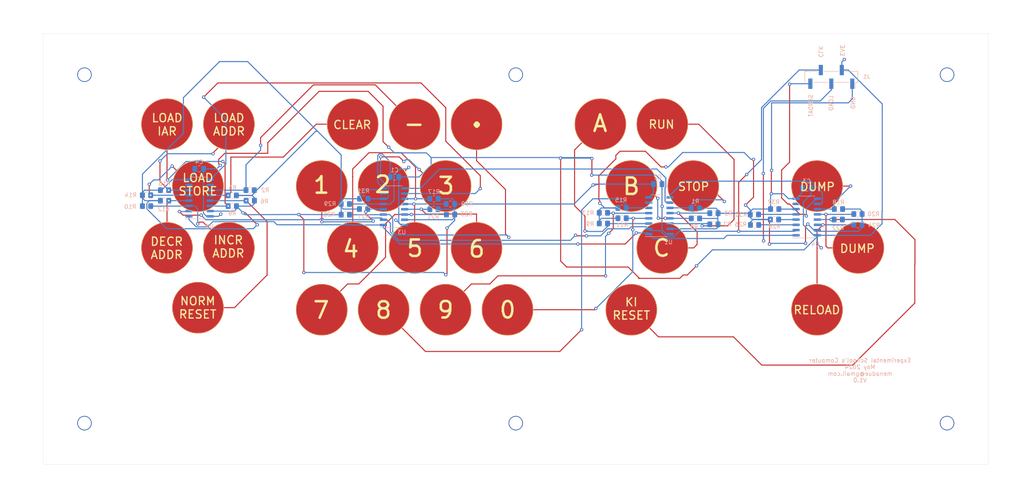
<source format=kicad_pcb>
(kicad_pcb (version 20171130) (host pcbnew 5.1.5+dfsg1-2build2)

  (general
    (thickness 1.6)
    (drawings 39)
    (tracks 719)
    (zones 0)
    (modules 69)
    (nets 41)
  )

  (page A4)
  (layers
    (0 F.Cu signal)
    (31 B.Cu signal)
    (32 B.Adhes user)
    (33 F.Adhes user)
    (34 B.Paste user)
    (35 F.Paste user)
    (36 B.SilkS user)
    (37 F.SilkS user)
    (38 B.Mask user)
    (39 F.Mask user)
    (40 Dwgs.User user)
    (41 Cmts.User user)
    (42 Eco1.User user)
    (43 Eco2.User user)
    (44 Edge.Cuts user)
    (45 Margin user)
    (46 B.CrtYd user)
    (47 F.CrtYd user)
    (48 B.Fab user)
    (49 F.Fab user)
  )

  (setup
    (last_trace_width 0.25)
    (trace_clearance 0.2)
    (zone_clearance 0.508)
    (zone_45_only no)
    (trace_min 0.2)
    (via_size 0.8)
    (via_drill 0.4)
    (via_min_size 0.4)
    (via_min_drill 0.3)
    (user_via 3.5 3.1)
    (uvia_size 0.3)
    (uvia_drill 0.1)
    (uvias_allowed no)
    (uvia_min_size 0.2)
    (uvia_min_drill 0.1)
    (edge_width 0.05)
    (segment_width 0.2)
    (pcb_text_width 0.3)
    (pcb_text_size 1.5 1.5)
    (mod_edge_width 0.12)
    (mod_text_size 1 1)
    (mod_text_width 0.15)
    (pad_size 1.524 1.524)
    (pad_drill 0.762)
    (pad_to_mask_clearance 0.051)
    (solder_mask_min_width 0.25)
    (aux_axis_origin 0 0)
    (grid_origin 28.9 145.2)
    (visible_elements FFFFFF7F)
    (pcbplotparams
      (layerselection 0x010fc_ffffffff)
      (usegerberextensions false)
      (usegerberattributes false)
      (usegerberadvancedattributes false)
      (creategerberjobfile false)
      (excludeedgelayer true)
      (linewidth 0.100000)
      (plotframeref false)
      (viasonmask false)
      (mode 1)
      (useauxorigin false)
      (hpglpennumber 1)
      (hpglpenspeed 20)
      (hpglpendiameter 15.000000)
      (psnegative false)
      (psa4output false)
      (plotreference true)
      (plotvalue true)
      (plotinvisibletext false)
      (padsonsilk false)
      (subtractmaskfromsilk false)
      (outputformat 1)
      (mirror false)
      (drillshape 0)
      (scaleselection 1)
      (outputdirectory "fab1/"))
  )

  (net 0 "")
  (net 1 GND)
  (net 2 +3V3)
  (net 3 "Net-(R1-Pad2)")
  (net 4 "Net-(R2-Pad2)")
  (net 5 "Net-(R3-Pad2)")
  (net 6 "Net-(R4-Pad2)")
  (net 7 "Net-(R5-Pad2)")
  (net 8 "Net-(R6-Pad2)")
  (net 9 "Net-(R7-Pad2)")
  (net 10 "Net-(R8-Pad2)")
  (net 11 "Net-(R9-Pad2)")
  (net 12 "Net-(R10-Pad2)")
  (net 13 "Net-(R11-Pad2)")
  (net 14 "Net-(R12-Pad2)")
  (net 15 "Net-(R13-Pad2)")
  (net 16 "Net-(R14-Pad2)")
  (net 17 "Net-(R15-Pad2)")
  (net 18 "Net-(R16-Pad2)")
  (net 19 "Net-(R17-Pad2)")
  (net 20 "Net-(R18-Pad2)")
  (net 21 "Net-(R19-Pad2)")
  (net 22 "Net-(R20-Pad2)")
  (net 23 "Net-(R21-Pad2)")
  (net 24 "Net-(R22-Pad2)")
  (net 25 "Net-(R23-Pad2)")
  (net 26 "Net-(R24-Pad2)")
  (net 27 "Net-(R25-Pad2)")
  (net 28 "Net-(R26-Pad2)")
  (net 29 "Net-(R27-Pad2)")
  (net 30 "Net-(R28-Pad2)")
  (net 31 "Net-(R29-Pad2)")
  (net 32 "Net-(R30-Pad2)")
  (net 33 "Net-(R31-Pad2)")
  (net 34 "Net-(R32-Pad2)")
  (net 35 SERDAT_OUT_2)
  (net 36 SERDAT_OUT_3)
  (net 37 CLK)
  (net 38 LOAD)
  (net 39 SERDAT_OUT_1)
  (net 40 SERDAT_OUT)

  (net_class Default "This is the default net class."
    (clearance 0.2)
    (trace_width 0.25)
    (via_dia 0.8)
    (via_drill 0.4)
    (uvia_dia 0.3)
    (uvia_drill 0.1)
    (add_net +3V3)
    (add_net CLK)
    (add_net GND)
    (add_net LOAD)
    (add_net "Net-(R1-Pad2)")
    (add_net "Net-(R10-Pad2)")
    (add_net "Net-(R11-Pad2)")
    (add_net "Net-(R12-Pad2)")
    (add_net "Net-(R13-Pad2)")
    (add_net "Net-(R14-Pad2)")
    (add_net "Net-(R15-Pad2)")
    (add_net "Net-(R16-Pad2)")
    (add_net "Net-(R17-Pad2)")
    (add_net "Net-(R18-Pad2)")
    (add_net "Net-(R19-Pad2)")
    (add_net "Net-(R2-Pad2)")
    (add_net "Net-(R20-Pad2)")
    (add_net "Net-(R21-Pad2)")
    (add_net "Net-(R22-Pad2)")
    (add_net "Net-(R23-Pad2)")
    (add_net "Net-(R24-Pad2)")
    (add_net "Net-(R25-Pad2)")
    (add_net "Net-(R26-Pad2)")
    (add_net "Net-(R27-Pad2)")
    (add_net "Net-(R28-Pad2)")
    (add_net "Net-(R29-Pad2)")
    (add_net "Net-(R3-Pad2)")
    (add_net "Net-(R30-Pad2)")
    (add_net "Net-(R31-Pad2)")
    (add_net "Net-(R32-Pad2)")
    (add_net "Net-(R4-Pad2)")
    (add_net "Net-(R5-Pad2)")
    (add_net "Net-(R6-Pad2)")
    (add_net "Net-(R7-Pad2)")
    (add_net "Net-(R8-Pad2)")
    (add_net "Net-(R9-Pad2)")
    (add_net SERDAT_OUT)
    (add_net SERDAT_OUT_1)
    (add_net SERDAT_OUT_2)
    (add_net SERDAT_OUT_3)
  )

  (module ajm_kicad:ESC_KB_Pad_half_size (layer F.Cu) (tedit 663531A2) (tstamp 66365D18)
    (at 216.4 107.7)
    (descr "SMD pad as test Point, diameter 4.0mm")
    (tags "test point SMD pad")
    (path /6668AC55)
    (attr virtual)
    (fp_text reference TP24 (at 0 -2.898) (layer F.SilkS) hide
      (effects (font (size 1 1) (thickness 0.15)))
    )
    (fp_text value TestPoint (at 0 3.1) (layer F.Fab)
      (effects (font (size 1 1) (thickness 0.15)))
    )
    (fp_text user %R (at 0 -2.9) (layer F.Fab)
      (effects (font (size 1 1) (thickness 0.15)))
    )
    (fp_circle (center 0 0) (end 2.5 0) (layer F.CrtYd) (width 0.05))
    (fp_circle (center 0 0) (end 6.25 0) (layer F.SilkS) (width 0.12))
    (pad 1 smd circle (at 0 0) (size 12.5 12.5) (layers F.Cu F.Mask)
      (net 26 "Net-(R24-Pad2)"))
  )

  (module Connector_PinHeader_2.54mm:PinHeader_1x05_P2.54mm_Vertical_SMD_Pin1Left (layer B.Cu) (tedit 59FED5CC) (tstamp 66372C8D)
    (at 219.8572 51.22 90)
    (descr "surface-mounted straight pin header, 1x05, 2.54mm pitch, single row, style 1 (pin 1 left)")
    (tags "Surface mounted pin header SMD 1x05 2.54mm single row style1 pin1 left")
    (path /66702144)
    (attr smd)
    (fp_text reference J1 (at 0.02 8.5428 180) (layer B.SilkS)
      (effects (font (size 1 1) (thickness 0.15)) (justify mirror))
    )
    (fp_text value Conn_01x05_Female (at 0 -7.41 90) (layer B.Fab)
      (effects (font (size 1 1) (thickness 0.15)) (justify mirror))
    )
    (fp_text user %R (at 0 0 180) (layer B.Fab)
      (effects (font (size 1 1) (thickness 0.15)) (justify mirror))
    )
    (fp_line (start 3.45 6.85) (end -3.45 6.85) (layer B.CrtYd) (width 0.05))
    (fp_line (start 3.45 -6.85) (end 3.45 6.85) (layer B.CrtYd) (width 0.05))
    (fp_line (start -3.45 -6.85) (end 3.45 -6.85) (layer B.CrtYd) (width 0.05))
    (fp_line (start -3.45 6.85) (end -3.45 -6.85) (layer B.CrtYd) (width 0.05))
    (fp_line (start -1.33 -0.76) (end -1.33 -4.32) (layer B.SilkS) (width 0.12))
    (fp_line (start -1.33 4.32) (end -1.33 0.76) (layer B.SilkS) (width 0.12))
    (fp_line (start 1.33 -3.3) (end 1.33 -6.41) (layer B.SilkS) (width 0.12))
    (fp_line (start 1.33 1.78) (end 1.33 -1.78) (layer B.SilkS) (width 0.12))
    (fp_line (start 1.33 -5.84) (end 1.33 -6.41) (layer B.SilkS) (width 0.12))
    (fp_line (start -1.33 6.41) (end -1.33 5.84) (layer B.SilkS) (width 0.12))
    (fp_line (start -1.33 5.84) (end -2.85 5.84) (layer B.SilkS) (width 0.12))
    (fp_line (start 1.33 6.41) (end 1.33 3.3) (layer B.SilkS) (width 0.12))
    (fp_line (start -1.33 -6.41) (end 1.33 -6.41) (layer B.SilkS) (width 0.12))
    (fp_line (start -1.33 6.41) (end 1.33 6.41) (layer B.SilkS) (width 0.12))
    (fp_line (start 2.54 -2.86) (end 1.27 -2.86) (layer B.Fab) (width 0.1))
    (fp_line (start 2.54 -2.22) (end 2.54 -2.86) (layer B.Fab) (width 0.1))
    (fp_line (start 1.27 -2.22) (end 2.54 -2.22) (layer B.Fab) (width 0.1))
    (fp_line (start 2.54 2.22) (end 1.27 2.22) (layer B.Fab) (width 0.1))
    (fp_line (start 2.54 2.86) (end 2.54 2.22) (layer B.Fab) (width 0.1))
    (fp_line (start 1.27 2.86) (end 2.54 2.86) (layer B.Fab) (width 0.1))
    (fp_line (start -2.54 -5.4) (end -1.27 -5.4) (layer B.Fab) (width 0.1))
    (fp_line (start -2.54 -4.76) (end -2.54 -5.4) (layer B.Fab) (width 0.1))
    (fp_line (start -1.27 -4.76) (end -2.54 -4.76) (layer B.Fab) (width 0.1))
    (fp_line (start -2.54 -0.32) (end -1.27 -0.32) (layer B.Fab) (width 0.1))
    (fp_line (start -2.54 0.32) (end -2.54 -0.32) (layer B.Fab) (width 0.1))
    (fp_line (start -1.27 0.32) (end -2.54 0.32) (layer B.Fab) (width 0.1))
    (fp_line (start -2.54 4.76) (end -1.27 4.76) (layer B.Fab) (width 0.1))
    (fp_line (start -2.54 5.4) (end -2.54 4.76) (layer B.Fab) (width 0.1))
    (fp_line (start -1.27 5.4) (end -2.54 5.4) (layer B.Fab) (width 0.1))
    (fp_line (start 1.27 6.35) (end 1.27 -6.35) (layer B.Fab) (width 0.1))
    (fp_line (start -1.27 5.4) (end -0.32 6.35) (layer B.Fab) (width 0.1))
    (fp_line (start -1.27 -6.35) (end -1.27 5.4) (layer B.Fab) (width 0.1))
    (fp_line (start -0.32 6.35) (end 1.27 6.35) (layer B.Fab) (width 0.1))
    (fp_line (start 1.27 -6.35) (end -1.27 -6.35) (layer B.Fab) (width 0.1))
    (pad 4 smd rect (at 1.655 -2.54 90) (size 2.51 1) (layers B.Cu B.Paste B.Mask)
      (net 37 CLK))
    (pad 2 smd rect (at 1.655 2.54 90) (size 2.51 1) (layers B.Cu B.Paste B.Mask)
      (net 2 +3V3))
    (pad 5 smd rect (at -1.655 -5.08 90) (size 2.51 1) (layers B.Cu B.Paste B.Mask)
      (net 40 SERDAT_OUT))
    (pad 3 smd rect (at -1.655 0 90) (size 2.51 1) (layers B.Cu B.Paste B.Mask)
      (net 38 LOAD))
    (pad 1 smd rect (at -1.655 5.08 90) (size 2.51 1) (layers B.Cu B.Paste B.Mask)
      (net 1 GND))
    (model ${KISYS3DMOD}/Connector_PinHeader_2.54mm.3dshapes/PinHeader_1x05_P2.54mm_Vertical_SMD_Pin1Left.wrl
      (at (xyz 0 0 0))
      (scale (xyz 1 1 1))
      (rotate (xyz 0 0 0))
    )
  )

  (module ajm_kicad:ESC_KB_Pad_half_size (layer F.Cu) (tedit 663531A2) (tstamp 66359209)
    (at 126.4 77.7)
    (descr "SMD pad as test Point, diameter 4.0mm")
    (tags "test point SMD pad")
    (path /6646A1A9)
    (attr virtual)
    (fp_text reference TP31 (at 0 -2.898) (layer F.SilkS) hide
      (effects (font (size 1 1) (thickness 0.15)))
    )
    (fp_text value TestPoint (at 0 3.1) (layer F.Fab)
      (effects (font (size 1 1) (thickness 0.15)))
    )
    (fp_text user %R (at 0 -2.9) (layer F.Fab)
      (effects (font (size 1 1) (thickness 0.15)))
    )
    (fp_circle (center 0 0) (end 2.5 0) (layer F.CrtYd) (width 0.05))
    (fp_circle (center 0 0) (end 6.25 0) (layer F.SilkS) (width 0.12))
    (pad 1 smd circle (at 0 0) (size 12.5 12.5) (layers F.Cu F.Mask)
      (net 33 "Net-(R31-Pad2)"))
  )

  (module ajm_kicad:ESC_KB_Pad_half_size (layer F.Cu) (tedit 663531A2) (tstamp 663591F9)
    (at 111.4 77.7)
    (descr "SMD pad as test Point, diameter 4.0mm")
    (tags "test point SMD pad")
    (path /6646A1A3)
    (attr virtual)
    (fp_text reference TP29 (at 0 -2.898) (layer F.SilkS) hide
      (effects (font (size 1 1) (thickness 0.15)))
    )
    (fp_text value TestPoint (at 0 3.1) (layer F.Fab)
      (effects (font (size 1 1) (thickness 0.15)))
    )
    (fp_text user %R (at 0 -2.9) (layer F.Fab)
      (effects (font (size 1 1) (thickness 0.15)))
    )
    (fp_circle (center 0 0) (end 2.5 0) (layer F.CrtYd) (width 0.05))
    (fp_circle (center 0 0) (end 6.25 0) (layer F.SilkS) (width 0.12))
    (pad 1 smd circle (at 0 0) (size 12.5 12.5) (layers F.Cu F.Mask)
      (net 31 "Net-(R29-Pad2)"))
  )

  (module ajm_kicad:ESC_KB_Pad_half_size (layer F.Cu) (tedit 663531A2) (tstamp 663591E9)
    (at 96.4 77.7)
    (descr "SMD pad as test Point, diameter 4.0mm")
    (tags "test point SMD pad")
    (path /6646A19D)
    (attr virtual)
    (fp_text reference TP27 (at 0 -2.898) (layer F.SilkS) hide
      (effects (font (size 1 1) (thickness 0.15)))
    )
    (fp_text value TestPoint (at 0 3.1) (layer F.Fab)
      (effects (font (size 1 1) (thickness 0.15)))
    )
    (fp_text user %R (at 0 -2.9) (layer F.Fab)
      (effects (font (size 1 1) (thickness 0.15)))
    )
    (fp_circle (center 0 0) (end 2.5 0) (layer F.CrtYd) (width 0.05))
    (fp_circle (center 0 0) (end 6.25 0) (layer F.SilkS) (width 0.12))
    (pad 1 smd circle (at 0 0) (size 12.5 12.5) (layers F.Cu F.Mask)
      (net 29 "Net-(R27-Pad2)"))
  )

  (module ajm_kicad:ESC_KB_Pad_half_size (layer F.Cu) (tedit 663531A2) (tstamp 663591D9)
    (at 133.9 62.7)
    (descr "SMD pad as test Point, diameter 4.0mm")
    (tags "test point SMD pad")
    (path /6646A197)
    (attr virtual)
    (fp_text reference TP25 (at 0 -2.898) (layer F.SilkS) hide
      (effects (font (size 1 1) (thickness 0.15)))
    )
    (fp_text value TestPoint (at 0 3.1) (layer F.Fab)
      (effects (font (size 1 1) (thickness 0.15)))
    )
    (fp_text user %R (at 0 -2.9) (layer F.Fab)
      (effects (font (size 1 1) (thickness 0.15)))
    )
    (fp_circle (center 0 0) (end 2.5 0) (layer F.CrtYd) (width 0.05))
    (fp_circle (center 0 0) (end 6.25 0) (layer F.SilkS) (width 0.12))
    (pad 1 smd circle (at 0 0) (size 12.5 12.5) (layers F.Cu F.Mask)
      (net 27 "Net-(R25-Pad2)"))
  )

  (module ajm_kicad:ESC_KB_Pad_half_size (layer F.Cu) (tedit 663531A2) (tstamp 663591C9)
    (at 96.4 107.7)
    (descr "SMD pad as test Point, diameter 4.0mm")
    (tags "test point SMD pad")
    (path /6646A191)
    (attr virtual)
    (fp_text reference TP23 (at 0 -2.898) (layer F.SilkS) hide
      (effects (font (size 1 1) (thickness 0.15)))
    )
    (fp_text value TestPoint (at 0 3.1) (layer F.Fab)
      (effects (font (size 1 1) (thickness 0.15)))
    )
    (fp_text user %R (at 0 -2.9) (layer F.Fab)
      (effects (font (size 1 1) (thickness 0.15)))
    )
    (fp_circle (center 0 0) (end 2.5 0) (layer F.CrtYd) (width 0.05))
    (fp_circle (center 0 0) (end 6.25 0) (layer F.SilkS) (width 0.12))
    (pad 1 smd circle (at 0 0) (size 12.5 12.5) (layers F.Cu F.Mask)
      (net 25 "Net-(R23-Pad2)"))
  )

  (module ajm_kicad:ESC_KB_Pad_half_size (layer F.Cu) (tedit 663531A2) (tstamp 663591C1)
    (at 171.4 107.7)
    (descr "SMD pad as test Point, diameter 4.0mm")
    (tags "test point SMD pad")
    (path /66481CDD)
    (attr virtual)
    (fp_text reference TP22 (at 0 -2.898) (layer F.SilkS) hide
      (effects (font (size 1 1) (thickness 0.15)))
    )
    (fp_text value TestPoint (at 0 3.1) (layer F.Fab)
      (effects (font (size 1 1) (thickness 0.15)))
    )
    (fp_text user %R (at 0 -2.9) (layer F.Fab)
      (effects (font (size 1 1) (thickness 0.15)))
    )
    (fp_circle (center 0 0) (end 2.5 0) (layer F.CrtYd) (width 0.05))
    (fp_circle (center 0 0) (end 6.25 0) (layer F.SilkS) (width 0.12))
    (pad 1 smd circle (at 0 0) (size 12.5 12.5) (layers F.Cu F.Mask)
      (net 24 "Net-(R22-Pad2)"))
  )

  (module ajm_kicad:ESC_KB_Pad_half_size (layer F.Cu) (tedit 663531A2) (tstamp 663591B9)
    (at 133.9 92.7)
    (descr "SMD pad as test Point, diameter 4.0mm")
    (tags "test point SMD pad")
    (path /6646A18B)
    (attr virtual)
    (fp_text reference TP21 (at 0 -2.898) (layer F.SilkS) hide
      (effects (font (size 1 1) (thickness 0.15)))
    )
    (fp_text value TestPoint (at 0 3.1) (layer F.Fab)
      (effects (font (size 1 1) (thickness 0.15)))
    )
    (fp_text user %R (at 0 -2.9) (layer F.Fab)
      (effects (font (size 1 1) (thickness 0.15)))
    )
    (fp_circle (center 0 0) (end 2.5 0) (layer F.CrtYd) (width 0.05))
    (fp_circle (center 0 0) (end 6.25 0) (layer F.SilkS) (width 0.12))
    (pad 1 smd circle (at 0 0) (size 12.5 12.5) (layers F.Cu F.Mask)
      (net 23 "Net-(R21-Pad2)"))
  )

  (module ajm_kicad:ESC_KB_Pad_half_size (layer F.Cu) (tedit 663531A2) (tstamp 663591B1)
    (at 226.4 92.7)
    (descr "SMD pad as test Point, diameter 4.0mm")
    (tags "test point SMD pad")
    (path /66481CD7)
    (attr virtual)
    (fp_text reference TP20 (at 0 -2.898) (layer F.SilkS) hide
      (effects (font (size 1 1) (thickness 0.15)))
    )
    (fp_text value TestPoint (at 0 3.1) (layer F.Fab)
      (effects (font (size 1 1) (thickness 0.15)))
    )
    (fp_text user %R (at 0 -2.9) (layer F.Fab)
      (effects (font (size 1 1) (thickness 0.15)))
    )
    (fp_circle (center 0 0) (end 2.5 0) (layer F.CrtYd) (width 0.05))
    (fp_circle (center 0 0) (end 6.25 0) (layer F.SilkS) (width 0.12))
    (pad 1 smd circle (at 0 0) (size 12.5 12.5) (layers F.Cu F.Mask)
      (net 22 "Net-(R20-Pad2)"))
  )

  (module ajm_kicad:ESC_KB_Pad_half_size (layer F.Cu) (tedit 663531A2) (tstamp 663591A9)
    (at 118.9 92.7)
    (descr "SMD pad as test Point, diameter 4.0mm")
    (tags "test point SMD pad")
    (path /6646A185)
    (attr virtual)
    (fp_text reference TP19 (at 0 -2.898) (layer F.SilkS) hide
      (effects (font (size 1 1) (thickness 0.15)))
    )
    (fp_text value TestPoint (at 0 3.1) (layer F.Fab)
      (effects (font (size 1 1) (thickness 0.15)))
    )
    (fp_text user %R (at 0 -2.9) (layer F.Fab)
      (effects (font (size 1 1) (thickness 0.15)))
    )
    (fp_circle (center 0 0) (end 2.5 0) (layer F.CrtYd) (width 0.05))
    (fp_circle (center 0 0) (end 6.25 0) (layer F.SilkS) (width 0.12))
    (pad 1 smd circle (at 0 0) (size 12.5 12.5) (layers F.Cu F.Mask)
      (net 21 "Net-(R19-Pad2)"))
  )

  (module ajm_kicad:ESC_KB_Pad_half_size (layer F.Cu) (tedit 663531A2) (tstamp 663591A1)
    (at 216.4 77.7)
    (descr "SMD pad as test Point, diameter 4.0mm")
    (tags "test point SMD pad")
    (path /66481CD1)
    (attr virtual)
    (fp_text reference TP18 (at 0 -2.898) (layer F.SilkS) hide
      (effects (font (size 1 1) (thickness 0.15)))
    )
    (fp_text value TestPoint (at 0 3.1) (layer F.Fab)
      (effects (font (size 1 1) (thickness 0.15)))
    )
    (fp_text user %R (at 0 -2.9) (layer F.Fab)
      (effects (font (size 1 1) (thickness 0.15)))
    )
    (fp_circle (center 0 0) (end 2.5 0) (layer F.CrtYd) (width 0.05))
    (fp_circle (center 0 0) (end 6.25 0) (layer F.SilkS) (width 0.12))
    (pad 1 smd circle (at 0 0) (size 12.5 12.5) (layers F.Cu F.Mask)
      (net 20 "Net-(R18-Pad2)"))
  )

  (module ajm_kicad:ESC_KB_Pad_half_size (layer F.Cu) (tedit 663531A2) (tstamp 66359199)
    (at 103.9 92.7)
    (descr "SMD pad as test Point, diameter 4.0mm")
    (tags "test point SMD pad")
    (path /6646A17F)
    (attr virtual)
    (fp_text reference TP17 (at 0 -2.898) (layer F.SilkS) hide
      (effects (font (size 1 1) (thickness 0.15)))
    )
    (fp_text value TestPoint (at 0 3.1) (layer F.Fab)
      (effects (font (size 1 1) (thickness 0.15)))
    )
    (fp_text user %R (at 0 -2.9) (layer F.Fab)
      (effects (font (size 1 1) (thickness 0.15)))
    )
    (fp_circle (center 0 0) (end 2.5 0) (layer F.CrtYd) (width 0.05))
    (fp_circle (center 0 0) (end 6.25 0) (layer F.SilkS) (width 0.12))
    (pad 1 smd circle (at 0 0) (size 12.5 12.5) (layers F.Cu F.Mask)
      (net 19 "Net-(R17-Pad2)"))
  )

  (module ajm_kicad:ESC_KB_Pad_half_size (layer F.Cu) (tedit 663531A2) (tstamp 66359191)
    (at 73.9 62.7)
    (descr "SMD pad as test Point, diameter 4.0mm")
    (tags "test point SMD pad")
    (path /6641B829)
    (attr virtual)
    (fp_text reference "LOAD ADDR" (at 0.0088 0.0516) (layer F.SilkS) hide
      (effects (font (size 1.5 1.5) (thickness 0.2)))
    )
    (fp_text value TestPoint (at 0 3.1) (layer F.Fab)
      (effects (font (size 1 1) (thickness 0.15)))
    )
    (fp_text user %R (at 0 -2.9) (layer F.Fab)
      (effects (font (size 1 1) (thickness 0.15)))
    )
    (fp_circle (center 0 0) (end 2.5 0) (layer F.CrtYd) (width 0.05))
    (fp_circle (center 0 0) (end 6.25 0) (layer F.SilkS) (width 0.12))
    (pad 1 smd circle (at 0 0) (size 12.5 12.5) (layers F.Cu F.Mask)
      (net 18 "Net-(R16-Pad2)"))
  )

  (module ajm_kicad:ESC_KB_Pad_half_size (layer F.Cu) (tedit 663531A2) (tstamp 66359189)
    (at 111.4 107.7)
    (descr "SMD pad as test Point, diameter 4.0mm")
    (tags "test point SMD pad")
    (path /66475B6F)
    (attr virtual)
    (fp_text reference TP15 (at 0 -2.898) (layer F.SilkS) hide
      (effects (font (size 1 1) (thickness 0.15)))
    )
    (fp_text value TestPoint (at 0 3.1) (layer F.Fab)
      (effects (font (size 1 1) (thickness 0.15)))
    )
    (fp_text user %R (at 0 -2.9) (layer F.Fab)
      (effects (font (size 1 1) (thickness 0.15)))
    )
    (fp_circle (center 0 0) (end 2.5 0) (layer F.CrtYd) (width 0.05))
    (fp_circle (center 0 0) (end 6.25 0) (layer F.SilkS) (width 0.12))
    (pad 1 smd circle (at 0 0) (size 12.5 12.5) (layers F.Cu F.Mask)
      (net 17 "Net-(R15-Pad2)"))
  )

  (module ajm_kicad:ESC_KB_Pad_half_size (layer F.Cu) (tedit 663531A2) (tstamp 66359181)
    (at 66.4 77.7)
    (descr "SMD pad as test Point, diameter 4.0mm")
    (tags "test point SMD pad")
    (path /664140D2)
    (attr virtual)
    (fp_text reference TP14 (at 0 -2.898) (layer F.SilkS) hide
      (effects (font (size 1 1) (thickness 0.15)))
    )
    (fp_text value TestPoint (at 0 3.1) (layer F.Fab)
      (effects (font (size 1 1) (thickness 0.15)))
    )
    (fp_text user %R (at 0 -2.9) (layer F.Fab)
      (effects (font (size 1 1) (thickness 0.15)))
    )
    (fp_circle (center 0 0) (end 2.5 0) (layer F.CrtYd) (width 0.05))
    (fp_circle (center 0 0) (end 6.25 0) (layer F.SilkS) (width 0.12))
    (pad 1 smd circle (at 0 0) (size 12.5 12.5) (layers F.Cu F.Mask)
      (net 16 "Net-(R14-Pad2)"))
  )

  (module ajm_kicad:ESC_KB_Pad_half_size (layer F.Cu) (tedit 663531A2) (tstamp 66359179)
    (at 126.4 107.7)
    (descr "SMD pad as test Point, diameter 4.0mm")
    (tags "test point SMD pad")
    (path /66475B69)
    (attr virtual)
    (fp_text reference TP13 (at 0 -2.898) (layer F.SilkS) hide
      (effects (font (size 1 1) (thickness 0.15)))
    )
    (fp_text value TestPoint (at 0 3.1) (layer F.Fab)
      (effects (font (size 1 1) (thickness 0.15)))
    )
    (fp_text user %R (at 0 -2.9) (layer F.Fab)
      (effects (font (size 1 1) (thickness 0.15)))
    )
    (fp_circle (center 0 0) (end 2.5 0) (layer F.CrtYd) (width 0.05))
    (fp_circle (center 0 0) (end 6.25 0) (layer F.SilkS) (width 0.12))
    (pad 1 smd circle (at 0 0) (size 12.5 12.5) (layers F.Cu F.Mask)
      (net 15 "Net-(R13-Pad2)"))
  )

  (module ajm_kicad:ESC_KB_Pad_half_size (layer F.Cu) (tedit 663531A2) (tstamp 66359171)
    (at 58.9 92.7)
    (descr "SMD pad as test Point, diameter 4.0mm")
    (tags "test point SMD pad")
    (path /6640CB1C)
    (attr virtual)
    (fp_text reference TP12 (at 0 -2.898) (layer F.SilkS) hide
      (effects (font (size 1 1) (thickness 0.15)))
    )
    (fp_text value TestPoint (at 0 3.1) (layer F.Fab)
      (effects (font (size 1 1) (thickness 0.15)))
    )
    (fp_text user %R (at 0 -2.9) (layer F.Fab)
      (effects (font (size 1 1) (thickness 0.15)))
    )
    (fp_circle (center 0 0) (end 2.5 0) (layer F.CrtYd) (width 0.05))
    (fp_circle (center 0 0) (end 6.25 0) (layer F.SilkS) (width 0.12))
    (pad 1 smd circle (at 0 0) (size 12.5 12.5) (layers F.Cu F.Mask)
      (net 14 "Net-(R12-Pad2)"))
  )

  (module ajm_kicad:ESC_KB_Pad_half_size (layer F.Cu) (tedit 663531A2) (tstamp 66359169)
    (at 141.4 107.7)
    (descr "SMD pad as test Point, diameter 4.0mm")
    (tags "test point SMD pad")
    (path /66475B63)
    (attr virtual)
    (fp_text reference TP11 (at 0 -2.898) (layer F.SilkS) hide
      (effects (font (size 1 1) (thickness 0.15)))
    )
    (fp_text value TestPoint (at 0 3.1) (layer F.Fab)
      (effects (font (size 1 1) (thickness 0.15)))
    )
    (fp_text user %R (at 0 -2.9) (layer F.Fab)
      (effects (font (size 1 1) (thickness 0.15)))
    )
    (fp_circle (center 0 0) (end 2.5 0) (layer F.CrtYd) (width 0.05))
    (fp_circle (center 0 0) (end 6.25 0) (layer F.SilkS) (width 0.12))
    (pad 1 smd circle (at 0 0) (size 12.5 12.5) (layers F.Cu F.Mask)
      (net 13 "Net-(R11-Pad2)"))
  )

  (module ajm_kicad:ESC_KB_Pad_half_size (layer F.Cu) (tedit 663531A2) (tstamp 66359161)
    (at 73.9 92.7)
    (descr "SMD pad as test Point, diameter 4.0mm")
    (tags "test point SMD pad")
    (path /66405423)
    (attr virtual)
    (fp_text reference TP10 (at 0 -2.898) (layer F.SilkS) hide
      (effects (font (size 1 1) (thickness 0.15)))
    )
    (fp_text value TestPoint (at 0 3.1) (layer F.Fab)
      (effects (font (size 1 1) (thickness 0.15)))
    )
    (fp_text user %R (at 0 -2.9) (layer F.Fab)
      (effects (font (size 1 1) (thickness 0.15)))
    )
    (fp_circle (center 0 0) (end 2.5 0) (layer F.CrtYd) (width 0.05))
    (fp_circle (center 0 0) (end 6.25 0) (layer F.SilkS) (width 0.12))
    (pad 1 smd circle (at 0 0) (size 12.5 12.5) (layers F.Cu F.Mask)
      (net 12 "Net-(R10-Pad2)"))
  )

  (module ajm_kicad:ESC_KB_Pad_half_size (layer F.Cu) (tedit 663531A2) (tstamp 66359159)
    (at 163.9 62.7)
    (descr "SMD pad as test Point, diameter 4.0mm")
    (tags "test point SMD pad")
    (path /66475B5D)
    (attr virtual)
    (fp_text reference TP9 (at 0 -2.898) (layer F.SilkS) hide
      (effects (font (size 1 1) (thickness 0.15)))
    )
    (fp_text value TestPoint (at 0 3.1) (layer F.Fab)
      (effects (font (size 1 1) (thickness 0.15)))
    )
    (fp_text user %R (at 0 -2.9) (layer F.Fab)
      (effects (font (size 1 1) (thickness 0.15)))
    )
    (fp_circle (center 0 0) (end 2.5 0) (layer F.CrtYd) (width 0.05))
    (fp_circle (center 0 0) (end 6.25 0) (layer F.SilkS) (width 0.12))
    (pad 1 smd circle (at 0 0) (size 12.5 12.5) (layers F.Cu F.Mask)
      (net 11 "Net-(R9-Pad2)"))
  )

  (module ajm_kicad:ESC_KB_Pad_half_size (layer F.Cu) (tedit 663531A2) (tstamp 66359151)
    (at 58.9 62.7)
    (descr "SMD pad as test Point, diameter 4.0mm")
    (tags "test point SMD pad")
    (path /663FDF99)
    (attr virtual)
    (fp_text reference "LOAD IAR" (at 0.1244 -0.1008) (layer F.SilkS) hide
      (effects (font (size 1.5 1.5) (thickness 0.2)))
    )
    (fp_text value TestPoint (at 0 3.1) (layer F.Fab)
      (effects (font (size 1 1) (thickness 0.15)))
    )
    (fp_text user %R (at 0.226 0.0008) (layer F.Fab)
      (effects (font (size 1 1) (thickness 0.15)))
    )
    (fp_circle (center 0 0) (end 2.5 0) (layer F.CrtYd) (width 0.05))
    (fp_circle (center 0 0) (end 6.25 0) (layer F.SilkS) (width 0.12))
    (pad 1 smd circle (at 0 0) (size 12.5 12.5) (layers F.Cu F.Mask)
      (net 10 "Net-(R8-Pad2)"))
  )

  (module ajm_kicad:ESC_KB_Pad_half_size (layer F.Cu) (tedit 663531A2) (tstamp 66359149)
    (at 178.9 62.7)
    (descr "SMD pad as test Point, diameter 4.0mm")
    (tags "test point SMD pad")
    (path /66475B57)
    (attr virtual)
    (fp_text reference TP7 (at 0 -2.898) (layer F.SilkS) hide
      (effects (font (size 1 1) (thickness 0.15)))
    )
    (fp_text value TestPoint (at 0 3.1) (layer F.Fab)
      (effects (font (size 1 1) (thickness 0.15)))
    )
    (fp_text user %R (at 0 -2.9) (layer F.Fab)
      (effects (font (size 1 1) (thickness 0.15)))
    )
    (fp_circle (center 0 0) (end 2.5 0) (layer F.CrtYd) (width 0.05))
    (fp_circle (center 0 0) (end 6.25 0) (layer F.SilkS) (width 0.12))
    (pad 1 smd circle (at 0 0) (size 12.5 12.5) (layers F.Cu F.Mask)
      (net 9 "Net-(R7-Pad2)"))
  )

  (module ajm_kicad:ESC_KB_Pad_half_size (layer F.Cu) (tedit 663531A2) (tstamp 66359141)
    (at 66.4 107.2)
    (descr "SMD pad as test Point, diameter 4.0mm")
    (tags "test point SMD pad")
    (path /663F68FE)
    (attr virtual)
    (fp_text reference TP6 (at 0 -2.898) (layer F.SilkS) hide
      (effects (font (size 1 1) (thickness 0.15)))
    )
    (fp_text value TestPoint (at 0 3.1) (layer F.Fab)
      (effects (font (size 1 1) (thickness 0.15)))
    )
    (fp_text user %R (at 0 -2.9) (layer F.Fab)
      (effects (font (size 1 1) (thickness 0.15)))
    )
    (fp_circle (center 0 0) (end 2.5 0) (layer F.CrtYd) (width 0.05))
    (fp_circle (center 0 0) (end 6.25 0) (layer F.SilkS) (width 0.12))
    (pad 1 smd circle (at 0 0) (size 12.5 12.5) (layers F.Cu F.Mask)
      (net 8 "Net-(R6-Pad2)"))
  )

  (module ajm_kicad:ESC_KB_Pad_half_size (layer F.Cu) (tedit 663531A2) (tstamp 66359139)
    (at 171.4 77.7)
    (descr "SMD pad as test Point, diameter 4.0mm")
    (tags "test point SMD pad")
    (path /66475B51)
    (attr virtual)
    (fp_text reference TP5 (at 0 -2.898) (layer F.SilkS) hide
      (effects (font (size 1 1) (thickness 0.15)))
    )
    (fp_text value TestPoint (at 0 3.1) (layer F.Fab)
      (effects (font (size 1 1) (thickness 0.15)))
    )
    (fp_text user %R (at 0 -2.9) (layer F.Fab)
      (effects (font (size 1 1) (thickness 0.15)))
    )
    (fp_circle (center 0 0) (end 2.5 0) (layer F.CrtYd) (width 0.05))
    (fp_circle (center 0 0) (end 6.25 0) (layer F.SilkS) (width 0.12))
    (pad 1 smd circle (at 0 0) (size 12.5 12.5) (layers F.Cu F.Mask)
      (net 7 "Net-(R5-Pad2)"))
  )

  (module ajm_kicad:ESC_KB_Pad_half_size (layer F.Cu) (tedit 663531A2) (tstamp 66359131)
    (at 103.9 62.7)
    (descr "SMD pad as test Point, diameter 4.0mm")
    (tags "test point SMD pad")
    (path /663EF237)
    (attr virtual)
    (fp_text reference TP4 (at 0 -2.898) (layer F.SilkS) hide
      (effects (font (size 1 1) (thickness 0.15)))
    )
    (fp_text value TestPoint (at 0 3.1) (layer F.Fab)
      (effects (font (size 1 1) (thickness 0.15)))
    )
    (fp_text user %R (at 0 -2.9) (layer F.Fab)
      (effects (font (size 1 1) (thickness 0.15)))
    )
    (fp_circle (center 0 0) (end 2.5 0) (layer F.CrtYd) (width 0.05))
    (fp_circle (center 0 0) (end 6.25 0) (layer F.SilkS) (width 0.12))
    (pad 1 smd circle (at 0 0) (size 12.5 12.5) (layers F.Cu F.Mask)
      (net 6 "Net-(R4-Pad2)"))
  )

  (module ajm_kicad:ESC_KB_Pad_half_size (layer F.Cu) (tedit 663531A2) (tstamp 66359129)
    (at 178.9 92.7)
    (descr "SMD pad as test Point, diameter 4.0mm")
    (tags "test point SMD pad")
    (path /66475B4B)
    (attr virtual)
    (fp_text reference TP3 (at 0 -2.898) (layer F.SilkS) hide
      (effects (font (size 1 1) (thickness 0.15)))
    )
    (fp_text value TestPoint (at 0 3.1) (layer F.Fab)
      (effects (font (size 1 1) (thickness 0.15)))
    )
    (fp_text user %R (at 0 -2.9) (layer F.Fab)
      (effects (font (size 1 1) (thickness 0.15)))
    )
    (fp_circle (center 0 0) (end 2.5 0) (layer F.CrtYd) (width 0.05))
    (fp_circle (center 0 0) (end 6.25 0) (layer F.SilkS) (width 0.12))
    (pad 1 smd circle (at 0 0) (size 12.5 12.5) (layers F.Cu F.Mask)
      (net 5 "Net-(R3-Pad2)"))
  )

  (module ajm_kicad:ESC_KB_Pad_half_size (layer F.Cu) (tedit 663531A2) (tstamp 66359121)
    (at 118.9 62.7)
    (descr "SMD pad as test Point, diameter 4.0mm")
    (tags "test point SMD pad")
    (path /663E7BF2)
    (attr virtual)
    (fp_text reference TP2 (at 0 -2.898) (layer F.SilkS) hide
      (effects (font (size 1 1) (thickness 0.15)))
    )
    (fp_text value TestPoint (at 0 3.1) (layer F.Fab)
      (effects (font (size 1 1) (thickness 0.15)))
    )
    (fp_text user %R (at 0 -2.9) (layer F.Fab)
      (effects (font (size 1 1) (thickness 0.15)))
    )
    (fp_circle (center 0 0) (end 2.5 0) (layer F.CrtYd) (width 0.05))
    (fp_circle (center 0 0) (end 6.25 0) (layer F.SilkS) (width 0.12))
    (pad 1 smd circle (at 0 0) (size 12.5 12.5) (layers F.Cu F.Mask)
      (net 4 "Net-(R2-Pad2)"))
  )

  (module ajm_kicad:ESC_KB_Pad_half_size (layer F.Cu) (tedit 663531A2) (tstamp 66359119)
    (at 186.4 77.7)
    (descr "SMD pad as test Point, diameter 4.0mm")
    (tags "test point SMD pad")
    (path /66475B45)
    (attr virtual)
    (fp_text reference TP1 (at 0 -2.898) (layer F.SilkS) hide
      (effects (font (size 1 1) (thickness 0.15)))
    )
    (fp_text value TestPoint (at 0 3.1) (layer F.Fab)
      (effects (font (size 1 1) (thickness 0.15)))
    )
    (fp_text user %R (at 0 -2.9) (layer F.Fab)
      (effects (font (size 1 1) (thickness 0.15)))
    )
    (fp_circle (center 0 0) (end 2.5 0) (layer F.CrtYd) (width 0.05))
    (fp_circle (center 0 0) (end 6.25 0) (layer F.SilkS) (width 0.12))
    (pad 1 smd circle (at 0 0) (size 12.5 12.5) (layers F.Cu F.Mask)
      (net 3 "Net-(R1-Pad2)"))
  )

  (module Package_SO:SO-16_3.9x9.9mm_P1.27mm (layer B.Cu) (tedit 5E888720) (tstamp 66359299)
    (at 213.9 85.2)
    (descr "SO, 16 Pin (https://www.nxp.com/docs/en/package-information/SOT109-1.pdf), generated with kicad-footprint-generator ipc_gullwing_generator.py")
    (tags "SO SO")
    (path /6637DEED)
    (attr smd)
    (fp_text reference U4 (at 2.1 6.6) (layer B.SilkS)
      (effects (font (size 1 1) (thickness 0.15)) (justify mirror))
    )
    (fp_text value 74HC165 (at 0 -5.9) (layer B.Fab)
      (effects (font (size 1 1) (thickness 0.15)) (justify mirror))
    )
    (fp_text user %R (at 0 0) (layer B.Fab)
      (effects (font (size 0.98 0.98) (thickness 0.15)) (justify mirror))
    )
    (fp_line (start 3.7 5.2) (end -3.7 5.2) (layer B.CrtYd) (width 0.05))
    (fp_line (start 3.7 -5.2) (end 3.7 5.2) (layer B.CrtYd) (width 0.05))
    (fp_line (start -3.7 -5.2) (end 3.7 -5.2) (layer B.CrtYd) (width 0.05))
    (fp_line (start -3.7 5.2) (end -3.7 -5.2) (layer B.CrtYd) (width 0.05))
    (fp_line (start -1.95 3.975) (end -0.975 4.95) (layer B.Fab) (width 0.1))
    (fp_line (start -1.95 -4.95) (end -1.95 3.975) (layer B.Fab) (width 0.1))
    (fp_line (start 1.95 -4.95) (end -1.95 -4.95) (layer B.Fab) (width 0.1))
    (fp_line (start 1.95 4.95) (end 1.95 -4.95) (layer B.Fab) (width 0.1))
    (fp_line (start -0.975 4.95) (end 1.95 4.95) (layer B.Fab) (width 0.1))
    (fp_line (start 0 5.06) (end -3.45 5.06) (layer B.SilkS) (width 0.12))
    (fp_line (start 0 5.06) (end 1.95 5.06) (layer B.SilkS) (width 0.12))
    (fp_line (start 0 -5.06) (end -1.95 -5.06) (layer B.SilkS) (width 0.12))
    (fp_line (start 0 -5.06) (end 1.95 -5.06) (layer B.SilkS) (width 0.12))
    (pad 16 smd roundrect (at 2.575 4.445) (size 1.75 0.6) (layers B.Cu B.Paste B.Mask) (roundrect_rratio 0.25)
      (net 2 +3V3))
    (pad 15 smd roundrect (at 2.575 3.175) (size 1.75 0.6) (layers B.Cu B.Paste B.Mask) (roundrect_rratio 0.25)
      (net 1 GND))
    (pad 14 smd roundrect (at 2.575 1.905) (size 1.75 0.6) (layers B.Cu B.Paste B.Mask) (roundrect_rratio 0.25)
      (net 26 "Net-(R24-Pad2)"))
    (pad 13 smd roundrect (at 2.575 0.635) (size 1.75 0.6) (layers B.Cu B.Paste B.Mask) (roundrect_rratio 0.25)
      (net 24 "Net-(R22-Pad2)"))
    (pad 12 smd roundrect (at 2.575 -0.635) (size 1.75 0.6) (layers B.Cu B.Paste B.Mask) (roundrect_rratio 0.25)
      (net 22 "Net-(R20-Pad2)"))
    (pad 11 smd roundrect (at 2.575 -1.905) (size 1.75 0.6) (layers B.Cu B.Paste B.Mask) (roundrect_rratio 0.25)
      (net 20 "Net-(R18-Pad2)"))
    (pad 10 smd roundrect (at 2.575 -3.175) (size 1.75 0.6) (layers B.Cu B.Paste B.Mask) (roundrect_rratio 0.25)
      (net 36 SERDAT_OUT_3))
    (pad 9 smd roundrect (at 2.575 -4.445) (size 1.75 0.6) (layers B.Cu B.Paste B.Mask) (roundrect_rratio 0.25)
      (net 40 SERDAT_OUT))
    (pad 8 smd roundrect (at -2.575 -4.445) (size 1.75 0.6) (layers B.Cu B.Paste B.Mask) (roundrect_rratio 0.25)
      (net 1 GND))
    (pad 7 smd roundrect (at -2.575 -3.175) (size 1.75 0.6) (layers B.Cu B.Paste B.Mask) (roundrect_rratio 0.25))
    (pad 6 smd roundrect (at -2.575 -1.905) (size 1.75 0.6) (layers B.Cu B.Paste B.Mask) (roundrect_rratio 0.25)
      (net 34 "Net-(R32-Pad2)"))
    (pad 5 smd roundrect (at -2.575 -0.635) (size 1.75 0.6) (layers B.Cu B.Paste B.Mask) (roundrect_rratio 0.25)
      (net 32 "Net-(R30-Pad2)"))
    (pad 4 smd roundrect (at -2.575 0.635) (size 1.75 0.6) (layers B.Cu B.Paste B.Mask) (roundrect_rratio 0.25)
      (net 30 "Net-(R28-Pad2)"))
    (pad 3 smd roundrect (at -2.575 1.905) (size 1.75 0.6) (layers B.Cu B.Paste B.Mask) (roundrect_rratio 0.25)
      (net 28 "Net-(R26-Pad2)"))
    (pad 2 smd roundrect (at -2.575 3.175) (size 1.75 0.6) (layers B.Cu B.Paste B.Mask) (roundrect_rratio 0.25)
      (net 37 CLK))
    (pad 1 smd roundrect (at -2.575 4.445) (size 1.75 0.6) (layers B.Cu B.Paste B.Mask) (roundrect_rratio 0.25)
      (net 38 LOAD))
    (model ${KISYS3DMOD}/Package_SO.3dshapes/SO-16_3.9x9.9mm_P1.27mm.wrl
      (at (xyz 0 0 0))
      (scale (xyz 1 1 1))
      (rotate (xyz 0 0 0))
    )
  )

  (module Package_SO:SO-16_3.9x9.9mm_P1.27mm (layer B.Cu) (tedit 5E888720) (tstamp 66359277)
    (at 113.9 82.7)
    (descr "SO, 16 Pin (https://www.nxp.com/docs/en/package-information/SOT109-1.pdf), generated with kicad-footprint-generator ipc_gullwing_generator.py")
    (tags "SO SO")
    (path /66330903)
    (attr smd)
    (fp_text reference U3 (at 1.9 6.2) (layer B.SilkS)
      (effects (font (size 1 1) (thickness 0.15)) (justify mirror))
    )
    (fp_text value 74HC165 (at 0 -5.9) (layer B.Fab)
      (effects (font (size 1 1) (thickness 0.15)) (justify mirror))
    )
    (fp_text user %R (at 0 0) (layer B.Fab)
      (effects (font (size 0.98 0.98) (thickness 0.15)) (justify mirror))
    )
    (fp_line (start 3.7 5.2) (end -3.7 5.2) (layer B.CrtYd) (width 0.05))
    (fp_line (start 3.7 -5.2) (end 3.7 5.2) (layer B.CrtYd) (width 0.05))
    (fp_line (start -3.7 -5.2) (end 3.7 -5.2) (layer B.CrtYd) (width 0.05))
    (fp_line (start -3.7 5.2) (end -3.7 -5.2) (layer B.CrtYd) (width 0.05))
    (fp_line (start -1.95 3.975) (end -0.975 4.95) (layer B.Fab) (width 0.1))
    (fp_line (start -1.95 -4.95) (end -1.95 3.975) (layer B.Fab) (width 0.1))
    (fp_line (start 1.95 -4.95) (end -1.95 -4.95) (layer B.Fab) (width 0.1))
    (fp_line (start 1.95 4.95) (end 1.95 -4.95) (layer B.Fab) (width 0.1))
    (fp_line (start -0.975 4.95) (end 1.95 4.95) (layer B.Fab) (width 0.1))
    (fp_line (start 0 5.06) (end -3.45 5.06) (layer B.SilkS) (width 0.12))
    (fp_line (start 0 5.06) (end 1.95 5.06) (layer B.SilkS) (width 0.12))
    (fp_line (start 0 -5.06) (end -1.95 -5.06) (layer B.SilkS) (width 0.12))
    (fp_line (start 0 -5.06) (end 1.95 -5.06) (layer B.SilkS) (width 0.12))
    (pad 16 smd roundrect (at 2.575 4.445) (size 1.75 0.6) (layers B.Cu B.Paste B.Mask) (roundrect_rratio 0.25)
      (net 2 +3V3))
    (pad 15 smd roundrect (at 2.575 3.175) (size 1.75 0.6) (layers B.Cu B.Paste B.Mask) (roundrect_rratio 0.25)
      (net 1 GND))
    (pad 14 smd roundrect (at 2.575 1.905) (size 1.75 0.6) (layers B.Cu B.Paste B.Mask) (roundrect_rratio 0.25)
      (net 25 "Net-(R23-Pad2)"))
    (pad 13 smd roundrect (at 2.575 0.635) (size 1.75 0.6) (layers B.Cu B.Paste B.Mask) (roundrect_rratio 0.25)
      (net 23 "Net-(R21-Pad2)"))
    (pad 12 smd roundrect (at 2.575 -0.635) (size 1.75 0.6) (layers B.Cu B.Paste B.Mask) (roundrect_rratio 0.25)
      (net 21 "Net-(R19-Pad2)"))
    (pad 11 smd roundrect (at 2.575 -1.905) (size 1.75 0.6) (layers B.Cu B.Paste B.Mask) (roundrect_rratio 0.25)
      (net 19 "Net-(R17-Pad2)"))
    (pad 10 smd roundrect (at 2.575 -3.175) (size 1.75 0.6) (layers B.Cu B.Paste B.Mask) (roundrect_rratio 0.25)
      (net 39 SERDAT_OUT_1))
    (pad 9 smd roundrect (at 2.575 -4.445) (size 1.75 0.6) (layers B.Cu B.Paste B.Mask) (roundrect_rratio 0.25)
      (net 35 SERDAT_OUT_2))
    (pad 8 smd roundrect (at -2.575 -4.445) (size 1.75 0.6) (layers B.Cu B.Paste B.Mask) (roundrect_rratio 0.25)
      (net 1 GND))
    (pad 7 smd roundrect (at -2.575 -3.175) (size 1.75 0.6) (layers B.Cu B.Paste B.Mask) (roundrect_rratio 0.25))
    (pad 6 smd roundrect (at -2.575 -1.905) (size 1.75 0.6) (layers B.Cu B.Paste B.Mask) (roundrect_rratio 0.25)
      (net 33 "Net-(R31-Pad2)"))
    (pad 5 smd roundrect (at -2.575 -0.635) (size 1.75 0.6) (layers B.Cu B.Paste B.Mask) (roundrect_rratio 0.25)
      (net 31 "Net-(R29-Pad2)"))
    (pad 4 smd roundrect (at -2.575 0.635) (size 1.75 0.6) (layers B.Cu B.Paste B.Mask) (roundrect_rratio 0.25)
      (net 29 "Net-(R27-Pad2)"))
    (pad 3 smd roundrect (at -2.575 1.905) (size 1.75 0.6) (layers B.Cu B.Paste B.Mask) (roundrect_rratio 0.25)
      (net 27 "Net-(R25-Pad2)"))
    (pad 2 smd roundrect (at -2.575 3.175) (size 1.75 0.6) (layers B.Cu B.Paste B.Mask) (roundrect_rratio 0.25)
      (net 37 CLK))
    (pad 1 smd roundrect (at -2.575 4.445) (size 1.75 0.6) (layers B.Cu B.Paste B.Mask) (roundrect_rratio 0.25)
      (net 38 LOAD))
    (model ${KISYS3DMOD}/Package_SO.3dshapes/SO-16_3.9x9.9mm_P1.27mm.wrl
      (at (xyz 0 0 0))
      (scale (xyz 1 1 1))
      (rotate (xyz 0 0 0))
    )
  )

  (module Package_SO:SO-16_3.9x9.9mm_P1.27mm (layer B.Cu) (tedit 5E888720) (tstamp 66359255)
    (at 66.7872 80.5984)
    (descr "SO, 16 Pin (https://www.nxp.com/docs/en/package-information/SOT109-1.pdf), generated with kicad-footprint-generator ipc_gullwing_generator.py")
    (tags "SO SO")
    (path /663635A1)
    (attr smd)
    (fp_text reference U2 (at 2.4128 6.9016) (layer B.SilkS)
      (effects (font (size 1 1) (thickness 0.15)) (justify mirror))
    )
    (fp_text value 74HC165 (at 0 -5.9) (layer B.Fab)
      (effects (font (size 1 1) (thickness 0.15)) (justify mirror))
    )
    (fp_text user %R (at 0 0) (layer B.Fab)
      (effects (font (size 0.98 0.98) (thickness 0.15)) (justify mirror))
    )
    (fp_line (start 3.7 5.2) (end -3.7 5.2) (layer B.CrtYd) (width 0.05))
    (fp_line (start 3.7 -5.2) (end 3.7 5.2) (layer B.CrtYd) (width 0.05))
    (fp_line (start -3.7 -5.2) (end 3.7 -5.2) (layer B.CrtYd) (width 0.05))
    (fp_line (start -3.7 5.2) (end -3.7 -5.2) (layer B.CrtYd) (width 0.05))
    (fp_line (start -1.95 3.975) (end -0.975 4.95) (layer B.Fab) (width 0.1))
    (fp_line (start -1.95 -4.95) (end -1.95 3.975) (layer B.Fab) (width 0.1))
    (fp_line (start 1.95 -4.95) (end -1.95 -4.95) (layer B.Fab) (width 0.1))
    (fp_line (start 1.95 4.95) (end 1.95 -4.95) (layer B.Fab) (width 0.1))
    (fp_line (start -0.975 4.95) (end 1.95 4.95) (layer B.Fab) (width 0.1))
    (fp_line (start 0 5.06) (end -3.45 5.06) (layer B.SilkS) (width 0.12))
    (fp_line (start 0 5.06) (end 1.95 5.06) (layer B.SilkS) (width 0.12))
    (fp_line (start 0 -5.06) (end -1.95 -5.06) (layer B.SilkS) (width 0.12))
    (fp_line (start 0 -5.06) (end 1.95 -5.06) (layer B.SilkS) (width 0.12))
    (pad 16 smd roundrect (at 2.575 4.445) (size 1.75 0.6) (layers B.Cu B.Paste B.Mask) (roundrect_rratio 0.25)
      (net 2 +3V3))
    (pad 15 smd roundrect (at 2.575 3.175) (size 1.75 0.6) (layers B.Cu B.Paste B.Mask) (roundrect_rratio 0.25)
      (net 1 GND))
    (pad 14 smd roundrect (at 2.575 1.905) (size 1.75 0.6) (layers B.Cu B.Paste B.Mask) (roundrect_rratio 0.25)
      (net 10 "Net-(R8-Pad2)"))
    (pad 13 smd roundrect (at 2.575 0.635) (size 1.75 0.6) (layers B.Cu B.Paste B.Mask) (roundrect_rratio 0.25)
      (net 8 "Net-(R6-Pad2)"))
    (pad 12 smd roundrect (at 2.575 -0.635) (size 1.75 0.6) (layers B.Cu B.Paste B.Mask) (roundrect_rratio 0.25)
      (net 6 "Net-(R4-Pad2)"))
    (pad 11 smd roundrect (at 2.575 -1.905) (size 1.75 0.6) (layers B.Cu B.Paste B.Mask) (roundrect_rratio 0.25)
      (net 4 "Net-(R2-Pad2)"))
    (pad 10 smd roundrect (at 2.575 -3.175) (size 1.75 0.6) (layers B.Cu B.Paste B.Mask) (roundrect_rratio 0.25))
    (pad 9 smd roundrect (at 2.575 -4.445) (size 1.75 0.6) (layers B.Cu B.Paste B.Mask) (roundrect_rratio 0.25)
      (net 39 SERDAT_OUT_1))
    (pad 8 smd roundrect (at -2.575 -4.445) (size 1.75 0.6) (layers B.Cu B.Paste B.Mask) (roundrect_rratio 0.25)
      (net 1 GND))
    (pad 7 smd roundrect (at -2.575 -3.175) (size 1.75 0.6) (layers B.Cu B.Paste B.Mask) (roundrect_rratio 0.25))
    (pad 6 smd roundrect (at -2.575 -1.905) (size 1.75 0.6) (layers B.Cu B.Paste B.Mask) (roundrect_rratio 0.25)
      (net 18 "Net-(R16-Pad2)"))
    (pad 5 smd roundrect (at -2.575 -0.635) (size 1.75 0.6) (layers B.Cu B.Paste B.Mask) (roundrect_rratio 0.25)
      (net 16 "Net-(R14-Pad2)"))
    (pad 4 smd roundrect (at -2.575 0.635) (size 1.75 0.6) (layers B.Cu B.Paste B.Mask) (roundrect_rratio 0.25)
      (net 14 "Net-(R12-Pad2)"))
    (pad 3 smd roundrect (at -2.575 1.905) (size 1.75 0.6) (layers B.Cu B.Paste B.Mask) (roundrect_rratio 0.25)
      (net 12 "Net-(R10-Pad2)"))
    (pad 2 smd roundrect (at -2.575 3.175) (size 1.75 0.6) (layers B.Cu B.Paste B.Mask) (roundrect_rratio 0.25)
      (net 37 CLK))
    (pad 1 smd roundrect (at -2.575 4.445) (size 1.75 0.6) (layers B.Cu B.Paste B.Mask) (roundrect_rratio 0.25)
      (net 38 LOAD))
    (model ${KISYS3DMOD}/Package_SO.3dshapes/SO-16_3.9x9.9mm_P1.27mm.wrl
      (at (xyz 0 0 0))
      (scale (xyz 1 1 1))
      (rotate (xyz 0 0 0))
    )
  )

  (module Package_SO:SO-16_3.9x9.9mm_P1.27mm (layer B.Cu) (tedit 5E888720) (tstamp 66359233)
    (at 178.2 84.9)
    (descr "SO, 16 Pin (https://www.nxp.com/docs/en/package-information/SOT109-1.pdf), generated with kicad-footprint-generator ipc_gullwing_generator.py")
    (tags "SO SO")
    (path /6636BCD9)
    (attr smd)
    (fp_text reference U1 (at 2.2 6.4) (layer B.SilkS)
      (effects (font (size 1 1) (thickness 0.15)) (justify mirror))
    )
    (fp_text value 74HC165 (at 0 -5.9) (layer B.Fab)
      (effects (font (size 1 1) (thickness 0.15)) (justify mirror))
    )
    (fp_text user %R (at 0 0) (layer B.Fab)
      (effects (font (size 0.98 0.98) (thickness 0.15)) (justify mirror))
    )
    (fp_line (start 3.7 5.2) (end -3.7 5.2) (layer B.CrtYd) (width 0.05))
    (fp_line (start 3.7 -5.2) (end 3.7 5.2) (layer B.CrtYd) (width 0.05))
    (fp_line (start -3.7 -5.2) (end 3.7 -5.2) (layer B.CrtYd) (width 0.05))
    (fp_line (start -3.7 5.2) (end -3.7 -5.2) (layer B.CrtYd) (width 0.05))
    (fp_line (start -1.95 3.975) (end -0.975 4.95) (layer B.Fab) (width 0.1))
    (fp_line (start -1.95 -4.95) (end -1.95 3.975) (layer B.Fab) (width 0.1))
    (fp_line (start 1.95 -4.95) (end -1.95 -4.95) (layer B.Fab) (width 0.1))
    (fp_line (start 1.95 4.95) (end 1.95 -4.95) (layer B.Fab) (width 0.1))
    (fp_line (start -0.975 4.95) (end 1.95 4.95) (layer B.Fab) (width 0.1))
    (fp_line (start 0 5.06) (end -3.45 5.06) (layer B.SilkS) (width 0.12))
    (fp_line (start 0 5.06) (end 1.95 5.06) (layer B.SilkS) (width 0.12))
    (fp_line (start 0 -5.06) (end -1.95 -5.06) (layer B.SilkS) (width 0.12))
    (fp_line (start 0 -5.06) (end 1.95 -5.06) (layer B.SilkS) (width 0.12))
    (pad 16 smd roundrect (at 2.575 4.445) (size 1.75 0.6) (layers B.Cu B.Paste B.Mask) (roundrect_rratio 0.25)
      (net 2 +3V3))
    (pad 15 smd roundrect (at 2.575 3.175) (size 1.75 0.6) (layers B.Cu B.Paste B.Mask) (roundrect_rratio 0.25)
      (net 1 GND))
    (pad 14 smd roundrect (at 2.575 1.905) (size 1.75 0.6) (layers B.Cu B.Paste B.Mask) (roundrect_rratio 0.25)
      (net 9 "Net-(R7-Pad2)"))
    (pad 13 smd roundrect (at 2.575 0.635) (size 1.75 0.6) (layers B.Cu B.Paste B.Mask) (roundrect_rratio 0.25)
      (net 7 "Net-(R5-Pad2)"))
    (pad 12 smd roundrect (at 2.575 -0.635) (size 1.75 0.6) (layers B.Cu B.Paste B.Mask) (roundrect_rratio 0.25)
      (net 5 "Net-(R3-Pad2)"))
    (pad 11 smd roundrect (at 2.575 -1.905) (size 1.75 0.6) (layers B.Cu B.Paste B.Mask) (roundrect_rratio 0.25)
      (net 3 "Net-(R1-Pad2)"))
    (pad 10 smd roundrect (at 2.575 -3.175) (size 1.75 0.6) (layers B.Cu B.Paste B.Mask) (roundrect_rratio 0.25)
      (net 35 SERDAT_OUT_2))
    (pad 9 smd roundrect (at 2.575 -4.445) (size 1.75 0.6) (layers B.Cu B.Paste B.Mask) (roundrect_rratio 0.25)
      (net 36 SERDAT_OUT_3))
    (pad 8 smd roundrect (at -2.575 -4.445) (size 1.75 0.6) (layers B.Cu B.Paste B.Mask) (roundrect_rratio 0.25)
      (net 1 GND))
    (pad 7 smd roundrect (at -2.575 -3.175) (size 1.75 0.6) (layers B.Cu B.Paste B.Mask) (roundrect_rratio 0.25))
    (pad 6 smd roundrect (at -2.575 -1.905) (size 1.75 0.6) (layers B.Cu B.Paste B.Mask) (roundrect_rratio 0.25)
      (net 17 "Net-(R15-Pad2)"))
    (pad 5 smd roundrect (at -2.575 -0.635) (size 1.75 0.6) (layers B.Cu B.Paste B.Mask) (roundrect_rratio 0.25)
      (net 15 "Net-(R13-Pad2)"))
    (pad 4 smd roundrect (at -2.575 0.635) (size 1.75 0.6) (layers B.Cu B.Paste B.Mask) (roundrect_rratio 0.25)
      (net 13 "Net-(R11-Pad2)"))
    (pad 3 smd roundrect (at -2.575 1.905) (size 1.75 0.6) (layers B.Cu B.Paste B.Mask) (roundrect_rratio 0.25)
      (net 11 "Net-(R9-Pad2)"))
    (pad 2 smd roundrect (at -2.575 3.175) (size 1.75 0.6) (layers B.Cu B.Paste B.Mask) (roundrect_rratio 0.25)
      (net 37 CLK))
    (pad 1 smd roundrect (at -2.575 4.445) (size 1.75 0.6) (layers B.Cu B.Paste B.Mask) (roundrect_rratio 0.25)
      (net 38 LOAD))
    (model ${KISYS3DMOD}/Package_SO.3dshapes/SO-16_3.9x9.9mm_P1.27mm.wrl
      (at (xyz 0 0 0))
      (scale (xyz 1 1 1))
      (rotate (xyz 0 0 0))
    )
  )

  (module Resistor_SMD:R_0805_2012Metric_Pad1.20x1.40mm_HandSolder (layer B.Cu) (tedit 5F68FEEE) (tstamp 66359111)
    (at 206.1412 83.2748)
    (descr "Resistor SMD 0805 (2012 Metric), square (rectangular) end terminal, IPC_7351 nominal with elongated pad for handsoldering. (Body size source: IPC-SM-782 page 72, https://www.pcb-3d.com/wordpress/wp-content/uploads/ipc-sm-782a_amendment_1_and_2.pdf), generated with kicad-footprint-generator")
    (tags "resistor handsolder")
    (path /6637DEE1)
    (attr smd)
    (fp_text reference R32 (at -0.2412 -1.6748) (layer B.SilkS)
      (effects (font (size 1 1) (thickness 0.15)) (justify mirror))
    )
    (fp_text value 10M (at 0 -1.65) (layer B.Fab)
      (effects (font (size 1 1) (thickness 0.15)) (justify mirror))
    )
    (fp_text user %R (at 0 0) (layer B.Fab)
      (effects (font (size 0.5 0.5) (thickness 0.08)) (justify mirror))
    )
    (fp_line (start 1.85 -0.95) (end -1.85 -0.95) (layer B.CrtYd) (width 0.05))
    (fp_line (start 1.85 0.95) (end 1.85 -0.95) (layer B.CrtYd) (width 0.05))
    (fp_line (start -1.85 0.95) (end 1.85 0.95) (layer B.CrtYd) (width 0.05))
    (fp_line (start -1.85 -0.95) (end -1.85 0.95) (layer B.CrtYd) (width 0.05))
    (fp_line (start -0.227064 -0.735) (end 0.227064 -0.735) (layer B.SilkS) (width 0.12))
    (fp_line (start -0.227064 0.735) (end 0.227064 0.735) (layer B.SilkS) (width 0.12))
    (fp_line (start 1 -0.625) (end -1 -0.625) (layer B.Fab) (width 0.1))
    (fp_line (start 1 0.625) (end 1 -0.625) (layer B.Fab) (width 0.1))
    (fp_line (start -1 0.625) (end 1 0.625) (layer B.Fab) (width 0.1))
    (fp_line (start -1 -0.625) (end -1 0.625) (layer B.Fab) (width 0.1))
    (pad 2 smd roundrect (at 1 0) (size 1.2 1.4) (layers B.Cu B.Paste B.Mask) (roundrect_rratio 0.208333)
      (net 34 "Net-(R32-Pad2)"))
    (pad 1 smd roundrect (at -1 0) (size 1.2 1.4) (layers B.Cu B.Paste B.Mask) (roundrect_rratio 0.208333)
      (net 1 GND))
    (model ${KISYS3DMOD}/Resistor_SMD.3dshapes/R_0805_2012Metric.wrl
      (at (xyz 0 0 0))
      (scale (xyz 1 1 1))
      (rotate (xyz 0 0 0))
    )
  )

  (module Resistor_SMD:R_0805_2012Metric_Pad1.20x1.40mm_HandSolder (layer B.Cu) (tedit 5F68FEEE) (tstamp 66359100)
    (at 106.5732 80.7856)
    (descr "Resistor SMD 0805 (2012 Metric), square (rectangular) end terminal, IPC_7351 nominal with elongated pad for handsoldering. (Body size source: IPC-SM-782 page 72, https://www.pcb-3d.com/wordpress/wp-content/uploads/ipc-sm-782a_amendment_1_and_2.pdf), generated with kicad-footprint-generator")
    (tags "resistor handsolder")
    (path /6632EDBC)
    (attr smd)
    (fp_text reference R31 (at -0.0732 -1.8856) (layer B.SilkS)
      (effects (font (size 1 1) (thickness 0.15)) (justify mirror))
    )
    (fp_text value 10M (at 0 -1.65) (layer B.Fab)
      (effects (font (size 1 1) (thickness 0.15)) (justify mirror))
    )
    (fp_text user %R (at 0 0) (layer B.Fab)
      (effects (font (size 0.5 0.5) (thickness 0.08)) (justify mirror))
    )
    (fp_line (start 1.85 -0.95) (end -1.85 -0.95) (layer B.CrtYd) (width 0.05))
    (fp_line (start 1.85 0.95) (end 1.85 -0.95) (layer B.CrtYd) (width 0.05))
    (fp_line (start -1.85 0.95) (end 1.85 0.95) (layer B.CrtYd) (width 0.05))
    (fp_line (start -1.85 -0.95) (end -1.85 0.95) (layer B.CrtYd) (width 0.05))
    (fp_line (start -0.227064 -0.735) (end 0.227064 -0.735) (layer B.SilkS) (width 0.12))
    (fp_line (start -0.227064 0.735) (end 0.227064 0.735) (layer B.SilkS) (width 0.12))
    (fp_line (start 1 -0.625) (end -1 -0.625) (layer B.Fab) (width 0.1))
    (fp_line (start 1 0.625) (end 1 -0.625) (layer B.Fab) (width 0.1))
    (fp_line (start -1 0.625) (end 1 0.625) (layer B.Fab) (width 0.1))
    (fp_line (start -1 -0.625) (end -1 0.625) (layer B.Fab) (width 0.1))
    (pad 2 smd roundrect (at 1 0) (size 1.2 1.4) (layers B.Cu B.Paste B.Mask) (roundrect_rratio 0.208333)
      (net 33 "Net-(R31-Pad2)"))
    (pad 1 smd roundrect (at -1 0) (size 1.2 1.4) (layers B.Cu B.Paste B.Mask) (roundrect_rratio 0.208333)
      (net 1 GND))
    (model ${KISYS3DMOD}/Resistor_SMD.3dshapes/R_0805_2012Metric.wrl
      (at (xyz 0 0 0))
      (scale (xyz 1 1 1))
      (rotate (xyz 0 0 0))
    )
  )

  (module Resistor_SMD:R_0805_2012Metric_Pad1.20x1.40mm_HandSolder (layer B.Cu) (tedit 5F68FEEE) (tstamp 663590EF)
    (at 201.2136 84.5956)
    (descr "Resistor SMD 0805 (2012 Metric), square (rectangular) end terminal, IPC_7351 nominal with elongated pad for handsoldering. (Body size source: IPC-SM-782 page 72, https://www.pcb-3d.com/wordpress/wp-content/uploads/ipc-sm-782a_amendment_1_and_2.pdf), generated with kicad-footprint-generator")
    (tags "resistor handsolder")
    (path /6637DEF3)
    (attr smd)
    (fp_text reference R30 (at -3.2136 0.0044) (layer B.SilkS)
      (effects (font (size 1 1) (thickness 0.15)) (justify mirror))
    )
    (fp_text value 10M (at 0 -1.65) (layer B.Fab)
      (effects (font (size 1 1) (thickness 0.15)) (justify mirror))
    )
    (fp_text user %R (at 0 0) (layer B.Fab)
      (effects (font (size 0.5 0.5) (thickness 0.08)) (justify mirror))
    )
    (fp_line (start 1.85 -0.95) (end -1.85 -0.95) (layer B.CrtYd) (width 0.05))
    (fp_line (start 1.85 0.95) (end 1.85 -0.95) (layer B.CrtYd) (width 0.05))
    (fp_line (start -1.85 0.95) (end 1.85 0.95) (layer B.CrtYd) (width 0.05))
    (fp_line (start -1.85 -0.95) (end -1.85 0.95) (layer B.CrtYd) (width 0.05))
    (fp_line (start -0.227064 -0.735) (end 0.227064 -0.735) (layer B.SilkS) (width 0.12))
    (fp_line (start -0.227064 0.735) (end 0.227064 0.735) (layer B.SilkS) (width 0.12))
    (fp_line (start 1 -0.625) (end -1 -0.625) (layer B.Fab) (width 0.1))
    (fp_line (start 1 0.625) (end 1 -0.625) (layer B.Fab) (width 0.1))
    (fp_line (start -1 0.625) (end 1 0.625) (layer B.Fab) (width 0.1))
    (fp_line (start -1 -0.625) (end -1 0.625) (layer B.Fab) (width 0.1))
    (pad 2 smd roundrect (at 1 0) (size 1.2 1.4) (layers B.Cu B.Paste B.Mask) (roundrect_rratio 0.208333)
      (net 32 "Net-(R30-Pad2)"))
    (pad 1 smd roundrect (at -1 0) (size 1.2 1.4) (layers B.Cu B.Paste B.Mask) (roundrect_rratio 0.208333)
      (net 1 GND))
    (model ${KISYS3DMOD}/Resistor_SMD.3dshapes/R_0805_2012Metric.wrl
      (at (xyz 0 0 0))
      (scale (xyz 1 1 1))
      (rotate (xyz 0 0 0))
    )
  )

  (module Resistor_SMD:R_0805_2012Metric_Pad1.20x1.40mm_HandSolder (layer B.Cu) (tedit 5F68FEEE) (tstamp 663590DE)
    (at 102.1028 82.0556)
    (descr "Resistor SMD 0805 (2012 Metric), square (rectangular) end terminal, IPC_7351 nominal with elongated pad for handsoldering. (Body size source: IPC-SM-782 page 72, https://www.pcb-3d.com/wordpress/wp-content/uploads/ipc-sm-782a_amendment_1_and_2.pdf), generated with kicad-footprint-generator")
    (tags "resistor handsolder")
    (path /66351876)
    (attr smd)
    (fp_text reference R29 (at -3.7028 -0.0556) (layer B.SilkS)
      (effects (font (size 1 1) (thickness 0.15)) (justify mirror))
    )
    (fp_text value 10M (at 0 -1.65) (layer B.Fab)
      (effects (font (size 1 1) (thickness 0.15)) (justify mirror))
    )
    (fp_text user %R (at 0 0) (layer B.Fab)
      (effects (font (size 0.5 0.5) (thickness 0.08)) (justify mirror))
    )
    (fp_line (start 1.85 -0.95) (end -1.85 -0.95) (layer B.CrtYd) (width 0.05))
    (fp_line (start 1.85 0.95) (end 1.85 -0.95) (layer B.CrtYd) (width 0.05))
    (fp_line (start -1.85 0.95) (end 1.85 0.95) (layer B.CrtYd) (width 0.05))
    (fp_line (start -1.85 -0.95) (end -1.85 0.95) (layer B.CrtYd) (width 0.05))
    (fp_line (start -0.227064 -0.735) (end 0.227064 -0.735) (layer B.SilkS) (width 0.12))
    (fp_line (start -0.227064 0.735) (end 0.227064 0.735) (layer B.SilkS) (width 0.12))
    (fp_line (start 1 -0.625) (end -1 -0.625) (layer B.Fab) (width 0.1))
    (fp_line (start 1 0.625) (end 1 -0.625) (layer B.Fab) (width 0.1))
    (fp_line (start -1 0.625) (end 1 0.625) (layer B.Fab) (width 0.1))
    (fp_line (start -1 -0.625) (end -1 0.625) (layer B.Fab) (width 0.1))
    (pad 2 smd roundrect (at 1 0) (size 1.2 1.4) (layers B.Cu B.Paste B.Mask) (roundrect_rratio 0.208333)
      (net 31 "Net-(R29-Pad2)"))
    (pad 1 smd roundrect (at -1 0) (size 1.2 1.4) (layers B.Cu B.Paste B.Mask) (roundrect_rratio 0.208333)
      (net 1 GND))
    (model ${KISYS3DMOD}/Resistor_SMD.3dshapes/R_0805_2012Metric.wrl
      (at (xyz 0 0 0))
      (scale (xyz 1 1 1))
      (rotate (xyz 0 0 0))
    )
  )

  (module Resistor_SMD:R_0805_2012Metric_Pad1.20x1.40mm_HandSolder (layer B.Cu) (tedit 5F68FEEE) (tstamp 663590CD)
    (at 206.0904 85.8148)
    (descr "Resistor SMD 0805 (2012 Metric), square (rectangular) end terminal, IPC_7351 nominal with elongated pad for handsoldering. (Body size source: IPC-SM-782 page 72, https://www.pcb-3d.com/wordpress/wp-content/uploads/ipc-sm-782a_amendment_1_and_2.pdf), generated with kicad-footprint-generator")
    (tags "resistor handsolder")
    (path /6637DEF9)
    (attr smd)
    (fp_text reference R28 (at 0 1.65) (layer B.SilkS)
      (effects (font (size 1 1) (thickness 0.15)) (justify mirror))
    )
    (fp_text value 10M (at 0 -1.65) (layer B.Fab)
      (effects (font (size 1 1) (thickness 0.15)) (justify mirror))
    )
    (fp_text user %R (at 0 0) (layer B.Fab)
      (effects (font (size 0.5 0.5) (thickness 0.08)) (justify mirror))
    )
    (fp_line (start 1.85 -0.95) (end -1.85 -0.95) (layer B.CrtYd) (width 0.05))
    (fp_line (start 1.85 0.95) (end 1.85 -0.95) (layer B.CrtYd) (width 0.05))
    (fp_line (start -1.85 0.95) (end 1.85 0.95) (layer B.CrtYd) (width 0.05))
    (fp_line (start -1.85 -0.95) (end -1.85 0.95) (layer B.CrtYd) (width 0.05))
    (fp_line (start -0.227064 -0.735) (end 0.227064 -0.735) (layer B.SilkS) (width 0.12))
    (fp_line (start -0.227064 0.735) (end 0.227064 0.735) (layer B.SilkS) (width 0.12))
    (fp_line (start 1 -0.625) (end -1 -0.625) (layer B.Fab) (width 0.1))
    (fp_line (start 1 0.625) (end 1 -0.625) (layer B.Fab) (width 0.1))
    (fp_line (start -1 0.625) (end 1 0.625) (layer B.Fab) (width 0.1))
    (fp_line (start -1 -0.625) (end -1 0.625) (layer B.Fab) (width 0.1))
    (pad 2 smd roundrect (at 1 0) (size 1.2 1.4) (layers B.Cu B.Paste B.Mask) (roundrect_rratio 0.208333)
      (net 30 "Net-(R28-Pad2)"))
    (pad 1 smd roundrect (at -1 0) (size 1.2 1.4) (layers B.Cu B.Paste B.Mask) (roundrect_rratio 0.208333)
      (net 1 GND))
    (model ${KISYS3DMOD}/Resistor_SMD.3dshapes/R_0805_2012Metric.wrl
      (at (xyz 0 0 0))
      (scale (xyz 1 1 1))
      (rotate (xyz 0 0 0))
    )
  )

  (module Resistor_SMD:R_0805_2012Metric_Pad1.20x1.40mm_HandSolder (layer B.Cu) (tedit 5F68FEEE) (tstamp 663590BC)
    (at 106.5224 83.2748)
    (descr "Resistor SMD 0805 (2012 Metric), square (rectangular) end terminal, IPC_7351 nominal with elongated pad for handsoldering. (Body size source: IPC-SM-782 page 72, https://www.pcb-3d.com/wordpress/wp-content/uploads/ipc-sm-782a_amendment_1_and_2.pdf), generated with kicad-footprint-generator")
    (tags "resistor handsolder")
    (path /66351CA7)
    (attr smd)
    (fp_text reference R27 (at -0.0224 1.8252) (layer B.SilkS)
      (effects (font (size 1 1) (thickness 0.15)) (justify mirror))
    )
    (fp_text value 10M (at 0 -1.65) (layer B.Fab)
      (effects (font (size 1 1) (thickness 0.15)) (justify mirror))
    )
    (fp_text user %R (at 0 0) (layer B.Fab)
      (effects (font (size 0.5 0.5) (thickness 0.08)) (justify mirror))
    )
    (fp_line (start 1.85 -0.95) (end -1.85 -0.95) (layer B.CrtYd) (width 0.05))
    (fp_line (start 1.85 0.95) (end 1.85 -0.95) (layer B.CrtYd) (width 0.05))
    (fp_line (start -1.85 0.95) (end 1.85 0.95) (layer B.CrtYd) (width 0.05))
    (fp_line (start -1.85 -0.95) (end -1.85 0.95) (layer B.CrtYd) (width 0.05))
    (fp_line (start -0.227064 -0.735) (end 0.227064 -0.735) (layer B.SilkS) (width 0.12))
    (fp_line (start -0.227064 0.735) (end 0.227064 0.735) (layer B.SilkS) (width 0.12))
    (fp_line (start 1 -0.625) (end -1 -0.625) (layer B.Fab) (width 0.1))
    (fp_line (start 1 0.625) (end 1 -0.625) (layer B.Fab) (width 0.1))
    (fp_line (start -1 0.625) (end 1 0.625) (layer B.Fab) (width 0.1))
    (fp_line (start -1 -0.625) (end -1 0.625) (layer B.Fab) (width 0.1))
    (pad 2 smd roundrect (at 1 0) (size 1.2 1.4) (layers B.Cu B.Paste B.Mask) (roundrect_rratio 0.208333)
      (net 29 "Net-(R27-Pad2)"))
    (pad 1 smd roundrect (at -1 0) (size 1.2 1.4) (layers B.Cu B.Paste B.Mask) (roundrect_rratio 0.208333)
      (net 1 GND))
    (model ${KISYS3DMOD}/Resistor_SMD.3dshapes/R_0805_2012Metric.wrl
      (at (xyz 0 0 0))
      (scale (xyz 1 1 1))
      (rotate (xyz 0 0 0))
    )
  )

  (module Resistor_SMD:R_0805_2012Metric_Pad1.20x1.40mm_HandSolder (layer B.Cu) (tedit 5F68FEEE) (tstamp 663590AB)
    (at 201.2644 87.1356)
    (descr "Resistor SMD 0805 (2012 Metric), square (rectangular) end terminal, IPC_7351 nominal with elongated pad for handsoldering. (Body size source: IPC-SM-782 page 72, https://www.pcb-3d.com/wordpress/wp-content/uploads/ipc-sm-782a_amendment_1_and_2.pdf), generated with kicad-footprint-generator")
    (tags "resistor handsolder")
    (path /6637DEFF)
    (attr smd)
    (fp_text reference R26 (at -3.3644 -0.1356) (layer B.SilkS)
      (effects (font (size 1 1) (thickness 0.15)) (justify mirror))
    )
    (fp_text value 10M (at 0 -1.65) (layer B.Fab)
      (effects (font (size 1 1) (thickness 0.15)) (justify mirror))
    )
    (fp_text user %R (at 0 0) (layer B.Fab)
      (effects (font (size 0.5 0.5) (thickness 0.08)) (justify mirror))
    )
    (fp_line (start 1.85 -0.95) (end -1.85 -0.95) (layer B.CrtYd) (width 0.05))
    (fp_line (start 1.85 0.95) (end 1.85 -0.95) (layer B.CrtYd) (width 0.05))
    (fp_line (start -1.85 0.95) (end 1.85 0.95) (layer B.CrtYd) (width 0.05))
    (fp_line (start -1.85 -0.95) (end -1.85 0.95) (layer B.CrtYd) (width 0.05))
    (fp_line (start -0.227064 -0.735) (end 0.227064 -0.735) (layer B.SilkS) (width 0.12))
    (fp_line (start -0.227064 0.735) (end 0.227064 0.735) (layer B.SilkS) (width 0.12))
    (fp_line (start 1 -0.625) (end -1 -0.625) (layer B.Fab) (width 0.1))
    (fp_line (start 1 0.625) (end 1 -0.625) (layer B.Fab) (width 0.1))
    (fp_line (start -1 0.625) (end 1 0.625) (layer B.Fab) (width 0.1))
    (fp_line (start -1 -0.625) (end -1 0.625) (layer B.Fab) (width 0.1))
    (pad 2 smd roundrect (at 1 0) (size 1.2 1.4) (layers B.Cu B.Paste B.Mask) (roundrect_rratio 0.208333)
      (net 28 "Net-(R26-Pad2)"))
    (pad 1 smd roundrect (at -1 0) (size 1.2 1.4) (layers B.Cu B.Paste B.Mask) (roundrect_rratio 0.208333)
      (net 1 GND))
    (model ${KISYS3DMOD}/Resistor_SMD.3dshapes/R_0805_2012Metric.wrl
      (at (xyz 0 0 0))
      (scale (xyz 1 1 1))
      (rotate (xyz 0 0 0))
    )
  )

  (module Resistor_SMD:R_0805_2012Metric_Pad1.20x1.40mm_HandSolder (layer B.Cu) (tedit 5F68FEEE) (tstamp 6635909A)
    (at 102.1028 84.6464)
    (descr "Resistor SMD 0805 (2012 Metric), square (rectangular) end terminal, IPC_7351 nominal with elongated pad for handsoldering. (Body size source: IPC-SM-782 page 72, https://www.pcb-3d.com/wordpress/wp-content/uploads/ipc-sm-782a_amendment_1_and_2.pdf), generated with kicad-footprint-generator")
    (tags "resistor handsolder")
    (path /66351F7E)
    (attr smd)
    (fp_text reference R25 (at -3.9028 -0.0464) (layer B.SilkS)
      (effects (font (size 1 1) (thickness 0.15)) (justify mirror))
    )
    (fp_text value 10M (at 0 -1.65) (layer B.Fab)
      (effects (font (size 1 1) (thickness 0.15)) (justify mirror))
    )
    (fp_text user %R (at 0 0) (layer B.Fab)
      (effects (font (size 0.5 0.5) (thickness 0.08)) (justify mirror))
    )
    (fp_line (start 1.85 -0.95) (end -1.85 -0.95) (layer B.CrtYd) (width 0.05))
    (fp_line (start 1.85 0.95) (end 1.85 -0.95) (layer B.CrtYd) (width 0.05))
    (fp_line (start -1.85 0.95) (end 1.85 0.95) (layer B.CrtYd) (width 0.05))
    (fp_line (start -1.85 -0.95) (end -1.85 0.95) (layer B.CrtYd) (width 0.05))
    (fp_line (start -0.227064 -0.735) (end 0.227064 -0.735) (layer B.SilkS) (width 0.12))
    (fp_line (start -0.227064 0.735) (end 0.227064 0.735) (layer B.SilkS) (width 0.12))
    (fp_line (start 1 -0.625) (end -1 -0.625) (layer B.Fab) (width 0.1))
    (fp_line (start 1 0.625) (end 1 -0.625) (layer B.Fab) (width 0.1))
    (fp_line (start -1 0.625) (end 1 0.625) (layer B.Fab) (width 0.1))
    (fp_line (start -1 -0.625) (end -1 0.625) (layer B.Fab) (width 0.1))
    (pad 2 smd roundrect (at 1 0) (size 1.2 1.4) (layers B.Cu B.Paste B.Mask) (roundrect_rratio 0.208333)
      (net 27 "Net-(R25-Pad2)"))
    (pad 1 smd roundrect (at -1 0) (size 1.2 1.4) (layers B.Cu B.Paste B.Mask) (roundrect_rratio 0.208333)
      (net 1 GND))
    (model ${KISYS3DMOD}/Resistor_SMD.3dshapes/R_0805_2012Metric.wrl
      (at (xyz 0 0 0))
      (scale (xyz 1 1 1))
      (rotate (xyz 0 0 0))
    )
  )

  (module Resistor_SMD:R_0805_2012Metric_Pad1.20x1.40mm_HandSolder (layer B.Cu) (tedit 5F68FEEE) (tstamp 66359089)
    (at 226.3088 87.0848 180)
    (descr "Resistor SMD 0805 (2012 Metric), square (rectangular) end terminal, IPC_7351 nominal with elongated pad for handsoldering. (Body size source: IPC-SM-782 page 72, https://www.pcb-3d.com/wordpress/wp-content/uploads/ipc-sm-782a_amendment_1_and_2.pdf), generated with kicad-footprint-generator")
    (tags "resistor handsolder")
    (path /6637DF05)
    (attr smd)
    (fp_text reference R24 (at -3.8912 -0.1152) (layer B.SilkS)
      (effects (font (size 1 1) (thickness 0.15)) (justify mirror))
    )
    (fp_text value 10M (at 0 -1.65) (layer B.Fab)
      (effects (font (size 1 1) (thickness 0.15)) (justify mirror))
    )
    (fp_text user %R (at 0 0) (layer B.Fab)
      (effects (font (size 0.5 0.5) (thickness 0.08)) (justify mirror))
    )
    (fp_line (start 1.85 -0.95) (end -1.85 -0.95) (layer B.CrtYd) (width 0.05))
    (fp_line (start 1.85 0.95) (end 1.85 -0.95) (layer B.CrtYd) (width 0.05))
    (fp_line (start -1.85 0.95) (end 1.85 0.95) (layer B.CrtYd) (width 0.05))
    (fp_line (start -1.85 -0.95) (end -1.85 0.95) (layer B.CrtYd) (width 0.05))
    (fp_line (start -0.227064 -0.735) (end 0.227064 -0.735) (layer B.SilkS) (width 0.12))
    (fp_line (start -0.227064 0.735) (end 0.227064 0.735) (layer B.SilkS) (width 0.12))
    (fp_line (start 1 -0.625) (end -1 -0.625) (layer B.Fab) (width 0.1))
    (fp_line (start 1 0.625) (end 1 -0.625) (layer B.Fab) (width 0.1))
    (fp_line (start -1 0.625) (end 1 0.625) (layer B.Fab) (width 0.1))
    (fp_line (start -1 -0.625) (end -1 0.625) (layer B.Fab) (width 0.1))
    (pad 2 smd roundrect (at 1 0 180) (size 1.2 1.4) (layers B.Cu B.Paste B.Mask) (roundrect_rratio 0.208333)
      (net 26 "Net-(R24-Pad2)"))
    (pad 1 smd roundrect (at -1 0 180) (size 1.2 1.4) (layers B.Cu B.Paste B.Mask) (roundrect_rratio 0.208333)
      (net 1 GND))
    (model ${KISYS3DMOD}/Resistor_SMD.3dshapes/R_0805_2012Metric.wrl
      (at (xyz 0 0 0))
      (scale (xyz 1 1 1))
      (rotate (xyz 0 0 0))
    )
  )

  (module Resistor_SMD:R_0805_2012Metric_Pad1.20x1.40mm_HandSolder (layer B.Cu) (tedit 5F68FEEE) (tstamp 66359078)
    (at 127.6044 84.5956 180)
    (descr "Resistor SMD 0805 (2012 Metric), square (rectangular) end terminal, IPC_7351 nominal with elongated pad for handsoldering. (Body size source: IPC-SM-782 page 72, https://www.pcb-3d.com/wordpress/wp-content/uploads/ipc-sm-782a_amendment_1_and_2.pdf), generated with kicad-footprint-generator")
    (tags "resistor handsolder")
    (path /66353487)
    (attr smd)
    (fp_text reference R23 (at -3.8956 0.0956) (layer B.SilkS)
      (effects (font (size 1 1) (thickness 0.15)) (justify mirror))
    )
    (fp_text value 10M (at 0 -1.65) (layer B.Fab)
      (effects (font (size 1 1) (thickness 0.15)) (justify mirror))
    )
    (fp_text user %R (at 0 0) (layer B.Fab)
      (effects (font (size 0.5 0.5) (thickness 0.08)) (justify mirror))
    )
    (fp_line (start 1.85 -0.95) (end -1.85 -0.95) (layer B.CrtYd) (width 0.05))
    (fp_line (start 1.85 0.95) (end 1.85 -0.95) (layer B.CrtYd) (width 0.05))
    (fp_line (start -1.85 0.95) (end 1.85 0.95) (layer B.CrtYd) (width 0.05))
    (fp_line (start -1.85 -0.95) (end -1.85 0.95) (layer B.CrtYd) (width 0.05))
    (fp_line (start -0.227064 -0.735) (end 0.227064 -0.735) (layer B.SilkS) (width 0.12))
    (fp_line (start -0.227064 0.735) (end 0.227064 0.735) (layer B.SilkS) (width 0.12))
    (fp_line (start 1 -0.625) (end -1 -0.625) (layer B.Fab) (width 0.1))
    (fp_line (start 1 0.625) (end 1 -0.625) (layer B.Fab) (width 0.1))
    (fp_line (start -1 0.625) (end 1 0.625) (layer B.Fab) (width 0.1))
    (fp_line (start -1 -0.625) (end -1 0.625) (layer B.Fab) (width 0.1))
    (pad 2 smd roundrect (at 1 0 180) (size 1.2 1.4) (layers B.Cu B.Paste B.Mask) (roundrect_rratio 0.208333)
      (net 25 "Net-(R23-Pad2)"))
    (pad 1 smd roundrect (at -1 0 180) (size 1.2 1.4) (layers B.Cu B.Paste B.Mask) (roundrect_rratio 0.208333)
      (net 1 GND))
    (model ${KISYS3DMOD}/Resistor_SMD.3dshapes/R_0805_2012Metric.wrl
      (at (xyz 0 0 0))
      (scale (xyz 1 1 1))
      (rotate (xyz 0 0 0))
    )
  )

  (module Resistor_SMD:R_0805_2012Metric_Pad1.20x1.40mm_HandSolder (layer B.Cu) (tedit 5F68FEEE) (tstamp 66359067)
    (at 221.5336 85.8148 180)
    (descr "Resistor SMD 0805 (2012 Metric), square (rectangular) end terminal, IPC_7351 nominal with elongated pad for handsoldering. (Body size source: IPC-SM-782 page 72, https://www.pcb-3d.com/wordpress/wp-content/uploads/ipc-sm-782a_amendment_1_and_2.pdf), generated with kicad-footprint-generator")
    (tags "resistor handsolder")
    (path /6637DF0B)
    (attr smd)
    (fp_text reference R22 (at 0.0336 -2.0852) (layer B.SilkS)
      (effects (font (size 1 1) (thickness 0.15)) (justify mirror))
    )
    (fp_text value 10M (at 0 -1.65) (layer B.Fab)
      (effects (font (size 1 1) (thickness 0.15)) (justify mirror))
    )
    (fp_text user %R (at 0 0) (layer B.Fab)
      (effects (font (size 0.5 0.5) (thickness 0.08)) (justify mirror))
    )
    (fp_line (start 1.85 -0.95) (end -1.85 -0.95) (layer B.CrtYd) (width 0.05))
    (fp_line (start 1.85 0.95) (end 1.85 -0.95) (layer B.CrtYd) (width 0.05))
    (fp_line (start -1.85 0.95) (end 1.85 0.95) (layer B.CrtYd) (width 0.05))
    (fp_line (start -1.85 -0.95) (end -1.85 0.95) (layer B.CrtYd) (width 0.05))
    (fp_line (start -0.227064 -0.735) (end 0.227064 -0.735) (layer B.SilkS) (width 0.12))
    (fp_line (start -0.227064 0.735) (end 0.227064 0.735) (layer B.SilkS) (width 0.12))
    (fp_line (start 1 -0.625) (end -1 -0.625) (layer B.Fab) (width 0.1))
    (fp_line (start 1 0.625) (end 1 -0.625) (layer B.Fab) (width 0.1))
    (fp_line (start -1 0.625) (end 1 0.625) (layer B.Fab) (width 0.1))
    (fp_line (start -1 -0.625) (end -1 0.625) (layer B.Fab) (width 0.1))
    (pad 2 smd roundrect (at 1 0 180) (size 1.2 1.4) (layers B.Cu B.Paste B.Mask) (roundrect_rratio 0.208333)
      (net 24 "Net-(R22-Pad2)"))
    (pad 1 smd roundrect (at -1 0 180) (size 1.2 1.4) (layers B.Cu B.Paste B.Mask) (roundrect_rratio 0.208333)
      (net 1 GND))
    (model ${KISYS3DMOD}/Resistor_SMD.3dshapes/R_0805_2012Metric.wrl
      (at (xyz 0 0 0))
      (scale (xyz 1 1 1))
      (rotate (xyz 0 0 0))
    )
  )

  (module Resistor_SMD:R_0805_2012Metric_Pad1.20x1.40mm_HandSolder (layer B.Cu) (tedit 5F68FEEE) (tstamp 66359056)
    (at 123.5912 83.3256 180)
    (descr "Resistor SMD 0805 (2012 Metric), square (rectangular) end terminal, IPC_7351 nominal with elongated pad for handsoldering. (Body size source: IPC-SM-782 page 72, https://www.pcb-3d.com/wordpress/wp-content/uploads/ipc-sm-782a_amendment_1_and_2.pdf), generated with kicad-footprint-generator")
    (tags "resistor handsolder")
    (path /6635348D)
    (attr smd)
    (fp_text reference R21 (at 0.1912 -1.8744) (layer B.SilkS)
      (effects (font (size 1 1) (thickness 0.15)) (justify mirror))
    )
    (fp_text value 10M (at 0 -1.65) (layer B.Fab)
      (effects (font (size 1 1) (thickness 0.15)) (justify mirror))
    )
    (fp_text user %R (at 0 0) (layer B.Fab)
      (effects (font (size 0.5 0.5) (thickness 0.08)) (justify mirror))
    )
    (fp_line (start 1.85 -0.95) (end -1.85 -0.95) (layer B.CrtYd) (width 0.05))
    (fp_line (start 1.85 0.95) (end 1.85 -0.95) (layer B.CrtYd) (width 0.05))
    (fp_line (start -1.85 0.95) (end 1.85 0.95) (layer B.CrtYd) (width 0.05))
    (fp_line (start -1.85 -0.95) (end -1.85 0.95) (layer B.CrtYd) (width 0.05))
    (fp_line (start -0.227064 -0.735) (end 0.227064 -0.735) (layer B.SilkS) (width 0.12))
    (fp_line (start -0.227064 0.735) (end 0.227064 0.735) (layer B.SilkS) (width 0.12))
    (fp_line (start 1 -0.625) (end -1 -0.625) (layer B.Fab) (width 0.1))
    (fp_line (start 1 0.625) (end 1 -0.625) (layer B.Fab) (width 0.1))
    (fp_line (start -1 0.625) (end 1 0.625) (layer B.Fab) (width 0.1))
    (fp_line (start -1 -0.625) (end -1 0.625) (layer B.Fab) (width 0.1))
    (pad 2 smd roundrect (at 1 0 180) (size 1.2 1.4) (layers B.Cu B.Paste B.Mask) (roundrect_rratio 0.208333)
      (net 23 "Net-(R21-Pad2)"))
    (pad 1 smd roundrect (at -1 0 180) (size 1.2 1.4) (layers B.Cu B.Paste B.Mask) (roundrect_rratio 0.208333)
      (net 1 GND))
    (model ${KISYS3DMOD}/Resistor_SMD.3dshapes/R_0805_2012Metric.wrl
      (at (xyz 0 0 0))
      (scale (xyz 1 1 1))
      (rotate (xyz 0 0 0))
    )
  )

  (module Resistor_SMD:R_0805_2012Metric_Pad1.20x1.40mm_HandSolder (layer B.Cu) (tedit 5F68FEEE) (tstamp 66359045)
    (at 226.3088 84.494 180)
    (descr "Resistor SMD 0805 (2012 Metric), square (rectangular) end terminal, IPC_7351 nominal with elongated pad for handsoldering. (Body size source: IPC-SM-782 page 72, https://www.pcb-3d.com/wordpress/wp-content/uploads/ipc-sm-782a_amendment_1_and_2.pdf), generated with kicad-footprint-generator")
    (tags "resistor handsolder")
    (path /6637DF11)
    (attr smd)
    (fp_text reference R20 (at -3.7912 -0.006) (layer B.SilkS)
      (effects (font (size 1 1) (thickness 0.15)) (justify mirror))
    )
    (fp_text value 10M (at 0 -1.65) (layer B.Fab)
      (effects (font (size 1 1) (thickness 0.15)) (justify mirror))
    )
    (fp_text user %R (at 0 0) (layer B.Fab)
      (effects (font (size 0.5 0.5) (thickness 0.08)) (justify mirror))
    )
    (fp_line (start 1.85 -0.95) (end -1.85 -0.95) (layer B.CrtYd) (width 0.05))
    (fp_line (start 1.85 0.95) (end 1.85 -0.95) (layer B.CrtYd) (width 0.05))
    (fp_line (start -1.85 0.95) (end 1.85 0.95) (layer B.CrtYd) (width 0.05))
    (fp_line (start -1.85 -0.95) (end -1.85 0.95) (layer B.CrtYd) (width 0.05))
    (fp_line (start -0.227064 -0.735) (end 0.227064 -0.735) (layer B.SilkS) (width 0.12))
    (fp_line (start -0.227064 0.735) (end 0.227064 0.735) (layer B.SilkS) (width 0.12))
    (fp_line (start 1 -0.625) (end -1 -0.625) (layer B.Fab) (width 0.1))
    (fp_line (start 1 0.625) (end 1 -0.625) (layer B.Fab) (width 0.1))
    (fp_line (start -1 0.625) (end 1 0.625) (layer B.Fab) (width 0.1))
    (fp_line (start -1 -0.625) (end -1 0.625) (layer B.Fab) (width 0.1))
    (pad 2 smd roundrect (at 1 0 180) (size 1.2 1.4) (layers B.Cu B.Paste B.Mask) (roundrect_rratio 0.208333)
      (net 22 "Net-(R20-Pad2)"))
    (pad 1 smd roundrect (at -1 0 180) (size 1.2 1.4) (layers B.Cu B.Paste B.Mask) (roundrect_rratio 0.208333)
      (net 1 GND))
    (model ${KISYS3DMOD}/Resistor_SMD.3dshapes/R_0805_2012Metric.wrl
      (at (xyz 0 0 0))
      (scale (xyz 1 1 1))
      (rotate (xyz 0 0 0))
    )
  )

  (module Resistor_SMD:R_0805_2012Metric_Pad1.20x1.40mm_HandSolder (layer B.Cu) (tedit 5F68FEEE) (tstamp 66359034)
    (at 127.5536 82.0556 180)
    (descr "Resistor SMD 0805 (2012 Metric), square (rectangular) end terminal, IPC_7351 nominal with elongated pad for handsoldering. (Body size source: IPC-SM-782 page 72, https://www.pcb-3d.com/wordpress/wp-content/uploads/ipc-sm-782a_amendment_1_and_2.pdf), generated with kicad-footprint-generator")
    (tags "resistor handsolder")
    (path /66353493)
    (attr smd)
    (fp_text reference R19 (at -4.0464 0.0556) (layer B.SilkS)
      (effects (font (size 1 1) (thickness 0.15)) (justify mirror))
    )
    (fp_text value 10M (at 0 -1.65) (layer B.Fab)
      (effects (font (size 1 1) (thickness 0.15)) (justify mirror))
    )
    (fp_text user %R (at 0 0) (layer B.Fab)
      (effects (font (size 0.5 0.5) (thickness 0.08)) (justify mirror))
    )
    (fp_line (start 1.85 -0.95) (end -1.85 -0.95) (layer B.CrtYd) (width 0.05))
    (fp_line (start 1.85 0.95) (end 1.85 -0.95) (layer B.CrtYd) (width 0.05))
    (fp_line (start -1.85 0.95) (end 1.85 0.95) (layer B.CrtYd) (width 0.05))
    (fp_line (start -1.85 -0.95) (end -1.85 0.95) (layer B.CrtYd) (width 0.05))
    (fp_line (start -0.227064 -0.735) (end 0.227064 -0.735) (layer B.SilkS) (width 0.12))
    (fp_line (start -0.227064 0.735) (end 0.227064 0.735) (layer B.SilkS) (width 0.12))
    (fp_line (start 1 -0.625) (end -1 -0.625) (layer B.Fab) (width 0.1))
    (fp_line (start 1 0.625) (end 1 -0.625) (layer B.Fab) (width 0.1))
    (fp_line (start -1 0.625) (end 1 0.625) (layer B.Fab) (width 0.1))
    (fp_line (start -1 -0.625) (end -1 0.625) (layer B.Fab) (width 0.1))
    (pad 2 smd roundrect (at 1 0 180) (size 1.2 1.4) (layers B.Cu B.Paste B.Mask) (roundrect_rratio 0.208333)
      (net 21 "Net-(R19-Pad2)"))
    (pad 1 smd roundrect (at -1 0 180) (size 1.2 1.4) (layers B.Cu B.Paste B.Mask) (roundrect_rratio 0.208333)
      (net 1 GND))
    (model ${KISYS3DMOD}/Resistor_SMD.3dshapes/R_0805_2012Metric.wrl
      (at (xyz 0 0 0))
      (scale (xyz 1 1 1))
      (rotate (xyz 0 0 0))
    )
  )

  (module Resistor_SMD:R_0805_2012Metric_Pad1.20x1.40mm_HandSolder (layer B.Cu) (tedit 5F68FEEE) (tstamp 66359023)
    (at 221.5844 83.2748 180)
    (descr "Resistor SMD 0805 (2012 Metric), square (rectangular) end terminal, IPC_7351 nominal with elongated pad for handsoldering. (Body size source: IPC-SM-782 page 72, https://www.pcb-3d.com/wordpress/wp-content/uploads/ipc-sm-782a_amendment_1_and_2.pdf), generated with kicad-footprint-generator")
    (tags "resistor handsolder")
    (path /6637DF17)
    (attr smd)
    (fp_text reference R18 (at 0 1.65) (layer B.SilkS)
      (effects (font (size 1 1) (thickness 0.15)) (justify mirror))
    )
    (fp_text value 10M (at 0 -1.65) (layer B.Fab)
      (effects (font (size 1 1) (thickness 0.15)) (justify mirror))
    )
    (fp_text user %R (at 0 0) (layer B.Fab)
      (effects (font (size 0.5 0.5) (thickness 0.08)) (justify mirror))
    )
    (fp_line (start 1.85 -0.95) (end -1.85 -0.95) (layer B.CrtYd) (width 0.05))
    (fp_line (start 1.85 0.95) (end 1.85 -0.95) (layer B.CrtYd) (width 0.05))
    (fp_line (start -1.85 0.95) (end 1.85 0.95) (layer B.CrtYd) (width 0.05))
    (fp_line (start -1.85 -0.95) (end -1.85 0.95) (layer B.CrtYd) (width 0.05))
    (fp_line (start -0.227064 -0.735) (end 0.227064 -0.735) (layer B.SilkS) (width 0.12))
    (fp_line (start -0.227064 0.735) (end 0.227064 0.735) (layer B.SilkS) (width 0.12))
    (fp_line (start 1 -0.625) (end -1 -0.625) (layer B.Fab) (width 0.1))
    (fp_line (start 1 0.625) (end 1 -0.625) (layer B.Fab) (width 0.1))
    (fp_line (start -1 0.625) (end 1 0.625) (layer B.Fab) (width 0.1))
    (fp_line (start -1 -0.625) (end -1 0.625) (layer B.Fab) (width 0.1))
    (pad 2 smd roundrect (at 1 0 180) (size 1.2 1.4) (layers B.Cu B.Paste B.Mask) (roundrect_rratio 0.208333)
      (net 20 "Net-(R18-Pad2)"))
    (pad 1 smd roundrect (at -1 0 180) (size 1.2 1.4) (layers B.Cu B.Paste B.Mask) (roundrect_rratio 0.208333)
      (net 1 GND))
    (model ${KISYS3DMOD}/Resistor_SMD.3dshapes/R_0805_2012Metric.wrl
      (at (xyz 0 0 0))
      (scale (xyz 1 1 1))
      (rotate (xyz 0 0 0))
    )
  )

  (module Resistor_SMD:R_0805_2012Metric_Pad1.20x1.40mm_HandSolder (layer B.Cu) (tedit 5F68FEEE) (tstamp 66359012)
    (at 123.5912 80.7856 180)
    (descr "Resistor SMD 0805 (2012 Metric), square (rectangular) end terminal, IPC_7351 nominal with elongated pad for handsoldering. (Body size source: IPC-SM-782 page 72, https://www.pcb-3d.com/wordpress/wp-content/uploads/ipc-sm-782a_amendment_1_and_2.pdf), generated with kicad-footprint-generator")
    (tags "resistor handsolder")
    (path /66353499)
    (attr smd)
    (fp_text reference R17 (at 0 1.6856) (layer B.SilkS)
      (effects (font (size 1 1) (thickness 0.15)) (justify mirror))
    )
    (fp_text value 10M (at 0 -1.65) (layer B.Fab)
      (effects (font (size 1 1) (thickness 0.15)) (justify mirror))
    )
    (fp_text user %R (at 0 0) (layer B.Fab)
      (effects (font (size 0.5 0.5) (thickness 0.08)) (justify mirror))
    )
    (fp_line (start 1.85 -0.95) (end -1.85 -0.95) (layer B.CrtYd) (width 0.05))
    (fp_line (start 1.85 0.95) (end 1.85 -0.95) (layer B.CrtYd) (width 0.05))
    (fp_line (start -1.85 0.95) (end 1.85 0.95) (layer B.CrtYd) (width 0.05))
    (fp_line (start -1.85 -0.95) (end -1.85 0.95) (layer B.CrtYd) (width 0.05))
    (fp_line (start -0.227064 -0.735) (end 0.227064 -0.735) (layer B.SilkS) (width 0.12))
    (fp_line (start -0.227064 0.735) (end 0.227064 0.735) (layer B.SilkS) (width 0.12))
    (fp_line (start 1 -0.625) (end -1 -0.625) (layer B.Fab) (width 0.1))
    (fp_line (start 1 0.625) (end 1 -0.625) (layer B.Fab) (width 0.1))
    (fp_line (start -1 0.625) (end 1 0.625) (layer B.Fab) (width 0.1))
    (fp_line (start -1 -0.625) (end -1 0.625) (layer B.Fab) (width 0.1))
    (pad 2 smd roundrect (at 1 0 180) (size 1.2 1.4) (layers B.Cu B.Paste B.Mask) (roundrect_rratio 0.208333)
      (net 19 "Net-(R17-Pad2)"))
    (pad 1 smd roundrect (at -1 0 180) (size 1.2 1.4) (layers B.Cu B.Paste B.Mask) (roundrect_rratio 0.208333)
      (net 1 GND))
    (model ${KISYS3DMOD}/Resistor_SMD.3dshapes/R_0805_2012Metric.wrl
      (at (xyz 0 0 0))
      (scale (xyz 1 1 1))
      (rotate (xyz 0 0 0))
    )
  )

  (module Resistor_SMD:R_0805_2012Metric_Pad1.20x1.40mm_HandSolder (layer B.Cu) (tedit 5F68FEEE) (tstamp 66359001)
    (at 58.3132 78.7028)
    (descr "Resistor SMD 0805 (2012 Metric), square (rectangular) end terminal, IPC_7351 nominal with elongated pad for handsoldering. (Body size source: IPC-SM-782 page 72, https://www.pcb-3d.com/wordpress/wp-content/uploads/ipc-sm-782a_amendment_1_and_2.pdf), generated with kicad-footprint-generator")
    (tags "resistor handsolder")
    (path /66363595)
    (attr smd)
    (fp_text reference R16 (at -0.0132 -1.6028) (layer B.SilkS)
      (effects (font (size 1 1) (thickness 0.15)) (justify mirror))
    )
    (fp_text value 10M (at 0 -1.65) (layer B.Fab)
      (effects (font (size 1 1) (thickness 0.15)) (justify mirror))
    )
    (fp_text user %R (at 0 0) (layer B.Fab)
      (effects (font (size 0.5 0.5) (thickness 0.08)) (justify mirror))
    )
    (fp_line (start 1.85 -0.95) (end -1.85 -0.95) (layer B.CrtYd) (width 0.05))
    (fp_line (start 1.85 0.95) (end 1.85 -0.95) (layer B.CrtYd) (width 0.05))
    (fp_line (start -1.85 0.95) (end 1.85 0.95) (layer B.CrtYd) (width 0.05))
    (fp_line (start -1.85 -0.95) (end -1.85 0.95) (layer B.CrtYd) (width 0.05))
    (fp_line (start -0.227064 -0.735) (end 0.227064 -0.735) (layer B.SilkS) (width 0.12))
    (fp_line (start -0.227064 0.735) (end 0.227064 0.735) (layer B.SilkS) (width 0.12))
    (fp_line (start 1 -0.625) (end -1 -0.625) (layer B.Fab) (width 0.1))
    (fp_line (start 1 0.625) (end 1 -0.625) (layer B.Fab) (width 0.1))
    (fp_line (start -1 0.625) (end 1 0.625) (layer B.Fab) (width 0.1))
    (fp_line (start -1 -0.625) (end -1 0.625) (layer B.Fab) (width 0.1))
    (pad 2 smd roundrect (at 1 0) (size 1.2 1.4) (layers B.Cu B.Paste B.Mask) (roundrect_rratio 0.208333)
      (net 18 "Net-(R16-Pad2)"))
    (pad 1 smd roundrect (at -1 0) (size 1.2 1.4) (layers B.Cu B.Paste B.Mask) (roundrect_rratio 0.208333)
      (net 1 GND))
    (model ${KISYS3DMOD}/Resistor_SMD.3dshapes/R_0805_2012Metric.wrl
      (at (xyz 0 0 0))
      (scale (xyz 1 1 1))
      (rotate (xyz 0 0 0))
    )
  )

  (module Resistor_SMD:R_0805_2012Metric_Pad1.20x1.40mm_HandSolder (layer B.Cu) (tedit 5F68FEEE) (tstamp 66358FF0)
    (at 169.1588 83.0208)
    (descr "Resistor SMD 0805 (2012 Metric), square (rectangular) end terminal, IPC_7351 nominal with elongated pad for handsoldering. (Body size source: IPC-SM-782 page 72, https://www.pcb-3d.com/wordpress/wp-content/uploads/ipc-sm-782a_amendment_1_and_2.pdf), generated with kicad-footprint-generator")
    (tags "resistor handsolder")
    (path /6636BCCD)
    (attr smd)
    (fp_text reference R15 (at -0.2588 -1.9208) (layer B.SilkS)
      (effects (font (size 1 1) (thickness 0.15)) (justify mirror))
    )
    (fp_text value 10M (at 0 -1.65) (layer B.Fab)
      (effects (font (size 1 1) (thickness 0.15)) (justify mirror))
    )
    (fp_text user %R (at 0 0) (layer B.Fab)
      (effects (font (size 0.5 0.5) (thickness 0.08)) (justify mirror))
    )
    (fp_line (start 1.85 -0.95) (end -1.85 -0.95) (layer B.CrtYd) (width 0.05))
    (fp_line (start 1.85 0.95) (end 1.85 -0.95) (layer B.CrtYd) (width 0.05))
    (fp_line (start -1.85 0.95) (end 1.85 0.95) (layer B.CrtYd) (width 0.05))
    (fp_line (start -1.85 -0.95) (end -1.85 0.95) (layer B.CrtYd) (width 0.05))
    (fp_line (start -0.227064 -0.735) (end 0.227064 -0.735) (layer B.SilkS) (width 0.12))
    (fp_line (start -0.227064 0.735) (end 0.227064 0.735) (layer B.SilkS) (width 0.12))
    (fp_line (start 1 -0.625) (end -1 -0.625) (layer B.Fab) (width 0.1))
    (fp_line (start 1 0.625) (end 1 -0.625) (layer B.Fab) (width 0.1))
    (fp_line (start -1 0.625) (end 1 0.625) (layer B.Fab) (width 0.1))
    (fp_line (start -1 -0.625) (end -1 0.625) (layer B.Fab) (width 0.1))
    (pad 2 smd roundrect (at 1 0) (size 1.2 1.4) (layers B.Cu B.Paste B.Mask) (roundrect_rratio 0.208333)
      (net 17 "Net-(R15-Pad2)"))
    (pad 1 smd roundrect (at -1 0) (size 1.2 1.4) (layers B.Cu B.Paste B.Mask) (roundrect_rratio 0.208333)
      (net 1 GND))
    (model ${KISYS3DMOD}/Resistor_SMD.3dshapes/R_0805_2012Metric.wrl
      (at (xyz 0 0 0))
      (scale (xyz 1 1 1))
      (rotate (xyz 0 0 0))
    )
  )

  (module Resistor_SMD:R_0805_2012Metric_Pad1.20x1.40mm_HandSolder (layer B.Cu) (tedit 5F68FEEE) (tstamp 66358FDF)
    (at 53.9444 79.922)
    (descr "Resistor SMD 0805 (2012 Metric), square (rectangular) end terminal, IPC_7351 nominal with elongated pad for handsoldering. (Body size source: IPC-SM-782 page 72, https://www.pcb-3d.com/wordpress/wp-content/uploads/ipc-sm-782a_amendment_1_and_2.pdf), generated with kicad-footprint-generator")
    (tags "resistor handsolder")
    (path /663635A7)
    (attr smd)
    (fp_text reference R14 (at -3.8444 -0.022) (layer B.SilkS)
      (effects (font (size 1 1) (thickness 0.15)) (justify mirror))
    )
    (fp_text value 10M (at 0 -1.65) (layer B.Fab)
      (effects (font (size 1 1) (thickness 0.15)) (justify mirror))
    )
    (fp_text user %R (at 0 0) (layer B.Fab)
      (effects (font (size 0.5 0.5) (thickness 0.08)) (justify mirror))
    )
    (fp_line (start 1.85 -0.95) (end -1.85 -0.95) (layer B.CrtYd) (width 0.05))
    (fp_line (start 1.85 0.95) (end 1.85 -0.95) (layer B.CrtYd) (width 0.05))
    (fp_line (start -1.85 0.95) (end 1.85 0.95) (layer B.CrtYd) (width 0.05))
    (fp_line (start -1.85 -0.95) (end -1.85 0.95) (layer B.CrtYd) (width 0.05))
    (fp_line (start -0.227064 -0.735) (end 0.227064 -0.735) (layer B.SilkS) (width 0.12))
    (fp_line (start -0.227064 0.735) (end 0.227064 0.735) (layer B.SilkS) (width 0.12))
    (fp_line (start 1 -0.625) (end -1 -0.625) (layer B.Fab) (width 0.1))
    (fp_line (start 1 0.625) (end 1 -0.625) (layer B.Fab) (width 0.1))
    (fp_line (start -1 0.625) (end 1 0.625) (layer B.Fab) (width 0.1))
    (fp_line (start -1 -0.625) (end -1 0.625) (layer B.Fab) (width 0.1))
    (pad 2 smd roundrect (at 1 0) (size 1.2 1.4) (layers B.Cu B.Paste B.Mask) (roundrect_rratio 0.208333)
      (net 16 "Net-(R14-Pad2)"))
    (pad 1 smd roundrect (at -1 0) (size 1.2 1.4) (layers B.Cu B.Paste B.Mask) (roundrect_rratio 0.208333)
      (net 1 GND))
    (model ${KISYS3DMOD}/Resistor_SMD.3dshapes/R_0805_2012Metric.wrl
      (at (xyz 0 0 0))
      (scale (xyz 1 1 1))
      (rotate (xyz 0 0 0))
    )
  )

  (module Resistor_SMD:R_0805_2012Metric_Pad1.20x1.40mm_HandSolder (layer B.Cu) (tedit 5F68FEEE) (tstamp 66358FCE)
    (at 164.6376 84.1892)
    (descr "Resistor SMD 0805 (2012 Metric), square (rectangular) end terminal, IPC_7351 nominal with elongated pad for handsoldering. (Body size source: IPC-SM-782 page 72, https://www.pcb-3d.com/wordpress/wp-content/uploads/ipc-sm-782a_amendment_1_and_2.pdf), generated with kicad-footprint-generator")
    (tags "resistor handsolder")
    (path /6636BCDF)
    (attr smd)
    (fp_text reference R13 (at -3.7376 0.0108) (layer B.SilkS)
      (effects (font (size 1 1) (thickness 0.15)) (justify mirror))
    )
    (fp_text value 10M (at 0 -1.65) (layer B.Fab)
      (effects (font (size 1 1) (thickness 0.15)) (justify mirror))
    )
    (fp_text user %R (at 0 0) (layer B.Fab)
      (effects (font (size 0.5 0.5) (thickness 0.08)) (justify mirror))
    )
    (fp_line (start 1.85 -0.95) (end -1.85 -0.95) (layer B.CrtYd) (width 0.05))
    (fp_line (start 1.85 0.95) (end 1.85 -0.95) (layer B.CrtYd) (width 0.05))
    (fp_line (start -1.85 0.95) (end 1.85 0.95) (layer B.CrtYd) (width 0.05))
    (fp_line (start -1.85 -0.95) (end -1.85 0.95) (layer B.CrtYd) (width 0.05))
    (fp_line (start -0.227064 -0.735) (end 0.227064 -0.735) (layer B.SilkS) (width 0.12))
    (fp_line (start -0.227064 0.735) (end 0.227064 0.735) (layer B.SilkS) (width 0.12))
    (fp_line (start 1 -0.625) (end -1 -0.625) (layer B.Fab) (width 0.1))
    (fp_line (start 1 0.625) (end 1 -0.625) (layer B.Fab) (width 0.1))
    (fp_line (start -1 0.625) (end 1 0.625) (layer B.Fab) (width 0.1))
    (fp_line (start -1 -0.625) (end -1 0.625) (layer B.Fab) (width 0.1))
    (pad 2 smd roundrect (at 1 0) (size 1.2 1.4) (layers B.Cu B.Paste B.Mask) (roundrect_rratio 0.208333)
      (net 15 "Net-(R13-Pad2)"))
    (pad 1 smd roundrect (at -1 0) (size 1.2 1.4) (layers B.Cu B.Paste B.Mask) (roundrect_rratio 0.208333)
      (net 1 GND))
    (model ${KISYS3DMOD}/Resistor_SMD.3dshapes/R_0805_2012Metric.wrl
      (at (xyz 0 0 0))
      (scale (xyz 1 1 1))
      (rotate (xyz 0 0 0))
    )
  )

  (module Resistor_SMD:R_0805_2012Metric_Pad1.20x1.40mm_HandSolder (layer B.Cu) (tedit 5F68FEEE) (tstamp 66358FBD)
    (at 58.3132 81.2428)
    (descr "Resistor SMD 0805 (2012 Metric), square (rectangular) end terminal, IPC_7351 nominal with elongated pad for handsoldering. (Body size source: IPC-SM-782 page 72, https://www.pcb-3d.com/wordpress/wp-content/uploads/ipc-sm-782a_amendment_1_and_2.pdf), generated with kicad-footprint-generator")
    (tags "resistor handsolder")
    (path /663635AD)
    (attr smd)
    (fp_text reference R12 (at -0.2132 2.0572) (layer B.SilkS)
      (effects (font (size 1 1) (thickness 0.15)) (justify mirror))
    )
    (fp_text value 10M (at 0 -1.65) (layer B.Fab)
      (effects (font (size 1 1) (thickness 0.15)) (justify mirror))
    )
    (fp_text user %R (at 0 0) (layer B.Fab)
      (effects (font (size 0.5 0.5) (thickness 0.08)) (justify mirror))
    )
    (fp_line (start 1.85 -0.95) (end -1.85 -0.95) (layer B.CrtYd) (width 0.05))
    (fp_line (start 1.85 0.95) (end 1.85 -0.95) (layer B.CrtYd) (width 0.05))
    (fp_line (start -1.85 0.95) (end 1.85 0.95) (layer B.CrtYd) (width 0.05))
    (fp_line (start -1.85 -0.95) (end -1.85 0.95) (layer B.CrtYd) (width 0.05))
    (fp_line (start -0.227064 -0.735) (end 0.227064 -0.735) (layer B.SilkS) (width 0.12))
    (fp_line (start -0.227064 0.735) (end 0.227064 0.735) (layer B.SilkS) (width 0.12))
    (fp_line (start 1 -0.625) (end -1 -0.625) (layer B.Fab) (width 0.1))
    (fp_line (start 1 0.625) (end 1 -0.625) (layer B.Fab) (width 0.1))
    (fp_line (start -1 0.625) (end 1 0.625) (layer B.Fab) (width 0.1))
    (fp_line (start -1 -0.625) (end -1 0.625) (layer B.Fab) (width 0.1))
    (pad 2 smd roundrect (at 1 0) (size 1.2 1.4) (layers B.Cu B.Paste B.Mask) (roundrect_rratio 0.208333)
      (net 14 "Net-(R12-Pad2)"))
    (pad 1 smd roundrect (at -1 0) (size 1.2 1.4) (layers B.Cu B.Paste B.Mask) (roundrect_rratio 0.208333)
      (net 1 GND))
    (model ${KISYS3DMOD}/Resistor_SMD.3dshapes/R_0805_2012Metric.wrl
      (at (xyz 0 0 0))
      (scale (xyz 1 1 1))
      (rotate (xyz 0 0 0))
    )
  )

  (module Resistor_SMD:R_0805_2012Metric_Pad1.20x1.40mm_HandSolder (layer B.Cu) (tedit 5F68FEEE) (tstamp 66358FAC)
    (at 169.1588 85.51)
    (descr "Resistor SMD 0805 (2012 Metric), square (rectangular) end terminal, IPC_7351 nominal with elongated pad for handsoldering. (Body size source: IPC-SM-782 page 72, https://www.pcb-3d.com/wordpress/wp-content/uploads/ipc-sm-782a_amendment_1_and_2.pdf), generated with kicad-footprint-generator")
    (tags "resistor handsolder")
    (path /6636BCE5)
    (attr smd)
    (fp_text reference R11 (at 0 1.65) (layer B.SilkS)
      (effects (font (size 1 1) (thickness 0.15)) (justify mirror))
    )
    (fp_text value 10M (at 0 -1.65) (layer B.Fab)
      (effects (font (size 1 1) (thickness 0.15)) (justify mirror))
    )
    (fp_text user %R (at 0 0) (layer B.Fab)
      (effects (font (size 0.5 0.5) (thickness 0.08)) (justify mirror))
    )
    (fp_line (start 1.85 -0.95) (end -1.85 -0.95) (layer B.CrtYd) (width 0.05))
    (fp_line (start 1.85 0.95) (end 1.85 -0.95) (layer B.CrtYd) (width 0.05))
    (fp_line (start -1.85 0.95) (end 1.85 0.95) (layer B.CrtYd) (width 0.05))
    (fp_line (start -1.85 -0.95) (end -1.85 0.95) (layer B.CrtYd) (width 0.05))
    (fp_line (start -0.227064 -0.735) (end 0.227064 -0.735) (layer B.SilkS) (width 0.12))
    (fp_line (start -0.227064 0.735) (end 0.227064 0.735) (layer B.SilkS) (width 0.12))
    (fp_line (start 1 -0.625) (end -1 -0.625) (layer B.Fab) (width 0.1))
    (fp_line (start 1 0.625) (end 1 -0.625) (layer B.Fab) (width 0.1))
    (fp_line (start -1 0.625) (end 1 0.625) (layer B.Fab) (width 0.1))
    (fp_line (start -1 -0.625) (end -1 0.625) (layer B.Fab) (width 0.1))
    (pad 2 smd roundrect (at 1 0) (size 1.2 1.4) (layers B.Cu B.Paste B.Mask) (roundrect_rratio 0.208333)
      (net 13 "Net-(R11-Pad2)"))
    (pad 1 smd roundrect (at -1 0) (size 1.2 1.4) (layers B.Cu B.Paste B.Mask) (roundrect_rratio 0.208333)
      (net 1 GND))
    (model ${KISYS3DMOD}/Resistor_SMD.3dshapes/R_0805_2012Metric.wrl
      (at (xyz 0 0 0))
      (scale (xyz 1 1 1))
      (rotate (xyz 0 0 0))
    )
  )

  (module Resistor_SMD:R_0805_2012Metric_Pad1.20x1.40mm_HandSolder (layer B.Cu) (tedit 5F68FEEE) (tstamp 66358F9B)
    (at 53.9444 82.5636)
    (descr "Resistor SMD 0805 (2012 Metric), square (rectangular) end terminal, IPC_7351 nominal with elongated pad for handsoldering. (Body size source: IPC-SM-782 page 72, https://www.pcb-3d.com/wordpress/wp-content/uploads/ipc-sm-782a_amendment_1_and_2.pdf), generated with kicad-footprint-generator")
    (tags "resistor handsolder")
    (path /663635B3)
    (attr smd)
    (fp_text reference R10 (at -3.9444 0.1364) (layer B.SilkS)
      (effects (font (size 1 1) (thickness 0.15)) (justify mirror))
    )
    (fp_text value 10M (at 0 -1.65) (layer B.Fab)
      (effects (font (size 1 1) (thickness 0.15)) (justify mirror))
    )
    (fp_text user %R (at 0 0) (layer B.Fab)
      (effects (font (size 0.5 0.5) (thickness 0.08)) (justify mirror))
    )
    (fp_line (start 1.85 -0.95) (end -1.85 -0.95) (layer B.CrtYd) (width 0.05))
    (fp_line (start 1.85 0.95) (end 1.85 -0.95) (layer B.CrtYd) (width 0.05))
    (fp_line (start -1.85 0.95) (end 1.85 0.95) (layer B.CrtYd) (width 0.05))
    (fp_line (start -1.85 -0.95) (end -1.85 0.95) (layer B.CrtYd) (width 0.05))
    (fp_line (start -0.227064 -0.735) (end 0.227064 -0.735) (layer B.SilkS) (width 0.12))
    (fp_line (start -0.227064 0.735) (end 0.227064 0.735) (layer B.SilkS) (width 0.12))
    (fp_line (start 1 -0.625) (end -1 -0.625) (layer B.Fab) (width 0.1))
    (fp_line (start 1 0.625) (end 1 -0.625) (layer B.Fab) (width 0.1))
    (fp_line (start -1 0.625) (end 1 0.625) (layer B.Fab) (width 0.1))
    (fp_line (start -1 -0.625) (end -1 0.625) (layer B.Fab) (width 0.1))
    (pad 2 smd roundrect (at 1 0) (size 1.2 1.4) (layers B.Cu B.Paste B.Mask) (roundrect_rratio 0.208333)
      (net 12 "Net-(R10-Pad2)"))
    (pad 1 smd roundrect (at -1 0) (size 1.2 1.4) (layers B.Cu B.Paste B.Mask) (roundrect_rratio 0.208333)
      (net 1 GND))
    (model ${KISYS3DMOD}/Resistor_SMD.3dshapes/R_0805_2012Metric.wrl
      (at (xyz 0 0 0))
      (scale (xyz 1 1 1))
      (rotate (xyz 0 0 0))
    )
  )

  (module Resistor_SMD:R_0805_2012Metric_Pad1.20x1.40mm_HandSolder (layer B.Cu) (tedit 5F68FEEE) (tstamp 66358F8A)
    (at 164.6376 86.78)
    (descr "Resistor SMD 0805 (2012 Metric), square (rectangular) end terminal, IPC_7351 nominal with elongated pad for handsoldering. (Body size source: IPC-SM-782 page 72, https://www.pcb-3d.com/wordpress/wp-content/uploads/ipc-sm-782a_amendment_1_and_2.pdf), generated with kicad-footprint-generator")
    (tags "resistor handsolder")
    (path /6636BCEB)
    (attr smd)
    (fp_text reference R9 (at -3.2376 0.12) (layer B.SilkS)
      (effects (font (size 1 1) (thickness 0.15)) (justify mirror))
    )
    (fp_text value 10M (at 0 -1.65) (layer B.Fab)
      (effects (font (size 1 1) (thickness 0.15)) (justify mirror))
    )
    (fp_text user %R (at 0 0) (layer B.Fab)
      (effects (font (size 0.5 0.5) (thickness 0.08)) (justify mirror))
    )
    (fp_line (start 1.85 -0.95) (end -1.85 -0.95) (layer B.CrtYd) (width 0.05))
    (fp_line (start 1.85 0.95) (end 1.85 -0.95) (layer B.CrtYd) (width 0.05))
    (fp_line (start -1.85 0.95) (end 1.85 0.95) (layer B.CrtYd) (width 0.05))
    (fp_line (start -1.85 -0.95) (end -1.85 0.95) (layer B.CrtYd) (width 0.05))
    (fp_line (start -0.227064 -0.735) (end 0.227064 -0.735) (layer B.SilkS) (width 0.12))
    (fp_line (start -0.227064 0.735) (end 0.227064 0.735) (layer B.SilkS) (width 0.12))
    (fp_line (start 1 -0.625) (end -1 -0.625) (layer B.Fab) (width 0.1))
    (fp_line (start 1 0.625) (end 1 -0.625) (layer B.Fab) (width 0.1))
    (fp_line (start -1 0.625) (end 1 0.625) (layer B.Fab) (width 0.1))
    (fp_line (start -1 -0.625) (end -1 0.625) (layer B.Fab) (width 0.1))
    (pad 2 smd roundrect (at 1 0) (size 1.2 1.4) (layers B.Cu B.Paste B.Mask) (roundrect_rratio 0.208333)
      (net 11 "Net-(R9-Pad2)"))
    (pad 1 smd roundrect (at -1 0) (size 1.2 1.4) (layers B.Cu B.Paste B.Mask) (roundrect_rratio 0.208333)
      (net 1 GND))
    (model ${KISYS3DMOD}/Resistor_SMD.3dshapes/R_0805_2012Metric.wrl
      (at (xyz 0 0 0))
      (scale (xyz 1 1 1))
      (rotate (xyz 0 0 0))
    )
  )

  (module Resistor_SMD:R_0805_2012Metric_Pad1.20x1.40mm_HandSolder (layer B.Cu) (tedit 5F68FEEE) (tstamp 66358F79)
    (at 74.7216 82.5636 180)
    (descr "Resistor SMD 0805 (2012 Metric), square (rectangular) end terminal, IPC_7351 nominal with elongated pad for handsoldering. (Body size source: IPC-SM-782 page 72, https://www.pcb-3d.com/wordpress/wp-content/uploads/ipc-sm-782a_amendment_1_and_2.pdf), generated with kicad-footprint-generator")
    (tags "resistor handsolder")
    (path /663635B9)
    (attr smd)
    (fp_text reference R8 (at 0.0216 -1.7364) (layer B.SilkS)
      (effects (font (size 1 1) (thickness 0.15)) (justify mirror))
    )
    (fp_text value 10M (at 0 -1.65) (layer B.Fab)
      (effects (font (size 1 1) (thickness 0.15)) (justify mirror))
    )
    (fp_text user %R (at 0 0) (layer B.Fab)
      (effects (font (size 0.5 0.5) (thickness 0.08)) (justify mirror))
    )
    (fp_line (start 1.85 -0.95) (end -1.85 -0.95) (layer B.CrtYd) (width 0.05))
    (fp_line (start 1.85 0.95) (end 1.85 -0.95) (layer B.CrtYd) (width 0.05))
    (fp_line (start -1.85 0.95) (end 1.85 0.95) (layer B.CrtYd) (width 0.05))
    (fp_line (start -1.85 -0.95) (end -1.85 0.95) (layer B.CrtYd) (width 0.05))
    (fp_line (start -0.227064 -0.735) (end 0.227064 -0.735) (layer B.SilkS) (width 0.12))
    (fp_line (start -0.227064 0.735) (end 0.227064 0.735) (layer B.SilkS) (width 0.12))
    (fp_line (start 1 -0.625) (end -1 -0.625) (layer B.Fab) (width 0.1))
    (fp_line (start 1 0.625) (end 1 -0.625) (layer B.Fab) (width 0.1))
    (fp_line (start -1 0.625) (end 1 0.625) (layer B.Fab) (width 0.1))
    (fp_line (start -1 -0.625) (end -1 0.625) (layer B.Fab) (width 0.1))
    (pad 2 smd roundrect (at 1 0 180) (size 1.2 1.4) (layers B.Cu B.Paste B.Mask) (roundrect_rratio 0.208333)
      (net 10 "Net-(R8-Pad2)"))
    (pad 1 smd roundrect (at -1 0 180) (size 1.2 1.4) (layers B.Cu B.Paste B.Mask) (roundrect_rratio 0.208333)
      (net 1 GND))
    (model ${KISYS3DMOD}/Resistor_SMD.3dshapes/R_0805_2012Metric.wrl
      (at (xyz 0 0 0))
      (scale (xyz 1 1 1))
      (rotate (xyz 0 0 0))
    )
  )

  (module Resistor_SMD:R_0805_2012Metric_Pad1.20x1.40mm_HandSolder (layer B.Cu) (tedit 5F68FEEE) (tstamp 66358F68)
    (at 191.4092 86.9832 180)
    (descr "Resistor SMD 0805 (2012 Metric), square (rectangular) end terminal, IPC_7351 nominal with elongated pad for handsoldering. (Body size source: IPC-SM-782 page 72, https://www.pcb-3d.com/wordpress/wp-content/uploads/ipc-sm-782a_amendment_1_and_2.pdf), generated with kicad-footprint-generator")
    (tags "resistor handsolder")
    (path /6636BCF1)
    (attr smd)
    (fp_text reference R7 (at -3.2908 -0.0168) (layer B.SilkS)
      (effects (font (size 1 1) (thickness 0.15)) (justify mirror))
    )
    (fp_text value 10M (at 0 -1.65) (layer B.Fab)
      (effects (font (size 1 1) (thickness 0.15)) (justify mirror))
    )
    (fp_text user %R (at 0 0) (layer B.Fab)
      (effects (font (size 0.5 0.5) (thickness 0.08)) (justify mirror))
    )
    (fp_line (start 1.85 -0.95) (end -1.85 -0.95) (layer B.CrtYd) (width 0.05))
    (fp_line (start 1.85 0.95) (end 1.85 -0.95) (layer B.CrtYd) (width 0.05))
    (fp_line (start -1.85 0.95) (end 1.85 0.95) (layer B.CrtYd) (width 0.05))
    (fp_line (start -1.85 -0.95) (end -1.85 0.95) (layer B.CrtYd) (width 0.05))
    (fp_line (start -0.227064 -0.735) (end 0.227064 -0.735) (layer B.SilkS) (width 0.12))
    (fp_line (start -0.227064 0.735) (end 0.227064 0.735) (layer B.SilkS) (width 0.12))
    (fp_line (start 1 -0.625) (end -1 -0.625) (layer B.Fab) (width 0.1))
    (fp_line (start 1 0.625) (end 1 -0.625) (layer B.Fab) (width 0.1))
    (fp_line (start -1 0.625) (end 1 0.625) (layer B.Fab) (width 0.1))
    (fp_line (start -1 -0.625) (end -1 0.625) (layer B.Fab) (width 0.1))
    (pad 2 smd roundrect (at 1 0 180) (size 1.2 1.4) (layers B.Cu B.Paste B.Mask) (roundrect_rratio 0.208333)
      (net 9 "Net-(R7-Pad2)"))
    (pad 1 smd roundrect (at -1 0 180) (size 1.2 1.4) (layers B.Cu B.Paste B.Mask) (roundrect_rratio 0.208333)
      (net 1 GND))
    (model ${KISYS3DMOD}/Resistor_SMD.3dshapes/R_0805_2012Metric.wrl
      (at (xyz 0 0 0))
      (scale (xyz 1 1 1))
      (rotate (xyz 0 0 0))
    )
  )

  (module Resistor_SMD:R_0805_2012Metric_Pad1.20x1.40mm_HandSolder (layer B.Cu) (tedit 5F68FEEE) (tstamp 66358F57)
    (at 79.0744 81.2428 180)
    (descr "Resistor SMD 0805 (2012 Metric), square (rectangular) end terminal, IPC_7351 nominal with elongated pad for handsoldering. (Body size source: IPC-SM-782 page 72, https://www.pcb-3d.com/wordpress/wp-content/uploads/ipc-sm-782a_amendment_1_and_2.pdf), generated with kicad-footprint-generator")
    (tags "resistor handsolder")
    (path /663635BF)
    (attr smd)
    (fp_text reference R6 (at -3.4256 -0.1572) (layer B.SilkS)
      (effects (font (size 1 1) (thickness 0.15)) (justify mirror))
    )
    (fp_text value 10M (at 0 -1.65) (layer B.Fab)
      (effects (font (size 1 1) (thickness 0.15)) (justify mirror))
    )
    (fp_text user %R (at 0 0) (layer B.Fab)
      (effects (font (size 0.5 0.5) (thickness 0.08)) (justify mirror))
    )
    (fp_line (start 1.85 -0.95) (end -1.85 -0.95) (layer B.CrtYd) (width 0.05))
    (fp_line (start 1.85 0.95) (end 1.85 -0.95) (layer B.CrtYd) (width 0.05))
    (fp_line (start -1.85 0.95) (end 1.85 0.95) (layer B.CrtYd) (width 0.05))
    (fp_line (start -1.85 -0.95) (end -1.85 0.95) (layer B.CrtYd) (width 0.05))
    (fp_line (start -0.227064 -0.735) (end 0.227064 -0.735) (layer B.SilkS) (width 0.12))
    (fp_line (start -0.227064 0.735) (end 0.227064 0.735) (layer B.SilkS) (width 0.12))
    (fp_line (start 1 -0.625) (end -1 -0.625) (layer B.Fab) (width 0.1))
    (fp_line (start 1 0.625) (end 1 -0.625) (layer B.Fab) (width 0.1))
    (fp_line (start -1 0.625) (end 1 0.625) (layer B.Fab) (width 0.1))
    (fp_line (start -1 -0.625) (end -1 0.625) (layer B.Fab) (width 0.1))
    (pad 2 smd roundrect (at 1 0 180) (size 1.2 1.4) (layers B.Cu B.Paste B.Mask) (roundrect_rratio 0.208333)
      (net 8 "Net-(R6-Pad2)"))
    (pad 1 smd roundrect (at -1 0 180) (size 1.2 1.4) (layers B.Cu B.Paste B.Mask) (roundrect_rratio 0.208333)
      (net 1 GND))
    (model ${KISYS3DMOD}/Resistor_SMD.3dshapes/R_0805_2012Metric.wrl
      (at (xyz 0 0 0))
      (scale (xyz 1 1 1))
      (rotate (xyz 0 0 0))
    )
  )

  (module Resistor_SMD:R_0805_2012Metric_Pad1.20x1.40mm_HandSolder (layer B.Cu) (tedit 5F68FEEE) (tstamp 66358F46)
    (at 186.9388 85.5608 180)
    (descr "Resistor SMD 0805 (2012 Metric), square (rectangular) end terminal, IPC_7351 nominal with elongated pad for handsoldering. (Body size source: IPC-SM-782 page 72, https://www.pcb-3d.com/wordpress/wp-content/uploads/ipc-sm-782a_amendment_1_and_2.pdf), generated with kicad-footprint-generator")
    (tags "resistor handsolder")
    (path /6636BCF7)
    (attr smd)
    (fp_text reference R5 (at 0.3388 -2.0392) (layer B.SilkS)
      (effects (font (size 1 1) (thickness 0.15)) (justify mirror))
    )
    (fp_text value 10M (at 0 -1.65) (layer B.Fab)
      (effects (font (size 1 1) (thickness 0.15)) (justify mirror))
    )
    (fp_text user %R (at 0 0) (layer B.Fab)
      (effects (font (size 0.5 0.5) (thickness 0.08)) (justify mirror))
    )
    (fp_line (start 1.85 -0.95) (end -1.85 -0.95) (layer B.CrtYd) (width 0.05))
    (fp_line (start 1.85 0.95) (end 1.85 -0.95) (layer B.CrtYd) (width 0.05))
    (fp_line (start -1.85 0.95) (end 1.85 0.95) (layer B.CrtYd) (width 0.05))
    (fp_line (start -1.85 -0.95) (end -1.85 0.95) (layer B.CrtYd) (width 0.05))
    (fp_line (start -0.227064 -0.735) (end 0.227064 -0.735) (layer B.SilkS) (width 0.12))
    (fp_line (start -0.227064 0.735) (end 0.227064 0.735) (layer B.SilkS) (width 0.12))
    (fp_line (start 1 -0.625) (end -1 -0.625) (layer B.Fab) (width 0.1))
    (fp_line (start 1 0.625) (end 1 -0.625) (layer B.Fab) (width 0.1))
    (fp_line (start -1 0.625) (end 1 0.625) (layer B.Fab) (width 0.1))
    (fp_line (start -1 -0.625) (end -1 0.625) (layer B.Fab) (width 0.1))
    (pad 2 smd roundrect (at 1 0 180) (size 1.2 1.4) (layers B.Cu B.Paste B.Mask) (roundrect_rratio 0.208333)
      (net 7 "Net-(R5-Pad2)"))
    (pad 1 smd roundrect (at -1 0 180) (size 1.2 1.4) (layers B.Cu B.Paste B.Mask) (roundrect_rratio 0.208333)
      (net 1 GND))
    (model ${KISYS3DMOD}/Resistor_SMD.3dshapes/R_0805_2012Metric.wrl
      (at (xyz 0 0 0))
      (scale (xyz 1 1 1))
      (rotate (xyz 0 0 0))
    )
  )

  (module Resistor_SMD:R_0805_2012Metric_Pad1.20x1.40mm_HandSolder (layer B.Cu) (tedit 5F68FEEE) (tstamp 66358F35)
    (at 74.7056 79.9728 180)
    (descr "Resistor SMD 0805 (2012 Metric), square (rectangular) end terminal, IPC_7351 nominal with elongated pad for handsoldering. (Body size source: IPC-SM-782 page 72, https://www.pcb-3d.com/wordpress/wp-content/uploads/ipc-sm-782a_amendment_1_and_2.pdf), generated with kicad-footprint-generator")
    (tags "resistor handsolder")
    (path /663635C5)
    (attr smd)
    (fp_text reference R4 (at -0.0944 1.8728) (layer B.SilkS)
      (effects (font (size 1 1) (thickness 0.15)) (justify mirror))
    )
    (fp_text value 10M (at 0 -1.65) (layer B.Fab)
      (effects (font (size 1 1) (thickness 0.15)) (justify mirror))
    )
    (fp_text user %R (at 0 0) (layer B.Fab)
      (effects (font (size 0.5 0.5) (thickness 0.08)) (justify mirror))
    )
    (fp_line (start 1.85 -0.95) (end -1.85 -0.95) (layer B.CrtYd) (width 0.05))
    (fp_line (start 1.85 0.95) (end 1.85 -0.95) (layer B.CrtYd) (width 0.05))
    (fp_line (start -1.85 0.95) (end 1.85 0.95) (layer B.CrtYd) (width 0.05))
    (fp_line (start -1.85 -0.95) (end -1.85 0.95) (layer B.CrtYd) (width 0.05))
    (fp_line (start -0.227064 -0.735) (end 0.227064 -0.735) (layer B.SilkS) (width 0.12))
    (fp_line (start -0.227064 0.735) (end 0.227064 0.735) (layer B.SilkS) (width 0.12))
    (fp_line (start 1 -0.625) (end -1 -0.625) (layer B.Fab) (width 0.1))
    (fp_line (start 1 0.625) (end 1 -0.625) (layer B.Fab) (width 0.1))
    (fp_line (start -1 0.625) (end 1 0.625) (layer B.Fab) (width 0.1))
    (fp_line (start -1 -0.625) (end -1 0.625) (layer B.Fab) (width 0.1))
    (pad 2 smd roundrect (at 1 0 180) (size 1.2 1.4) (layers B.Cu B.Paste B.Mask) (roundrect_rratio 0.208333)
      (net 6 "Net-(R4-Pad2)"))
    (pad 1 smd roundrect (at -1 0 180) (size 1.2 1.4) (layers B.Cu B.Paste B.Mask) (roundrect_rratio 0.208333)
      (net 1 GND))
    (model ${KISYS3DMOD}/Resistor_SMD.3dshapes/R_0805_2012Metric.wrl
      (at (xyz 0 0 0))
      (scale (xyz 1 1 1))
      (rotate (xyz 0 0 0))
    )
  )

  (module Resistor_SMD:R_0805_2012Metric_Pad1.20x1.40mm_HandSolder (layer B.Cu) (tedit 5F68FEEE) (tstamp 66358F24)
    (at 191.4092 84.2908 180)
    (descr "Resistor SMD 0805 (2012 Metric), square (rectangular) end terminal, IPC_7351 nominal with elongated pad for handsoldering. (Body size source: IPC-SM-782 page 72, https://www.pcb-3d.com/wordpress/wp-content/uploads/ipc-sm-782a_amendment_1_and_2.pdf), generated with kicad-footprint-generator")
    (tags "resistor handsolder")
    (path /6636BCFD)
    (attr smd)
    (fp_text reference R3 (at -3.4908 -0.0092) (layer B.SilkS)
      (effects (font (size 1 1) (thickness 0.15)) (justify mirror))
    )
    (fp_text value 10M (at 0 -1.65) (layer B.Fab)
      (effects (font (size 1 1) (thickness 0.15)) (justify mirror))
    )
    (fp_text user %R (at 0 0) (layer B.Fab)
      (effects (font (size 0.5 0.5) (thickness 0.08)) (justify mirror))
    )
    (fp_line (start 1.85 -0.95) (end -1.85 -0.95) (layer B.CrtYd) (width 0.05))
    (fp_line (start 1.85 0.95) (end 1.85 -0.95) (layer B.CrtYd) (width 0.05))
    (fp_line (start -1.85 0.95) (end 1.85 0.95) (layer B.CrtYd) (width 0.05))
    (fp_line (start -1.85 -0.95) (end -1.85 0.95) (layer B.CrtYd) (width 0.05))
    (fp_line (start -0.227064 -0.735) (end 0.227064 -0.735) (layer B.SilkS) (width 0.12))
    (fp_line (start -0.227064 0.735) (end 0.227064 0.735) (layer B.SilkS) (width 0.12))
    (fp_line (start 1 -0.625) (end -1 -0.625) (layer B.Fab) (width 0.1))
    (fp_line (start 1 0.625) (end 1 -0.625) (layer B.Fab) (width 0.1))
    (fp_line (start -1 0.625) (end 1 0.625) (layer B.Fab) (width 0.1))
    (fp_line (start -1 -0.625) (end -1 0.625) (layer B.Fab) (width 0.1))
    (pad 2 smd roundrect (at 1 0 180) (size 1.2 1.4) (layers B.Cu B.Paste B.Mask) (roundrect_rratio 0.208333)
      (net 5 "Net-(R3-Pad2)"))
    (pad 1 smd roundrect (at -1 0 180) (size 1.2 1.4) (layers B.Cu B.Paste B.Mask) (roundrect_rratio 0.208333)
      (net 1 GND))
    (model ${KISYS3DMOD}/Resistor_SMD.3dshapes/R_0805_2012Metric.wrl
      (at (xyz 0 0 0))
      (scale (xyz 1 1 1))
      (rotate (xyz 0 0 0))
    )
  )

  (module Resistor_SMD:R_0805_2012Metric_Pad1.20x1.40mm_HandSolder (layer B.Cu) (tedit 5F68FEEE) (tstamp 66358F13)
    (at 79.0396 78.7028 180)
    (descr "Resistor SMD 0805 (2012 Metric), square (rectangular) end terminal, IPC_7351 nominal with elongated pad for handsoldering. (Body size source: IPC-SM-782 page 72, https://www.pcb-3d.com/wordpress/wp-content/uploads/ipc-sm-782a_amendment_1_and_2.pdf), generated with kicad-footprint-generator")
    (tags "resistor handsolder")
    (path /663635CB)
    (attr smd)
    (fp_text reference R2 (at -3.6604 0.0028) (layer B.SilkS)
      (effects (font (size 1 1) (thickness 0.15)) (justify mirror))
    )
    (fp_text value 10M (at 0 -1.65) (layer B.Fab)
      (effects (font (size 1 1) (thickness 0.15)) (justify mirror))
    )
    (fp_text user %R (at 0 0) (layer B.Fab)
      (effects (font (size 0.5 0.5) (thickness 0.08)) (justify mirror))
    )
    (fp_line (start 1.85 -0.95) (end -1.85 -0.95) (layer B.CrtYd) (width 0.05))
    (fp_line (start 1.85 0.95) (end 1.85 -0.95) (layer B.CrtYd) (width 0.05))
    (fp_line (start -1.85 0.95) (end 1.85 0.95) (layer B.CrtYd) (width 0.05))
    (fp_line (start -1.85 -0.95) (end -1.85 0.95) (layer B.CrtYd) (width 0.05))
    (fp_line (start -0.227064 -0.735) (end 0.227064 -0.735) (layer B.SilkS) (width 0.12))
    (fp_line (start -0.227064 0.735) (end 0.227064 0.735) (layer B.SilkS) (width 0.12))
    (fp_line (start 1 -0.625) (end -1 -0.625) (layer B.Fab) (width 0.1))
    (fp_line (start 1 0.625) (end 1 -0.625) (layer B.Fab) (width 0.1))
    (fp_line (start -1 0.625) (end 1 0.625) (layer B.Fab) (width 0.1))
    (fp_line (start -1 -0.625) (end -1 0.625) (layer B.Fab) (width 0.1))
    (pad 2 smd roundrect (at 1 0 180) (size 1.2 1.4) (layers B.Cu B.Paste B.Mask) (roundrect_rratio 0.208333)
      (net 4 "Net-(R2-Pad2)"))
    (pad 1 smd roundrect (at -1 0 180) (size 1.2 1.4) (layers B.Cu B.Paste B.Mask) (roundrect_rratio 0.208333)
      (net 1 GND))
    (model ${KISYS3DMOD}/Resistor_SMD.3dshapes/R_0805_2012Metric.wrl
      (at (xyz 0 0 0))
      (scale (xyz 1 1 1))
      (rotate (xyz 0 0 0))
    )
  )

  (module Resistor_SMD:R_0805_2012Metric_Pad1.20x1.40mm_HandSolder (layer B.Cu) (tedit 5F68FEEE) (tstamp 66358F02)
    (at 186.888 83.0716 180)
    (descr "Resistor SMD 0805 (2012 Metric), square (rectangular) end terminal, IPC_7351 nominal with elongated pad for handsoldering. (Body size source: IPC-SM-782 page 72, https://www.pcb-3d.com/wordpress/wp-content/uploads/ipc-sm-782a_amendment_1_and_2.pdf), generated with kicad-footprint-generator")
    (tags "resistor handsolder")
    (path /6636BD03)
    (attr smd)
    (fp_text reference R1 (at 0 1.65) (layer B.SilkS)
      (effects (font (size 1 1) (thickness 0.15)) (justify mirror))
    )
    (fp_text value 10M (at 0 -1.65) (layer B.Fab)
      (effects (font (size 1 1) (thickness 0.15)) (justify mirror))
    )
    (fp_text user %R (at 0 0) (layer B.Fab)
      (effects (font (size 0.5 0.5) (thickness 0.08)) (justify mirror))
    )
    (fp_line (start 1.85 -0.95) (end -1.85 -0.95) (layer B.CrtYd) (width 0.05))
    (fp_line (start 1.85 0.95) (end 1.85 -0.95) (layer B.CrtYd) (width 0.05))
    (fp_line (start -1.85 0.95) (end 1.85 0.95) (layer B.CrtYd) (width 0.05))
    (fp_line (start -1.85 -0.95) (end -1.85 0.95) (layer B.CrtYd) (width 0.05))
    (fp_line (start -0.227064 -0.735) (end 0.227064 -0.735) (layer B.SilkS) (width 0.12))
    (fp_line (start -0.227064 0.735) (end 0.227064 0.735) (layer B.SilkS) (width 0.12))
    (fp_line (start 1 -0.625) (end -1 -0.625) (layer B.Fab) (width 0.1))
    (fp_line (start 1 0.625) (end 1 -0.625) (layer B.Fab) (width 0.1))
    (fp_line (start -1 0.625) (end 1 0.625) (layer B.Fab) (width 0.1))
    (fp_line (start -1 -0.625) (end -1 0.625) (layer B.Fab) (width 0.1))
    (pad 2 smd roundrect (at 1 0 180) (size 1.2 1.4) (layers B.Cu B.Paste B.Mask) (roundrect_rratio 0.208333)
      (net 3 "Net-(R1-Pad2)"))
    (pad 1 smd roundrect (at -1 0 180) (size 1.2 1.4) (layers B.Cu B.Paste B.Mask) (roundrect_rratio 0.208333)
      (net 1 GND))
    (model ${KISYS3DMOD}/Resistor_SMD.3dshapes/R_0805_2012Metric.wrl
      (at (xyz 0 0 0))
      (scale (xyz 1 1 1))
      (rotate (xyz 0 0 0))
    )
  )

  (module Capacitor_SMD:C_0805_2012Metric_Pad1.18x1.45mm_HandSolder (layer B.Cu) (tedit 5F68FEEF) (tstamp 66358EF1)
    (at 66.6952 73.5212 180)
    (descr "Capacitor SMD 0805 (2012 Metric), square (rectangular) end terminal, IPC_7351 nominal with elongated pad for handsoldering. (Body size source: IPC-SM-782 page 76, https://www.pcb-3d.com/wordpress/wp-content/uploads/ipc-sm-782a_amendment_1_and_2.pdf, https://docs.google.com/spreadsheets/d/1BsfQQcO9C6DZCsRaXUlFlo91Tg2WpOkGARC1WS5S8t0/edit?usp=sharing), generated with kicad-footprint-generator")
    (tags "capacitor handsolder")
    (path /6637DF4B)
    (attr smd)
    (fp_text reference C4 (at 0 1.68) (layer B.SilkS)
      (effects (font (size 1 1) (thickness 0.15)) (justify mirror))
    )
    (fp_text value 100nF (at 0 -1.68) (layer B.Fab)
      (effects (font (size 1 1) (thickness 0.15)) (justify mirror))
    )
    (fp_line (start -1 -0.625) (end -1 0.625) (layer B.Fab) (width 0.1))
    (fp_line (start -1 0.625) (end 1 0.625) (layer B.Fab) (width 0.1))
    (fp_line (start 1 0.625) (end 1 -0.625) (layer B.Fab) (width 0.1))
    (fp_line (start 1 -0.625) (end -1 -0.625) (layer B.Fab) (width 0.1))
    (fp_line (start -0.261252 0.735) (end 0.261252 0.735) (layer B.SilkS) (width 0.12))
    (fp_line (start -0.261252 -0.735) (end 0.261252 -0.735) (layer B.SilkS) (width 0.12))
    (fp_line (start -1.88 -0.98) (end -1.88 0.98) (layer B.CrtYd) (width 0.05))
    (fp_line (start -1.88 0.98) (end 1.88 0.98) (layer B.CrtYd) (width 0.05))
    (fp_line (start 1.88 0.98) (end 1.88 -0.98) (layer B.CrtYd) (width 0.05))
    (fp_line (start 1.88 -0.98) (end -1.88 -0.98) (layer B.CrtYd) (width 0.05))
    (fp_text user %R (at 0 0) (layer B.Fab)
      (effects (font (size 0.5 0.5) (thickness 0.08)) (justify mirror))
    )
    (pad 1 smd roundrect (at -1.0375 0 180) (size 1.175 1.45) (layers B.Cu B.Paste B.Mask) (roundrect_rratio 0.212766)
      (net 2 +3V3))
    (pad 2 smd roundrect (at 1.0375 0 180) (size 1.175 1.45) (layers B.Cu B.Paste B.Mask) (roundrect_rratio 0.212766)
      (net 1 GND))
    (model ${KISYS3DMOD}/Capacitor_SMD.3dshapes/C_0805_2012Metric.wrl
      (at (xyz 0 0 0))
      (scale (xyz 1 1 1))
      (rotate (xyz 0 0 0))
    )
  )

  (module Capacitor_SMD:C_0805_2012Metric_Pad1.18x1.45mm_HandSolder (layer B.Cu) (tedit 5F68FEEF) (tstamp 66358EE0)
    (at 213.9136 78.1948 180)
    (descr "Capacitor SMD 0805 (2012 Metric), square (rectangular) end terminal, IPC_7351 nominal with elongated pad for handsoldering. (Body size source: IPC-SM-782 page 76, https://www.pcb-3d.com/wordpress/wp-content/uploads/ipc-sm-782a_amendment_1_and_2.pdf, https://docs.google.com/spreadsheets/d/1BsfQQcO9C6DZCsRaXUlFlo91Tg2WpOkGARC1WS5S8t0/edit?usp=sharing), generated with kicad-footprint-generator")
    (tags "capacitor handsolder")
    (path /66358155)
    (attr smd)
    (fp_text reference C3 (at 0 1.68) (layer B.SilkS)
      (effects (font (size 1 1) (thickness 0.15)) (justify mirror))
    )
    (fp_text value 100nF (at 0 -1.68) (layer B.Fab)
      (effects (font (size 1 1) (thickness 0.15)) (justify mirror))
    )
    (fp_text user %R (at 0 0) (layer B.Fab)
      (effects (font (size 0.5 0.5) (thickness 0.08)) (justify mirror))
    )
    (fp_line (start 1.88 -0.98) (end -1.88 -0.98) (layer B.CrtYd) (width 0.05))
    (fp_line (start 1.88 0.98) (end 1.88 -0.98) (layer B.CrtYd) (width 0.05))
    (fp_line (start -1.88 0.98) (end 1.88 0.98) (layer B.CrtYd) (width 0.05))
    (fp_line (start -1.88 -0.98) (end -1.88 0.98) (layer B.CrtYd) (width 0.05))
    (fp_line (start -0.261252 -0.735) (end 0.261252 -0.735) (layer B.SilkS) (width 0.12))
    (fp_line (start -0.261252 0.735) (end 0.261252 0.735) (layer B.SilkS) (width 0.12))
    (fp_line (start 1 -0.625) (end -1 -0.625) (layer B.Fab) (width 0.1))
    (fp_line (start 1 0.625) (end 1 -0.625) (layer B.Fab) (width 0.1))
    (fp_line (start -1 0.625) (end 1 0.625) (layer B.Fab) (width 0.1))
    (fp_line (start -1 -0.625) (end -1 0.625) (layer B.Fab) (width 0.1))
    (pad 2 smd roundrect (at 1.0375 0 180) (size 1.175 1.45) (layers B.Cu B.Paste B.Mask) (roundrect_rratio 0.212766)
      (net 1 GND))
    (pad 1 smd roundrect (at -1.0375 0 180) (size 1.175 1.45) (layers B.Cu B.Paste B.Mask) (roundrect_rratio 0.212766)
      (net 2 +3V3))
    (model ${KISYS3DMOD}/Capacitor_SMD.3dshapes/C_0805_2012Metric.wrl
      (at (xyz 0 0 0))
      (scale (xyz 1 1 1))
      (rotate (xyz 0 0 0))
    )
  )

  (module Capacitor_SMD:C_0805_2012Metric_Pad1.18x1.45mm_HandSolder (layer B.Cu) (tedit 5F68FEEF) (tstamp 66358ECF)
    (at 177.7948 77.2296 180)
    (descr "Capacitor SMD 0805 (2012 Metric), square (rectangular) end terminal, IPC_7351 nominal with elongated pad for handsoldering. (Body size source: IPC-SM-782 page 76, https://www.pcb-3d.com/wordpress/wp-content/uploads/ipc-sm-782a_amendment_1_and_2.pdf, https://docs.google.com/spreadsheets/d/1BsfQQcO9C6DZCsRaXUlFlo91Tg2WpOkGARC1WS5S8t0/edit?usp=sharing), generated with kicad-footprint-generator")
    (tags "capacitor handsolder")
    (path /663635FF)
    (attr smd)
    (fp_text reference C2 (at 0 1.68) (layer B.SilkS)
      (effects (font (size 1 1) (thickness 0.15)) (justify mirror))
    )
    (fp_text value 100nF (at 0 -1.68) (layer B.Fab)
      (effects (font (size 1 1) (thickness 0.15)) (justify mirror))
    )
    (fp_text user %R (at 0 0) (layer B.Fab)
      (effects (font (size 0.5 0.5) (thickness 0.08)) (justify mirror))
    )
    (fp_line (start 1.88 -0.98) (end -1.88 -0.98) (layer B.CrtYd) (width 0.05))
    (fp_line (start 1.88 0.98) (end 1.88 -0.98) (layer B.CrtYd) (width 0.05))
    (fp_line (start -1.88 0.98) (end 1.88 0.98) (layer B.CrtYd) (width 0.05))
    (fp_line (start -1.88 -0.98) (end -1.88 0.98) (layer B.CrtYd) (width 0.05))
    (fp_line (start -0.261252 -0.735) (end 0.261252 -0.735) (layer B.SilkS) (width 0.12))
    (fp_line (start -0.261252 0.735) (end 0.261252 0.735) (layer B.SilkS) (width 0.12))
    (fp_line (start 1 -0.625) (end -1 -0.625) (layer B.Fab) (width 0.1))
    (fp_line (start 1 0.625) (end 1 -0.625) (layer B.Fab) (width 0.1))
    (fp_line (start -1 0.625) (end 1 0.625) (layer B.Fab) (width 0.1))
    (fp_line (start -1 -0.625) (end -1 0.625) (layer B.Fab) (width 0.1))
    (pad 2 smd roundrect (at 1.0375 0 180) (size 1.175 1.45) (layers B.Cu B.Paste B.Mask) (roundrect_rratio 0.212766)
      (net 1 GND))
    (pad 1 smd roundrect (at -1.0375 0 180) (size 1.175 1.45) (layers B.Cu B.Paste B.Mask) (roundrect_rratio 0.212766)
      (net 2 +3V3))
    (model ${KISYS3DMOD}/Capacitor_SMD.3dshapes/C_0805_2012Metric.wrl
      (at (xyz 0 0 0))
      (scale (xyz 1 1 1))
      (rotate (xyz 0 0 0))
    )
  )

  (module Capacitor_SMD:C_0805_2012Metric_Pad1.18x1.45mm_HandSolder (layer B.Cu) (tedit 5F68FEEF) (tstamp 66358EBE)
    (at 114.0193 75.5024 180)
    (descr "Capacitor SMD 0805 (2012 Metric), square (rectangular) end terminal, IPC_7351 nominal with elongated pad for handsoldering. (Body size source: IPC-SM-782 page 76, https://www.pcb-3d.com/wordpress/wp-content/uploads/ipc-sm-782a_amendment_1_and_2.pdf, https://docs.google.com/spreadsheets/d/1BsfQQcO9C6DZCsRaXUlFlo91Tg2WpOkGARC1WS5S8t0/edit?usp=sharing), generated with kicad-footprint-generator")
    (tags "capacitor handsolder")
    (path /6636BD37)
    (attr smd)
    (fp_text reference C1 (at 0 1.68) (layer B.SilkS)
      (effects (font (size 1 1) (thickness 0.15)) (justify mirror))
    )
    (fp_text value 100nF (at 0 -1.68) (layer B.Fab)
      (effects (font (size 1 1) (thickness 0.15)) (justify mirror))
    )
    (fp_text user %R (at 0 0) (layer B.Fab)
      (effects (font (size 0.5 0.5) (thickness 0.08)) (justify mirror))
    )
    (fp_line (start 1.88 -0.98) (end -1.88 -0.98) (layer B.CrtYd) (width 0.05))
    (fp_line (start 1.88 0.98) (end 1.88 -0.98) (layer B.CrtYd) (width 0.05))
    (fp_line (start -1.88 0.98) (end 1.88 0.98) (layer B.CrtYd) (width 0.05))
    (fp_line (start -1.88 -0.98) (end -1.88 0.98) (layer B.CrtYd) (width 0.05))
    (fp_line (start -0.261252 -0.735) (end 0.261252 -0.735) (layer B.SilkS) (width 0.12))
    (fp_line (start -0.261252 0.735) (end 0.261252 0.735) (layer B.SilkS) (width 0.12))
    (fp_line (start 1 -0.625) (end -1 -0.625) (layer B.Fab) (width 0.1))
    (fp_line (start 1 0.625) (end 1 -0.625) (layer B.Fab) (width 0.1))
    (fp_line (start -1 0.625) (end 1 0.625) (layer B.Fab) (width 0.1))
    (fp_line (start -1 -0.625) (end -1 0.625) (layer B.Fab) (width 0.1))
    (pad 2 smd roundrect (at 1.0375 0 180) (size 1.175 1.45) (layers B.Cu B.Paste B.Mask) (roundrect_rratio 0.212766)
      (net 1 GND))
    (pad 1 smd roundrect (at -1.0375 0 180) (size 1.175 1.45) (layers B.Cu B.Paste B.Mask) (roundrect_rratio 0.212766)
      (net 2 +3V3))
    (model ${KISYS3DMOD}/Capacitor_SMD.3dshapes/C_0805_2012Metric.wrl
      (at (xyz 0 0 0))
      (scale (xyz 1 1 1))
      (rotate (xyz 0 0 0))
    )
  )

  (gr_text GND (at 225.1 57.5 90) (layer B.SilkS)
    (effects (font (size 1 1) (thickness 0.15)) (justify mirror))
  )
  (gr_text LOAD (at 219.8 57.6 90) (layer B.SilkS)
    (effects (font (size 1 1) (thickness 0.15)) (justify mirror))
  )
  (gr_text SERDAT (at 214.9 58.2 90) (layer B.SilkS)
    (effects (font (size 1 1) (thickness 0.15)) (justify mirror))
  )
  (gr_text 3V3 (at 222.6 44.8 90) (layer B.SilkS)
    (effects (font (size 1 1) (thickness 0.15)) (justify mirror))
  )
  (gr_text CLK (at 217.3 45.1 270) (layer B.SilkS)
    (effects (font (size 1 1) (thickness 0.15)) (justify mirror))
  )
  (gr_text "Experimental School's Computer\nMay 2024\nmenadue@gmail.com\nV1.0" (at 226.8 122.4) (layer B.SilkS)
    (effects (font (size 1 1) (thickness 0.15)) (justify mirror))
  )
  (gr_text RELOAD (at 216.352 107.7604) (layer F.SilkS)
    (effects (font (size 2 2) (thickness 0.3)))
  )
  (gr_text DUMP (at 226.1564 92.876) (layer F.SilkS)
    (effects (font (size 2 2) (thickness 0.3)))
  )
  (gr_text DUMP (at 216.5044 77.89) (layer F.SilkS)
    (effects (font (size 2 2) (thickness 0.3)))
  )
  (gr_text C (at 178.7092 92.7744) (layer F.SilkS)
    (effects (font (size 4 4) (thickness 0.6)))
  )
  (gr_text B (at 171.394 77.7884) (layer F.SilkS)
    (effects (font (size 4 4) (thickness 0.6)))
  )
  (gr_text A (at 163.8248 62.4976) (layer F.SilkS)
    (effects (font (size 4 4) (thickness 0.6)))
  )
  (gr_text "KI\nRESET" (at 171.394 107.4556) (layer F.SilkS)
    (effects (font (size 2 2) (thickness 0.3)))
  )
  (gr_text STOP (at 186.4816 77.8392) (layer F.SilkS)
    (effects (font (size 2 2) (thickness 0.3)))
  )
  (gr_text RUN (at 178.7092 62.7516) (layer F.SilkS)
    (effects (font (size 2 2) (thickness 0.3)))
  )
  (gr_text 0 (at 141.422 107.7604) (layer F.SilkS)
    (effects (font (size 4 4) (thickness 0.6)))
  )
  (gr_text 9 (at 126.3852 107.7604) (layer F.SilkS)
    (effects (font (size 4 4) (thickness 0.6)))
  )
  (gr_text 8 (at 111.3484 107.8112) (layer F.SilkS)
    (effects (font (size 4 4) (thickness 0.6)))
  )
  (gr_text 7 (at 96.2608 107.8112) (layer F.SilkS)
    (effects (font (size 4 4) (thickness 0.6)))
  )
  (gr_text 6 (at 133.9544 92.9776) (layer F.SilkS)
    (effects (font (size 4 4) (thickness 0.6)))
  )
  (gr_text 5 (at 118.9684 92.8252) (layer F.SilkS)
    (effects (font (size 4 4) (thickness 0.6)))
  )
  (gr_text 4 (at 103.4236 92.9776) (layer F.SilkS)
    (effects (font (size 4 4) (thickness 0.6)))
  )
  (gr_text 3 (at 126.5376 77.636) (layer F.SilkS)
    (effects (font (size 4 4) (thickness 0.6)))
  )
  (gr_text 2 (at 111.196 77.3312) (layer F.SilkS)
    (effects (font (size 4 4) (thickness 0.6)))
  )
  (gr_text 1 (at 96.3116 77.4836) (layer F.SilkS)
    (effects (font (size 4 4) (thickness 0.6)))
  )
  (gr_text . (at 133.9544 60.364) (layer F.SilkS)
    (effects (font (size 6 6) (thickness 1)))
  )
  (gr_text - (at 118.7652 62.5484) (layer F.SilkS)
    (effects (font (size 4 4) (thickness 0.6)))
  )
  (gr_text CLEAR (at 103.7792 62.8532) (layer F.SilkS)
    (effects (font (size 2 2) (thickness 0.3)))
  )
  (gr_text "NORM\nRESET" (at 66.3396 107.2016) (layer F.SilkS)
    (effects (font (size 2 2) (thickness 0.3)))
  )
  (gr_text "INCR\nADDR" (at 73.7564 92.4188) (layer F.SilkS)
    (effects (font (size 2 2) (thickness 0.3)))
  )
  (gr_text "DECR\nADDR" (at 58.8212 92.7744) (layer F.SilkS)
    (effects (font (size 2 2) (thickness 0.3)))
  )
  (gr_text "LOAD\nSTORE" (at 66.3904 77.3312) (layer F.SilkS)
    (effects (font (size 2 2) (thickness 0.3)))
  )
  (gr_text "LOAD\nADDR" (at 73.9088 62.8024) (layer F.SilkS)
    (effects (font (size 2 2) (thickness 0.3)))
  )
  (gr_text "LOAD\nIAR" (at 58.9228 62.8024) (layer F.SilkS)
    (effects (font (size 2 2) (thickness 0.3)))
  )
  (gr_line (start 28.9 145.2) (end 29.9 145.2) (layer Edge.Cuts) (width 0.05) (tstamp 66364387))
  (gr_line (start 28.9 40.7) (end 28.9 145.2) (layer Edge.Cuts) (width 0.05))
  (gr_line (start 257.9 40.7) (end 28.9 40.7) (layer Edge.Cuts) (width 0.05))
  (gr_line (start 257.9 145.2) (end 257.9 40.7) (layer Edge.Cuts) (width 0.05))
  (gr_line (start 29.9 145.2) (end 257.9 145.2) (layer Edge.Cuts) (width 0.05))

  (via (at 38.9 135.2) (size 3.5) (drill 3.1) (layers F.Cu B.Cu) (net 0))
  (via (at 38.9 50.7) (size 3.5) (drill 3.1) (layers F.Cu B.Cu) (net 0))
  (via (at 143.4 135.2) (size 3.5) (drill 3.1) (layers F.Cu B.Cu) (net 0))
  (via (at 143.4 50.7) (size 3.5) (drill 3.1) (layers F.Cu B.Cu) (net 0))
  (via (at 247.9 50.7) (size 3.5) (drill 3.1) (layers F.Cu B.Cu) (net 0))
  (via (at 247.9 135.2) (size 3.5) (drill 3.1) (layers F.Cu B.Cu) (net 0))
  (segment (start 112.3943 75.5024) (end 112.9818 75.5024) (width 0.25) (layer B.Cu) (net 1))
  (segment (start 176.7573 79.3227) (end 175.625 80.455) (width 0.25) (layer B.Cu) (net 1))
  (segment (start 176.7573 77.2296) (end 176.7573 79.3227) (width 0.25) (layer B.Cu) (net 1))
  (segment (start 192.4092 87.6832) (end 192.4092 86.9832) (width 0.25) (layer B.Cu) (net 1))
  (segment (start 192.0174 88.075) (end 192.4092 87.6832) (width 0.25) (layer B.Cu) (net 1))
  (segment (start 180.775 88.075) (end 192.0174 88.075) (width 0.25) (layer B.Cu) (net 1))
  (segment (start 192.4092 86.9832) (end 192.4092 86.2832) (width 0.25) (layer B.Cu) (net 1))
  (segment (start 227.3088 83.794) (end 227.3088 84.494) (width 0.25) (layer B.Cu) (net 1))
  (segment (start 226.7896 83.2748) (end 227.3088 83.794) (width 0.25) (layer B.Cu) (net 1))
  (segment (start 222.5844 83.2748) (end 226.7896 83.2748) (width 0.25) (layer B.Cu) (net 1))
  (segment (start 223.1336 85.8148) (end 227.3248 85.8148) (width 0.25) (layer B.Cu) (net 1))
  (segment (start 222.5336 85.8148) (end 223.1336 85.8148) (width 0.25) (layer B.Cu) (net 1))
  (segment (start 227.3248 85.8148) (end 227.3088 84.494) (width 0.25) (layer B.Cu) (net 1))
  (segment (start 227.3088 87.0848) (end 227.3248 85.8148) (width 0.25) (layer B.Cu) (net 1))
  (segment (start 227.3088 87.7848) (end 227.3088 87.0848) (width 0.25) (layer B.Cu) (net 1))
  (segment (start 216.775 88.675) (end 226.4186 88.675) (width 0.25) (layer B.Cu) (net 1))
  (segment (start 226.4186 88.675) (end 227.3088 87.7848) (width 0.25) (layer B.Cu) (net 1))
  (segment (start 216.475 88.375) (end 216.775 88.675) (width 0.25) (layer B.Cu) (net 1))
  (segment (start 192.4092 83.5908) (end 192.4092 84.2908) (width 0.25) (layer B.Cu) (net 1))
  (segment (start 191.89 83.0716) (end 192.4092 83.5908) (width 0.25) (layer B.Cu) (net 1))
  (segment (start 187.888 83.0716) (end 191.89 83.0716) (width 0.25) (layer B.Cu) (net 1))
  (segment (start 192.2728 85.5608) (end 192.3236 85.6116) (width 0.25) (layer B.Cu) (net 1))
  (segment (start 187.9388 85.5608) (end 192.2728 85.5608) (width 0.25) (layer B.Cu) (net 1))
  (segment (start 192.3236 85.6116) (end 192.4092 84.2908) (width 0.25) (layer B.Cu) (net 1))
  (segment (start 192.4092 86.2832) (end 192.3236 85.6116) (width 0.25) (layer B.Cu) (net 1))
  (segment (start 128.5536 81.3556) (end 128.5536 82.0556) (width 0.25) (layer B.Cu) (net 1))
  (segment (start 127.9836 80.7856) (end 128.5536 81.3556) (width 0.25) (layer B.Cu) (net 1))
  (segment (start 124.5912 80.7856) (end 127.9836 80.7856) (width 0.25) (layer B.Cu) (net 1))
  (segment (start 124.5912 83.3256) (end 128.6204 83.3256) (width 0.25) (layer B.Cu) (net 1))
  (segment (start 128.5536 83.2588) (end 128.5536 82.0556) (width 0.25) (layer B.Cu) (net 1))
  (segment (start 128.6204 83.3256) (end 128.5536 83.2588) (width 0.25) (layer B.Cu) (net 1))
  (segment (start 128.6044 83.3096) (end 128.6044 84.5956) (width 0.25) (layer B.Cu) (net 1))
  (segment (start 128.5536 83.2588) (end 128.6044 83.3096) (width 0.25) (layer B.Cu) (net 1))
  (segment (start 128.6044 85.2956) (end 128.6044 84.5956) (width 0.25) (layer B.Cu) (net 1))
  (segment (start 128.025 85.875) (end 128.6044 85.2956) (width 0.25) (layer B.Cu) (net 1))
  (segment (start 116.475 85.875) (end 128.025 85.875) (width 0.25) (layer B.Cu) (net 1))
  (segment (start 101.1028 82.7556) (end 101.1028 82.0556) (width 0.25) (layer B.Cu) (net 1))
  (segment (start 101.622 83.2748) (end 101.1028 82.7556) (width 0.25) (layer B.Cu) (net 1))
  (segment (start 105.5224 83.2748) (end 101.622 83.2748) (width 0.25) (layer B.Cu) (net 1))
  (segment (start 101.1028 82.0556) (end 101.1028 84.6464) (width 0.25) (layer B.Cu) (net 1))
  (segment (start 101.1028 81.3556) (end 101.1028 82.0556) (width 0.25) (layer B.Cu) (net 1))
  (segment (start 101.6728 80.7856) (end 101.1028 81.3556) (width 0.25) (layer B.Cu) (net 1))
  (segment (start 105.5732 80.7856) (end 101.6728 80.7856) (width 0.25) (layer B.Cu) (net 1))
  (segment (start 79.4696 79.9728) (end 76.3056 79.9728) (width 0.25) (layer B.Cu) (net 1))
  (segment (start 80.0396 79.4028) (end 79.4696 79.9728) (width 0.25) (layer B.Cu) (net 1))
  (segment (start 76.3056 79.9728) (end 75.7056 79.9728) (width 0.25) (layer B.Cu) (net 1))
  (segment (start 80.0396 78.7028) (end 80.0396 79.4028) (width 0.25) (layer B.Cu) (net 1))
  (segment (start 80.0744 80.5428) (end 80.0744 81.2428) (width 0.25) (layer B.Cu) (net 1))
  (segment (start 79.5044 79.9728) (end 80.0744 80.5428) (width 0.25) (layer B.Cu) (net 1))
  (segment (start 75.7056 79.9728) (end 79.5044 79.9728) (width 0.25) (layer B.Cu) (net 1))
  (segment (start 80.0744 81.9428) (end 80.0744 81.2428) (width 0.25) (layer B.Cu) (net 1))
  (segment (start 79.4536 82.5636) (end 80.0744 81.9428) (width 0.25) (layer B.Cu) (net 1))
  (segment (start 75.7216 82.5636) (end 79.4536 82.5636) (width 0.25) (layer B.Cu) (net 1))
  (segment (start 52.9444 80.622) (end 52.9444 82.5636) (width 0.25) (layer B.Cu) (net 1))
  (segment (start 52.9444 80.622) (end 52.9444 79.922) (width 0.25) (layer B.Cu) (net 1))
  (segment (start 53.5652 81.2428) (end 52.9444 80.622) (width 0.25) (layer B.Cu) (net 1))
  (segment (start 57.3132 81.2428) (end 53.5652 81.2428) (width 0.25) (layer B.Cu) (net 1))
  (segment (start 52.9444 79.222) (end 52.9444 79.922) (width 0.25) (layer B.Cu) (net 1))
  (segment (start 53.4636 78.7028) (end 52.9444 79.222) (width 0.25) (layer B.Cu) (net 1))
  (segment (start 57.3132 78.7028) (end 53.4636 78.7028) (width 0.25) (layer B.Cu) (net 1))
  (segment (start 65.6577 74.7079) (end 64.2122 76.1534) (width 0.25) (layer B.Cu) (net 1))
  (segment (start 65.6577 73.5212) (end 65.6577 74.7079) (width 0.25) (layer B.Cu) (net 1))
  (segment (start 200.2136 83.8956) (end 200.2136 84.5956) (width 0.25) (layer B.Cu) (net 1))
  (segment (start 200.8344 83.2748) (end 200.2136 83.8956) (width 0.25) (layer B.Cu) (net 1))
  (segment (start 205.1412 83.2748) (end 200.8344 83.2748) (width 0.25) (layer B.Cu) (net 1))
  (segment (start 204.4904 85.8148) (end 205.0904 85.8148) (width 0.25) (layer B.Cu) (net 1))
  (segment (start 200.8852 85.8148) (end 204.4904 85.8148) (width 0.25) (layer B.Cu) (net 1))
  (segment (start 200.2644 86.4356) (end 200.8852 85.8148) (width 0.25) (layer B.Cu) (net 1))
  (segment (start 200.2644 87.1356) (end 200.2644 86.4356) (width 0.25) (layer B.Cu) (net 1))
  (segment (start 200.2136 85.2956) (end 200.2136 84.5956) (width 0.25) (layer B.Cu) (net 1))
  (segment (start 200.7328 85.8148) (end 200.2136 85.2956) (width 0.25) (layer B.Cu) (net 1))
  (segment (start 205.0904 85.8148) (end 200.7328 85.8148) (width 0.25) (layer B.Cu) (net 1))
  (segment (start 212.8761 79.2039) (end 211.325 80.755) (width 0.25) (layer B.Cu) (net 1))
  (segment (start 212.8761 78.1948) (end 212.8761 79.2039) (width 0.25) (layer B.Cu) (net 1))
  (segment (start 163.6376 84.1892) (end 163.6376 86.78) (width 0.25) (layer B.Cu) (net 1))
  (segment (start 163.6376 86.08) (end 163.6376 86.78) (width 0.25) (layer B.Cu) (net 1))
  (segment (start 164.2076 85.51) (end 163.6376 86.08) (width 0.25) (layer B.Cu) (net 1))
  (segment (start 168.1588 85.51) (end 164.2076 85.51) (width 0.25) (layer B.Cu) (net 1))
  (segment (start 163.6376 83.4892) (end 163.6376 84.1892) (width 0.25) (layer B.Cu) (net 1))
  (segment (start 164.106 83.0208) (end 163.6376 83.4892) (width 0.25) (layer B.Cu) (net 1))
  (segment (start 168.1588 83.0208) (end 164.106 83.0208) (width 0.25) (layer B.Cu) (net 1))
  (segment (start 75.7216 83.2636) (end 75.7216 82.5636) (width 0.25) (layer B.Cu) (net 1))
  (segment (start 75.2118 83.7734) (end 75.7216 83.2636) (width 0.25) (layer B.Cu) (net 1))
  (segment (start 69.3622 83.7734) (end 75.2118 83.7734) (width 0.25) (layer B.Cu) (net 1))
  (segment (start 57.608202 78.7028) (end 57.3132 78.7028) (width 0.25) (layer B.Cu) (net 1))
  (segment (start 60.157602 76.1534) (end 57.608202 78.7028) (width 0.25) (layer B.Cu) (net 1))
  (segment (start 64.2122 76.1534) (end 60.157602 76.1534) (width 0.25) (layer B.Cu) (net 1))
  (via (at 80.7668 87.0848) (size 0.8) (drill 0.4) (layers F.Cu B.Cu) (net 1))
  (segment (start 58.82422 88.05661) (end 79.79499 88.05661) (width 0.25) (layer B.Cu) (net 1))
  (segment (start 54.01939 83.25178) (end 58.82422 88.05661) (width 0.25) (layer B.Cu) (net 1))
  (segment (start 54.01939 81.87542) (end 54.01939 83.25178) (width 0.25) (layer B.Cu) (net 1))
  (segment (start 54.65201 81.2428) (end 54.01939 81.87542) (width 0.25) (layer B.Cu) (net 1))
  (segment (start 79.79499 88.05661) (end 80.7668 87.0848) (width 0.25) (layer B.Cu) (net 1))
  (segment (start 57.3132 81.2428) (end 54.65201 81.2428) (width 0.25) (layer B.Cu) (net 1))
  (via (at 77.3124 84.1892) (size 0.8) (drill 0.4) (layers F.Cu B.Cu) (net 1))
  (segment (start 77.8712 84.1892) (end 77.3124 84.1892) (width 0.25) (layer F.Cu) (net 1))
  (segment (start 80.7668 87.0848) (end 77.8712 84.1892) (width 0.25) (layer F.Cu) (net 1))
  (segment (start 77.3124 84.1544) (end 75.7216 82.5636) (width 0.25) (layer B.Cu) (net 1))
  (segment (start 77.3124 84.1892) (end 77.3124 84.1544) (width 0.25) (layer B.Cu) (net 1))
  (segment (start 77.7696 84.6464) (end 77.3124 84.1892) (width 0.25) (layer B.Cu) (net 1))
  (via (at 163.774 81.8524) (size 0.8) (drill 0.4) (layers F.Cu B.Cu) (net 1))
  (segment (start 164.9424 83.0208) (end 163.774 81.8524) (width 0.25) (layer B.Cu) (net 1))
  (segment (start 168.1588 83.0208) (end 164.9424 83.0208) (width 0.25) (layer B.Cu) (net 1))
  (segment (start 163.774 81.286715) (end 163.52 81.032715) (width 0.25) (layer F.Cu) (net 1))
  (segment (start 163.774 81.8524) (end 163.774 81.286715) (width 0.25) (layer F.Cu) (net 1))
  (segment (start 167.643401 71.124999) (end 167.643401 70.261399) (width 0.25) (layer F.Cu) (net 1))
  (segment (start 163.52 75.2484) (end 167.643401 71.124999) (width 0.25) (layer F.Cu) (net 1))
  (segment (start 167.643401 70.261399) (end 168.6508 69.254) (width 0.25) (layer F.Cu) (net 1))
  (segment (start 168.6508 69.254) (end 174.7976 69.254) (width 0.25) (layer F.Cu) (net 1))
  (via (at 179.776 73.064) (size 0.8) (drill 0.4) (layers F.Cu B.Cu) (net 1))
  (segment (start 178.6076 73.064) (end 179.776 73.064) (width 0.25) (layer F.Cu) (net 1))
  (segment (start 174.7976 69.254) (end 178.6076 73.064) (width 0.25) (layer F.Cu) (net 1))
  (segment (start 180.341685 73.064) (end 183.846885 69.5588) (width 0.25) (layer B.Cu) (net 1))
  (segment (start 179.776 73.064) (end 180.341685 73.064) (width 0.25) (layer B.Cu) (net 1))
  (segment (start 183.846885 69.5588) (end 198.7244 69.5588) (width 0.25) (layer B.Cu) (net 1))
  (via (at 201.0104 71.2352) (size 0.8) (drill 0.4) (layers F.Cu B.Cu) (net 1))
  (segment (start 200.4008 71.2352) (end 201.0104 71.2352) (width 0.25) (layer B.Cu) (net 1))
  (segment (start 198.7244 69.5588) (end 200.4008 71.2352) (width 0.25) (layer B.Cu) (net 1))
  (via (at 199.08 82.3096) (size 0.8) (drill 0.4) (layers F.Cu B.Cu) (net 1))
  (segment (start 201.0104 80.3792) (end 199.08 82.3096) (width 0.25) (layer F.Cu) (net 1))
  (segment (start 201.0104 71.2352) (end 201.0104 80.3792) (width 0.25) (layer F.Cu) (net 1))
  (segment (start 200.2136 83.4432) (end 200.2136 84.5956) (width 0.25) (layer B.Cu) (net 1))
  (segment (start 199.08 82.3096) (end 200.2136 83.4432) (width 0.25) (layer B.Cu) (net 1))
  (segment (start 199.9088 84.2908) (end 200.2136 84.5956) (width 0.25) (layer B.Cu) (net 1))
  (segment (start 192.4092 84.2908) (end 199.9088 84.2908) (width 0.25) (layer B.Cu) (net 1))
  (via (at 162.1484 77.4328) (size 0.8) (drill 0.4) (layers F.Cu B.Cu) (net 1))
  (segment (start 162.3516 77.2296) (end 162.1484 77.4328) (width 0.25) (layer B.Cu) (net 1))
  (segment (start 176.7573 77.2296) (end 162.3516 77.2296) (width 0.25) (layer B.Cu) (net 1))
  (segment (start 162.815685 77.3312) (end 163.5708 77.3312) (width 0.25) (layer F.Cu) (net 1))
  (segment (start 162.714085 77.4328) (end 162.815685 77.3312) (width 0.25) (layer F.Cu) (net 1))
  (segment (start 162.1484 77.4328) (end 162.714085 77.4328) (width 0.25) (layer F.Cu) (net 1))
  (segment (start 163.5708 77.3312) (end 163.52 75.2484) (width 0.25) (layer F.Cu) (net 1))
  (segment (start 163.52 81.032715) (end 163.5708 77.3312) (width 0.25) (layer F.Cu) (net 1))
  (segment (start 128.5536 82.0556) (end 157.5764 82.0556) (width 0.25) (layer B.Cu) (net 1))
  (segment (start 157.5764 82.0048) (end 162.1484 77.4328) (width 0.25) (layer B.Cu) (net 1))
  (segment (start 157.5764 82.0556) (end 157.5764 82.0048) (width 0.25) (layer B.Cu) (net 1))
  (segment (start 52.9444 74.819798) (end 62.878998 64.8852) (width 0.25) (layer B.Cu) (net 1))
  (segment (start 52.9444 79.922) (end 52.9444 74.819798) (width 0.25) (layer B.Cu) (net 1))
  (segment (start 62.878998 64.8852) (end 62.878998 56.255402) (width 0.25) (layer B.Cu) (net 1))
  (segment (start 62.878998 56.255402) (end 71.6228 47.5116) (width 0.25) (layer B.Cu) (net 1))
  (segment (start 71.6228 47.5116) (end 78.43 47.5116) (width 0.25) (layer B.Cu) (net 1))
  (segment (start 101.1028 70.1844) (end 101.1028 82.0556) (width 0.25) (layer B.Cu) (net 1))
  (segment (start 94.9144 64.428) (end 95.3972 64.428) (width 0.25) (layer B.Cu) (net 1))
  (segment (start 80.6396 78.7028) (end 94.9144 64.428) (width 0.25) (layer B.Cu) (net 1))
  (segment (start 80.0396 78.7028) (end 80.6396 78.7028) (width 0.25) (layer B.Cu) (net 1))
  (segment (start 95.3972 64.428) (end 101.1028 70.1844) (width 0.25) (layer B.Cu) (net 1))
  (segment (start 78.43 47.5116) (end 95.3972 64.428) (width 0.25) (layer B.Cu) (net 1))
  (via (at 126.7408 87.8976) (size 0.8) (drill 0.4) (layers F.Cu B.Cu) (net 1))
  (segment (start 128.6044 86.034) (end 126.7408 87.8976) (width 0.25) (layer B.Cu) (net 1))
  (segment (start 128.6044 84.5956) (end 128.6044 86.034) (width 0.25) (layer B.Cu) (net 1))
  (segment (start 126.7408 87.8976) (end 126.7408 98.9212) (width 0.25) (layer F.Cu) (net 1))
  (via (at 126.436 99.226) (size 0.8) (drill 0.4) (layers F.Cu B.Cu) (net 1))
  (segment (start 126.7408 98.9212) (end 126.436 99.226) (width 0.25) (layer F.Cu) (net 1))
  (via (at 92.0444 98.6672) (size 0.8) (drill 0.4) (layers F.Cu B.Cu) (net 1))
  (segment (start 125.8772 98.6672) (end 92.0444 98.6672) (width 0.25) (layer B.Cu) (net 1))
  (segment (start 126.436 99.226) (end 125.8772 98.6672) (width 0.25) (layer B.Cu) (net 1))
  (via (at 90.8252 84.5956) (size 0.8) (drill 0.4) (layers F.Cu B.Cu) (net 1))
  (segment (start 92.0444 85.8148) (end 90.8252 84.5956) (width 0.25) (layer F.Cu) (net 1))
  (segment (start 92.0444 98.6672) (end 92.0444 85.8148) (width 0.25) (layer F.Cu) (net 1))
  (segment (start 90.8252 84.5956) (end 77.7696 84.6464) (width 0.25) (layer B.Cu) (net 1))
  (segment (start 101.1028 84.6464) (end 90.8252 84.5956) (width 0.25) (layer B.Cu) (net 1))
  (segment (start 105.5732 80.0856) (end 105.5732 80.7856) (width 0.25) (layer B.Cu) (net 1))
  (segment (start 107.1038 78.555) (end 105.5732 80.0856) (width 0.25) (layer B.Cu) (net 1))
  (segment (start 111.025 78.555) (end 107.1038 78.555) (width 0.25) (layer B.Cu) (net 1))
  (segment (start 111.325 78.255) (end 111.025 78.555) (width 0.25) (layer B.Cu) (net 1))
  (segment (start 111.025 77.955) (end 111.325 78.255) (width 0.25) (layer B.Cu) (net 1))
  (segment (start 109.962999 76.892999) (end 111.025 77.955) (width 0.25) (layer B.Cu) (net 1))
  (segment (start 109.962999 70.277599) (end 109.962999 76.892999) (width 0.25) (layer B.Cu) (net 1))
  (segment (start 110.339999 69.900599) (end 109.962999 70.277599) (width 0.25) (layer B.Cu) (net 1))
  (segment (start 111.036001 69.900599) (end 110.339999 69.900599) (width 0.25) (layer B.Cu) (net 1))
  (segment (start 112.9818 71.846398) (end 111.036001 69.900599) (width 0.25) (layer B.Cu) (net 1))
  (segment (start 112.9818 75.5024) (end 112.9818 71.846398) (width 0.25) (layer B.Cu) (net 1))
  (via (at 205.3284 79.5664) (size 0.8) (drill 0.4) (layers F.Cu B.Cu) (net 1))
  (segment (start 205.1412 79.7536) (end 205.3284 79.5664) (width 0.25) (layer B.Cu) (net 1))
  (segment (start 205.1412 83.2748) (end 205.1412 79.7536) (width 0.25) (layer B.Cu) (net 1))
  (segment (start 205.3284 73.9276) (end 205.3792 73.8768) (width 0.25) (layer F.Cu) (net 1))
  (via (at 205.3792 73.8768) (size 0.8) (drill 0.4) (layers F.Cu B.Cu) (net 1))
  (segment (start 205.3284 79.5664) (end 205.3284 73.9276) (width 0.25) (layer F.Cu) (net 1))
  (segment (start 205.3792 73.8768) (end 205.3792 57.5192) (width 0.25) (layer B.Cu) (net 1))
  (segment (start 205.3792 57.5192) (end 223.972 57.5192) (width 0.25) (layer B.Cu) (net 1))
  (segment (start 224.9372 56.554) (end 224.9372 52.875) (width 0.25) (layer B.Cu) (net 1))
  (segment (start 223.972 57.5192) (end 224.9372 56.554) (width 0.25) (layer B.Cu) (net 1))
  (segment (start 205.3284 79.5664) (end 208.2748 79.5664) (width 0.25) (layer B.Cu) (net 1))
  (segment (start 209.4634 80.755) (end 211.325 80.755) (width 0.25) (layer B.Cu) (net 1))
  (segment (start 208.2748 79.5664) (end 209.4634 80.755) (width 0.25) (layer B.Cu) (net 1))
  (via (at 214.1676 86.9324) (size 0.8) (drill 0.4) (layers F.Cu B.Cu) (net 1))
  (segment (start 215.9102 88.675) (end 214.1676 86.9324) (width 0.25) (layer B.Cu) (net 1))
  (segment (start 216.175 88.675) (end 215.9102 88.675) (width 0.25) (layer B.Cu) (net 1))
  (segment (start 216.475 88.375) (end 216.175 88.675) (width 0.25) (layer B.Cu) (net 1))
  (via (at 213.6088 91.606) (size 0.8) (drill 0.4) (layers F.Cu B.Cu) (net 1))
  (segment (start 213.6088 87.4912) (end 213.6088 91.606) (width 0.25) (layer F.Cu) (net 1))
  (segment (start 214.1676 86.9324) (end 213.6088 87.4912) (width 0.25) (layer F.Cu) (net 1))
  (via (at 204.8712 91.7584) (size 0.8) (drill 0.4) (layers F.Cu B.Cu) (net 1))
  (segment (start 205.0236 91.606) (end 204.8712 91.7584) (width 0.25) (layer B.Cu) (net 1))
  (segment (start 213.6088 91.606) (end 205.0236 91.606) (width 0.25) (layer B.Cu) (net 1))
  (via (at 205.0904 85.8148) (size 0.8) (drill 0.4) (layers F.Cu B.Cu) (net 1))
  (segment (start 204.8712 86.034) (end 205.0904 85.8148) (width 0.25) (layer F.Cu) (net 1))
  (segment (start 204.8712 91.7584) (end 204.8712 86.034) (width 0.25) (layer F.Cu) (net 1))
  (segment (start 115.6 87.145) (end 116.475 87.145) (width 0.25) (layer B.Cu) (net 2))
  (segment (start 115.0568 86.6018) (end 115.6 87.145) (width 0.25) (layer B.Cu) (net 2))
  (segment (start 115.0568 75.5024) (end 115.0568 86.6018) (width 0.25) (layer B.Cu) (net 2))
  (segment (start 179.9 89.345) (end 180.775 89.345) (width 0.25) (layer B.Cu) (net 2))
  (segment (start 178.8323 88.2773) (end 179.9 89.345) (width 0.25) (layer B.Cu) (net 2))
  (segment (start 68.4872 85.0434) (end 69.3622 85.0434) (width 0.25) (layer B.Cu) (net 2))
  (segment (start 67.7327 84.2889) (end 68.4872 85.0434) (width 0.25) (layer B.Cu) (net 2))
  (segment (start 67.7327 73.5212) (end 67.7327 84.2889) (width 0.25) (layer B.Cu) (net 2))
  (segment (start 215.6 89.645) (end 216.475 89.645) (width 0.25) (layer B.Cu) (net 2))
  (via (at 71.803947 72.686347) (size 0.8) (drill 0.4) (layers F.Cu B.Cu) (net 2))
  (segment (start 70.969094 73.5212) (end 71.803947 72.686347) (width 0.25) (layer B.Cu) (net 2))
  (segment (start 67.7327 73.5212) (end 70.969094 73.5212) (width 0.25) (layer B.Cu) (net 2))
  (segment (start 71.403948 72.286348) (end 71.403948 71.250852) (width 0.25) (layer F.Cu) (net 2))
  (segment (start 71.803947 72.686347) (end 71.403948 72.286348) (width 0.25) (layer F.Cu) (net 2))
  (segment (start 71.403948 71.250852) (end 72.8928 69.762) (width 0.25) (layer F.Cu) (net 2))
  (segment (start 72.8928 69.762) (end 83.3068 69.762) (width 0.25) (layer F.Cu) (net 2))
  (segment (start 83.3068 69.762) (end 82.436998 69.762) (width 0.25) (layer F.Cu) (net 2))
  (via (at 112.6184 68.2888) (size 0.8) (drill 0.4) (layers F.Cu B.Cu) (net 2))
  (segment (start 112.6184 68.2888) (end 113.99 69.6604) (width 0.25) (layer B.Cu) (net 2))
  (segment (start 122.893801 70.785599) (end 122.893801 72.592999) (width 0.25) (layer B.Cu) (net 2))
  (segment (start 121.768602 69.6604) (end 122.893801 70.785599) (width 0.25) (layer B.Cu) (net 2))
  (segment (start 113.99 69.6604) (end 121.768602 69.6604) (width 0.25) (layer B.Cu) (net 2))
  (segment (start 119.9844 75.5024) (end 115.0568 75.5024) (width 0.25) (layer B.Cu) (net 2))
  (segment (start 122.893801 72.592999) (end 119.9844 75.5024) (width 0.25) (layer B.Cu) (net 2))
  (segment (start 178.8323 77.9546) (end 178.8323 77.2296) (width 0.25) (layer B.Cu) (net 2))
  (segment (start 178.8323 78.100952) (end 178.8323 77.9546) (width 0.25) (layer B.Cu) (net 2))
  (via (at 161.8436 71.032) (size 0.8) (drill 0.4) (layers F.Cu B.Cu) (net 2))
  (segment (start 161.597199 70.785599) (end 161.8436 71.032) (width 0.25) (layer B.Cu) (net 2))
  (segment (start 122.893801 70.785599) (end 161.597199 70.785599) (width 0.25) (layer B.Cu) (net 2))
  (via (at 161.7928 75.0452) (size 0.8) (drill 0.4) (layers F.Cu B.Cu) (net 2))
  (segment (start 161.8436 74.9944) (end 161.7928 75.0452) (width 0.25) (layer F.Cu) (net 2))
  (segment (start 161.8436 71.032) (end 161.8436 74.9944) (width 0.25) (layer F.Cu) (net 2))
  (segment (start 177.3729 75.0452) (end 178.8323 76.5046) (width 0.25) (layer B.Cu) (net 2))
  (segment (start 178.8323 76.5046) (end 178.8323 77.2296) (width 0.25) (layer B.Cu) (net 2))
  (segment (start 161.7928 75.0452) (end 177.3729 75.0452) (width 0.25) (layer B.Cu) (net 2))
  (segment (start 223.967202 49.565) (end 232.2016 57.799398) (width 0.25) (layer B.Cu) (net 2))
  (segment (start 222.3972 49.565) (end 223.967202 49.565) (width 0.25) (layer B.Cu) (net 2))
  (segment (start 232.2016 83.80519) (end 232.1508 83.85599) (width 0.25) (layer B.Cu) (net 2))
  (segment (start 232.2016 57.799398) (end 232.2016 83.80519) (width 0.25) (layer B.Cu) (net 2))
  (segment (start 232.1508 83.85599) (end 232.1508 86.8308) (width 0.25) (layer B.Cu) (net 2))
  (segment (start 229.3366 89.645) (end 216.475 89.645) (width 0.25) (layer B.Cu) (net 2))
  (segment (start 232.1508 86.8308) (end 229.3366 89.645) (width 0.25) (layer B.Cu) (net 2))
  (segment (start 213.086999 87.131999) (end 213.086999 81.561401) (width 0.25) (layer B.Cu) (net 2))
  (segment (start 215.6 89.645) (end 213.086999 87.131999) (width 0.25) (layer B.Cu) (net 2))
  (segment (start 214.9511 79.6973) (end 214.9511 78.1948) (width 0.25) (layer B.Cu) (net 2))
  (segment (start 213.086999 81.561401) (end 214.9511 79.6973) (width 0.25) (layer B.Cu) (net 2))
  (segment (start 216.475 89.945) (end 213.2392 93.1808) (width 0.25) (layer B.Cu) (net 2))
  (segment (start 216.475 89.645) (end 216.475 89.945) (width 0.25) (layer B.Cu) (net 2))
  (via (at 187.1928 97.0416) (size 0.8) (drill 0.4) (layers F.Cu B.Cu) (net 2))
  (segment (start 191.0536 93.1808) (end 187.1928 97.0416) (width 0.25) (layer B.Cu) (net 2))
  (segment (start 213.2392 93.1808) (end 191.0536 93.1808) (width 0.25) (layer B.Cu) (net 2))
  (segment (start 184.959399 99.275001) (end 183.943399 99.275001) (width 0.25) (layer F.Cu) (net 2))
  (segment (start 187.1928 97.0416) (end 184.959399 99.275001) (width 0.25) (layer F.Cu) (net 2))
  (segment (start 183.943399 99.275001) (end 183.1288 100.0896) (width 0.25) (layer F.Cu) (net 2))
  (segment (start 173.3752 100.0896) (end 170.632 97.3464) (width 0.25) (layer F.Cu) (net 2))
  (segment (start 183.1288 100.0896) (end 173.3752 100.0896) (width 0.25) (layer F.Cu) (net 2))
  (segment (start 173.3752 100.0896) (end 173.1212 100.0896) (width 0.25) (layer F.Cu) (net 2))
  (segment (start 170.632 97.3464) (end 155.7476 97.3464) (width 0.25) (layer F.Cu) (net 2))
  (segment (start 155.7476 97.3464) (end 154.2744 95.8732) (width 0.25) (layer F.Cu) (net 2))
  (segment (start 154.2744 70.9812) (end 154.2236 70.9304) (width 0.25) (layer F.Cu) (net 2))
  (via (at 154.2236 70.9304) (size 0.8) (drill 0.4) (layers F.Cu B.Cu) (net 2))
  (segment (start 154.2744 95.8732) (end 154.2744 70.9812) (width 0.25) (layer F.Cu) (net 2))
  (segment (start 161.742 70.9304) (end 161.8436 71.032) (width 0.25) (layer B.Cu) (net 2))
  (segment (start 154.2236 70.9304) (end 161.742 70.9304) (width 0.25) (layer B.Cu) (net 2))
  (segment (start 178.8323 82.5851) (end 178.8616 82.6144) (width 0.25) (layer B.Cu) (net 2))
  (segment (start 178.8323 77.2296) (end 178.8323 82.5851) (width 0.25) (layer B.Cu) (net 2))
  (via (at 178.8616 82.6144) (size 0.8) (drill 0.4) (layers F.Cu B.Cu) (net 2))
  (segment (start 178.8323 82.5851) (end 178.8323 88.2773) (width 0.25) (layer B.Cu) (net 2))
  (via (at 223.0068 47.0036) (size 0.8) (drill 0.4) (layers F.Cu B.Cu) (net 2))
  (segment (start 222.3972 47.6132) (end 223.0068 47.0036) (width 0.25) (layer B.Cu) (net 2))
  (segment (start 222.3972 49.565) (end 222.3972 47.6132) (width 0.25) (layer B.Cu) (net 2))
  (via (at 217.4188 92.6728) (size 0.8) (drill 0.4) (layers F.Cu B.Cu) (net 2))
  (segment (start 216.475 91.729) (end 217.4188 92.6728) (width 0.25) (layer B.Cu) (net 2))
  (segment (start 216.475 89.645) (end 216.475 91.729) (width 0.25) (layer B.Cu) (net 2))
  (via (at 114.3456 85.9672) (size 0.8) (drill 0.4) (layers F.Cu B.Cu) (net 2))
  (segment (start 114.4222 85.9672) (end 114.3456 85.9672) (width 0.25) (layer B.Cu) (net 2))
  (segment (start 115.6 87.145) (end 114.4222 85.9672) (width 0.25) (layer B.Cu) (net 2))
  (via (at 71.9276 84.4984) (size 0.8) (drill 0.4) (layers F.Cu B.Cu) (net 2))
  (segment (start 71.3826 85.0434) (end 71.9276 84.4984) (width 0.25) (layer B.Cu) (net 2))
  (segment (start 69.3622 85.0434) (end 71.3826 85.0434) (width 0.25) (layer B.Cu) (net 2))
  (segment (start 83.3068 67.177402) (end 83.3068 69.762) (width 0.25) (layer F.Cu) (net 2))
  (segment (start 95.759002 54.7252) (end 83.3068 67.177402) (width 0.25) (layer F.Cu) (net 2))
  (segment (start 107.64 54.7252) (end 95.759002 54.7252) (width 0.25) (layer F.Cu) (net 2))
  (segment (start 111.2468 58.332) (end 107.64 54.7252) (width 0.25) (layer F.Cu) (net 2))
  (segment (start 111.2468 66.9172) (end 111.2468 58.332) (width 0.25) (layer F.Cu) (net 2))
  (segment (start 112.6184 68.2888) (end 111.2468 66.9172) (width 0.25) (layer F.Cu) (net 2))
  (segment (start 185.8114 82.995) (end 185.888 83.0716) (width 0.25) (layer B.Cu) (net 3))
  (segment (start 180.775 82.995) (end 185.8114 82.995) (width 0.25) (layer B.Cu) (net 3))
  (via (at 193.9492 81.446) (size 0.8) (drill 0.4) (layers F.Cu B.Cu) (net 3))
  (segment (start 190.2032 77.7) (end 193.9492 81.446) (width 0.25) (layer F.Cu) (net 3))
  (segment (start 186.4 77.7) (end 190.2032 77.7) (width 0.25) (layer F.Cu) (net 3))
  (segment (start 193.9492 81.446) (end 193.5428 81.0396) (width 0.25) (layer B.Cu) (net 3))
  (segment (start 185.888 82.3716) (end 185.888 83.0716) (width 0.25) (layer B.Cu) (net 3))
  (segment (start 187.22 81.0396) (end 185.888 82.3716) (width 0.25) (layer B.Cu) (net 3))
  (segment (start 193.5428 81.0396) (end 187.22 81.0396) (width 0.25) (layer B.Cu) (net 3))
  (segment (start 69.3716 78.7028) (end 69.3622 78.6934) (width 0.25) (layer B.Cu) (net 4))
  (segment (start 78.0396 78.7028) (end 69.3716 78.7028) (width 0.25) (layer B.Cu) (net 4))
  (segment (start 118.9 62.7) (end 109.3504 53.1504) (width 0.25) (layer F.Cu) (net 4))
  (segment (start 109.3504 53.1504) (end 94.3812 53.1504) (width 0.25) (layer F.Cu) (net 4))
  (via (at 81.5796 67.8316) (size 0.8) (drill 0.4) (layers F.Cu B.Cu) (net 4))
  (segment (start 81.5796 65.952) (end 81.5796 67.8316) (width 0.25) (layer F.Cu) (net 4))
  (segment (start 94.3812 53.1504) (end 81.5796 65.952) (width 0.25) (layer F.Cu) (net 4))
  (segment (start 81.5796 67.8316) (end 81.5796 69) (width 0.25) (layer B.Cu) (net 4))
  (segment (start 78.0396 72.54) (end 78.0396 78.7028) (width 0.25) (layer B.Cu) (net 4))
  (segment (start 81.5796 69) (end 78.0396 72.54) (width 0.25) (layer B.Cu) (net 4))
  (segment (start 190.3834 84.265) (end 190.4092 84.2908) (width 0.25) (layer B.Cu) (net 5))
  (segment (start 178.9 92.7) (end 186.5052 92.7) (width 0.25) (layer F.Cu) (net 5))
  (segment (start 186.5052 92.7) (end 187.3452 91.86) (width 0.25) (layer F.Cu) (net 5))
  (via (at 182.799 84.265) (size 0.8) (drill 0.4) (layers F.Cu B.Cu) (net 5))
  (segment (start 187.3452 88.8112) (end 182.799 84.265) (width 0.25) (layer F.Cu) (net 5))
  (segment (start 187.3452 91.86) (end 187.3452 88.8112) (width 0.25) (layer F.Cu) (net 5))
  (segment (start 182.799 84.265) (end 190.3834 84.265) (width 0.25) (layer B.Cu) (net 5))
  (segment (start 180.775 84.265) (end 182.799 84.265) (width 0.25) (layer B.Cu) (net 5))
  (segment (start 69.3716 79.9728) (end 69.3622 79.9634) (width 0.25) (layer B.Cu) (net 6))
  (segment (start 73.7056 79.9728) (end 69.3716 79.9728) (width 0.25) (layer B.Cu) (net 6))
  (segment (start 95.061166 62.7) (end 87.084766 70.6764) (width 0.25) (layer F.Cu) (net 6))
  (segment (start 103.9 62.7) (end 95.061166 62.7) (width 0.25) (layer F.Cu) (net 6))
  (segment (start 87.084766 70.6764) (end 74.366 70.6764) (width 0.25) (layer F.Cu) (net 6))
  (via (at 73.7056 79.9728) (size 0.8) (drill 0.4) (layers F.Cu B.Cu) (net 6))
  (segment (start 74.366 79.3124) (end 73.7056 79.9728) (width 0.25) (layer F.Cu) (net 6))
  (segment (start 74.366 70.6764) (end 74.366 79.3124) (width 0.25) (layer F.Cu) (net 6))
  (segment (start 185.913 85.535) (end 185.9388 85.5608) (width 0.25) (layer B.Cu) (net 7))
  (segment (start 180.775 85.535) (end 185.913 85.535) (width 0.25) (layer B.Cu) (net 7))
  (segment (start 171.4 77.7) (end 174.8108 77.7) (width 0.25) (layer F.Cu) (net 7))
  (via (at 177.7948 80.684) (size 0.8) (drill 0.4) (layers F.Cu B.Cu) (net 7))
  (segment (start 174.8108 77.7) (end 177.7948 80.684) (width 0.25) (layer F.Cu) (net 7))
  (via (at 177.9472 85.51) (size 0.8) (drill 0.4) (layers F.Cu B.Cu) (net 7))
  (segment (start 177.7948 85.3576) (end 177.9472 85.51) (width 0.25) (layer B.Cu) (net 7))
  (segment (start 177.7948 80.684) (end 177.7948 85.3576) (width 0.25) (layer B.Cu) (net 7))
  (via (at 179.6236 85.51) (size 0.8) (drill 0.4) (layers F.Cu B.Cu) (net 7))
  (segment (start 177.9472 85.51) (end 179.6236 85.51) (width 0.25) (layer F.Cu) (net 7))
  (segment (start 180.75 85.51) (end 180.775 85.535) (width 0.25) (layer B.Cu) (net 7))
  (segment (start 179.6236 85.51) (end 180.75 85.51) (width 0.25) (layer B.Cu) (net 7))
  (segment (start 69.3716 81.2428) (end 69.3622 81.2334) (width 0.25) (layer B.Cu) (net 8))
  (segment (start 78.0744 81.2428) (end 69.3716 81.2428) (width 0.25) (layer B.Cu) (net 8))
  (segment (start 75.238834 107.2) (end 83.1544 99.284434) (width 0.25) (layer F.Cu) (net 8))
  (segment (start 66.4 107.2) (end 75.238834 107.2) (width 0.25) (layer F.Cu) (net 8))
  (via (at 78.0744 81.2428) (size 0.8) (drill 0.4) (layers F.Cu B.Cu) (net 8))
  (segment (start 83.1544 86.3228) (end 78.0744 81.2428) (width 0.25) (layer F.Cu) (net 8))
  (segment (start 83.1544 99.284434) (end 83.1544 86.3228) (width 0.25) (layer F.Cu) (net 8))
  (segment (start 190.231 86.805) (end 190.4092 86.9832) (width 0.25) (layer B.Cu) (net 9))
  (segment (start 180.775 86.805) (end 190.231 86.805) (width 0.25) (layer B.Cu) (net 9))
  (segment (start 187.738834 62.7) (end 193.276834 68.238) (width 0.25) (layer F.Cu) (net 9))
  (segment (start 178.9 62.7) (end 187.738834 62.7) (width 0.25) (layer F.Cu) (net 9))
  (segment (start 193.276834 68.238) (end 196.286 71.247166) (width 0.25) (layer F.Cu) (net 9))
  (segment (start 196.286 71.247166) (end 196.286 85.8148) (width 0.25) (layer F.Cu) (net 9))
  (via (at 188.5644 87.35) (size 0.8) (drill 0.4) (layers F.Cu B.Cu) (net 9))
  (segment (start 194.7508 87.35) (end 188.5644 87.35) (width 0.25) (layer F.Cu) (net 9))
  (segment (start 196.286 85.8148) (end 194.7508 87.35) (width 0.25) (layer F.Cu) (net 9))
  (segment (start 190.0424 87.35) (end 190.4092 86.9832) (width 0.25) (layer B.Cu) (net 9))
  (segment (start 188.5644 87.35) (end 190.0424 87.35) (width 0.25) (layer B.Cu) (net 9))
  (segment (start 69.4224 82.5636) (end 69.3622 82.5034) (width 0.25) (layer B.Cu) (net 10))
  (segment (start 73.7216 82.5636) (end 69.4224 82.5636) (width 0.25) (layer B.Cu) (net 10))
  (via (at 59.0244 76.2136) (size 0.8) (drill 0.4) (layers F.Cu B.Cu) (net 10))
  (segment (start 58.9 76.0892) (end 59.0244 76.2136) (width 0.25) (layer F.Cu) (net 10))
  (segment (start 58.9 62.7) (end 58.9 76.0892) (width 0.25) (layer F.Cu) (net 10))
  (segment (start 59.0244 76.2136) (end 61.5136 73.7244) (width 0.25) (layer B.Cu) (net 10))
  (segment (start 61.5136 73.7244) (end 63.4948 71.7432) (width 0.25) (layer B.Cu) (net 10))
  (via (at 72.4356 71.7432) (size 0.8) (drill 0.4) (layers F.Cu B.Cu) (net 10))
  (segment (start 63.4948 71.7432) (end 72.4356 71.7432) (width 0.25) (layer B.Cu) (net 10))
  (via (at 73.7216 82.5636) (size 0.8) (drill 0.4) (layers F.Cu B.Cu) (net 10))
  (segment (start 72.975001 81.817001) (end 73.7216 82.5636) (width 0.25) (layer F.Cu) (net 10))
  (segment (start 72.975001 72.282601) (end 72.975001 81.817001) (width 0.25) (layer F.Cu) (net 10))
  (segment (start 72.4356 71.7432) (end 72.975001 72.282601) (width 0.25) (layer F.Cu) (net 10))
  (segment (start 165.6626 86.805) (end 165.6376 86.78) (width 0.25) (layer B.Cu) (net 11))
  (segment (start 175.625 86.805) (end 165.6626 86.805) (width 0.25) (layer B.Cu) (net 11))
  (segment (start 157.650001 68.949999) (end 157.650001 82.484801) (width 0.25) (layer F.Cu) (net 11))
  (segment (start 163.9 62.7) (end 157.650001 68.949999) (width 0.25) (layer F.Cu) (net 11))
  (via (at 160.1672 88.6088) (size 0.8) (drill 0.4) (layers F.Cu B.Cu) (net 11))
  (segment (start 160.1672 85.002) (end 160.1672 88.6088) (width 0.25) (layer F.Cu) (net 11))
  (segment (start 157.650001 82.484801) (end 160.1672 85.002) (width 0.25) (layer F.Cu) (net 11))
  (segment (start 160.732885 88.6088) (end 160.834485 88.7104) (width 0.25) (layer B.Cu) (net 11))
  (segment (start 160.1672 88.6088) (end 160.732885 88.6088) (width 0.25) (layer B.Cu) (net 11))
  (segment (start 165.6376 87.48) (end 165.6376 86.78) (width 0.25) (layer B.Cu) (net 11))
  (segment (start 164.4072 88.7104) (end 165.6376 87.48) (width 0.25) (layer B.Cu) (net 11))
  (segment (start 160.834485 88.7104) (end 164.4072 88.7104) (width 0.25) (layer B.Cu) (net 11))
  (segment (start 64.152 82.5636) (end 64.2122 82.5034) (width 0.25) (layer B.Cu) (net 12))
  (segment (start 54.9444 82.5636) (end 64.152 82.5636) (width 0.25) (layer B.Cu) (net 12))
  (via (at 66.3396 86.8816) (size 0.8) (drill 0.4) (layers F.Cu B.Cu) (net 12))
  (segment (start 66.771199 86.450001) (end 66.3396 86.8816) (width 0.25) (layer F.Cu) (net 12))
  (segment (start 67.650001 86.450001) (end 66.771199 86.450001) (width 0.25) (layer F.Cu) (net 12))
  (segment (start 73.9 92.7) (end 67.650001 86.450001) (width 0.25) (layer F.Cu) (net 12))
  (segment (start 65.619 82.5034) (end 64.2122 82.5034) (width 0.25) (layer B.Cu) (net 12))
  (segment (start 66.3396 83.224) (end 65.619 82.5034) (width 0.25) (layer B.Cu) (net 12))
  (segment (start 66.3396 86.8816) (end 66.3396 83.224) (width 0.25) (layer B.Cu) (net 12))
  (segment (start 170.1838 85.535) (end 170.1588 85.51) (width 0.25) (layer B.Cu) (net 13))
  (via (at 162.8088 107.4048) (size 0.8) (drill 0.4) (layers F.Cu B.Cu) (net 13))
  (segment (start 162.5136 107.7) (end 162.8088 107.4048) (width 0.25) (layer F.Cu) (net 13))
  (segment (start 141.4 107.7) (end 162.5136 107.7) (width 0.25) (layer F.Cu) (net 13))
  (via (at 171.7496 88.304) (size 0.8) (drill 0.4) (layers F.Cu B.Cu) (net 13))
  (segment (start 171.7496 98.464) (end 171.7496 88.304) (width 0.25) (layer B.Cu) (net 13))
  (segment (start 162.8088 107.4048) (end 171.7496 98.464) (width 0.25) (layer B.Cu) (net 13))
  (via (at 171.877 85.535) (size 0.8) (drill 0.4) (layers F.Cu B.Cu) (net 13))
  (segment (start 171.7496 85.6624) (end 171.877 85.535) (width 0.25) (layer F.Cu) (net 13))
  (segment (start 171.7496 88.304) (end 171.7496 85.6624) (width 0.25) (layer F.Cu) (net 13))
  (segment (start 171.877 85.535) (end 170.1838 85.535) (width 0.25) (layer B.Cu) (net 13))
  (segment (start 175.625 85.535) (end 171.877 85.535) (width 0.25) (layer B.Cu) (net 13))
  (segment (start 64.2028 81.2428) (end 64.2122 81.2334) (width 0.25) (layer B.Cu) (net 14))
  (segment (start 59.3132 81.2428) (end 64.2028 81.2428) (width 0.25) (layer B.Cu) (net 14))
  (via (at 59.3132 81.2428) (size 0.8) (drill 0.4) (layers F.Cu B.Cu) (net 14))
  (segment (start 58.9 81.656) (end 59.3132 81.2428) (width 0.25) (layer F.Cu) (net 14))
  (segment (start 58.9 92.7) (end 58.9 81.656) (width 0.25) (layer F.Cu) (net 14))
  (segment (start 165.7134 84.265) (end 165.6376 84.1892) (width 0.25) (layer B.Cu) (net 15))
  (segment (start 132.649999 101.450001) (end 137.115199 101.450001) (width 0.25) (layer F.Cu) (net 15))
  (segment (start 126.4 107.7) (end 132.649999 101.450001) (width 0.25) (layer F.Cu) (net 15))
  (segment (start 137.115199 101.450001) (end 139.0852 99.48) (width 0.25) (layer F.Cu) (net 15))
  (via (at 165.1456 99.48) (size 0.8) (drill 0.4) (layers F.Cu B.Cu) (net 15))
  (segment (start 139.0852 99.48) (end 165.1456 99.48) (width 0.25) (layer F.Cu) (net 15))
  (via (at 165.9076 89.1676) (size 0.8) (drill 0.4) (layers F.Cu B.Cu) (net 15))
  (segment (start 165.1456 89.9296) (end 165.9076 89.1676) (width 0.25) (layer B.Cu) (net 15))
  (segment (start 165.1456 99.48) (end 165.1456 89.9296) (width 0.25) (layer B.Cu) (net 15))
  (via (at 167.0252 84.2908) (size 0.8) (drill 0.4) (layers F.Cu B.Cu) (net 15))
  (segment (start 167.0252 88.05) (end 167.0252 84.2908) (width 0.25) (layer F.Cu) (net 15))
  (segment (start 165.9076 89.1676) (end 167.0252 88.05) (width 0.25) (layer F.Cu) (net 15))
  (segment (start 167.0252 84.2908) (end 165.7134 84.265) (width 0.25) (layer B.Cu) (net 15))
  (segment (start 175.625 84.265) (end 167.0252 84.2908) (width 0.25) (layer B.Cu) (net 15))
  (segment (start 64.1708 79.922) (end 64.2122 79.9634) (width 0.25) (layer B.Cu) (net 16))
  (segment (start 54.9444 79.922) (end 64.1708 79.922) (width 0.25) (layer B.Cu) (net 16))
  (via (at 60.142 72.8608) (size 0.8) (drill 0.4) (layers F.Cu B.Cu) (net 16))
  (segment (start 64.9812 77.7) (end 60.142 72.8608) (width 0.25) (layer F.Cu) (net 16))
  (segment (start 66.4 77.7) (end 64.9812 77.7) (width 0.25) (layer F.Cu) (net 16))
  (segment (start 60.142 72.8608) (end 56.7892 76.2136) (width 0.25) (layer B.Cu) (net 16))
  (via (at 54.6048 77.2804) (size 0.8) (drill 0.4) (layers F.Cu B.Cu) (net 16))
  (segment (start 55.6716 76.2136) (end 54.6048 77.2804) (width 0.25) (layer B.Cu) (net 16))
  (segment (start 56.7892 76.2136) (end 55.6716 76.2136) (width 0.25) (layer B.Cu) (net 16))
  (via (at 54.9444 79.922) (size 0.8) (drill 0.4) (layers F.Cu B.Cu) (net 16))
  (segment (start 54.6048 79.5824) (end 54.9444 79.922) (width 0.25) (layer F.Cu) (net 16))
  (segment (start 54.6048 77.2804) (end 54.6048 79.5824) (width 0.25) (layer F.Cu) (net 16))
  (segment (start 170.1846 82.995) (end 170.1588 83.0208) (width 0.25) (layer B.Cu) (net 17))
  (segment (start 175.625 82.995) (end 170.1846 82.995) (width 0.25) (layer B.Cu) (net 17))
  (via (at 159.3544 112.5356) (size 0.8) (drill 0.4) (layers F.Cu B.Cu) (net 17))
  (segment (start 159.3544 112.5356) (end 159.3544 83.5288) (width 0.25) (layer B.Cu) (net 17))
  (segment (start 159.3544 83.5288) (end 162.0976 80.7856) (width 0.25) (layer B.Cu) (net 17))
  (segment (start 170.1588 82.3208) (end 170.1588 83.0208) (width 0.25) (layer B.Cu) (net 17))
  (segment (start 168.6236 80.7856) (end 170.1588 82.3208) (width 0.25) (layer B.Cu) (net 17))
  (segment (start 162.0976 80.7856) (end 168.6236 80.7856) (width 0.25) (layer B.Cu) (net 17))
  (segment (start 121.5188 117.8188) (end 117.975001 114.275001) (width 0.25) (layer F.Cu) (net 17))
  (segment (start 117.975001 114.275001) (end 111.4 107.7) (width 0.25) (layer F.Cu) (net 17))
  (segment (start 154.0712 117.8188) (end 121.5188 117.8188) (width 0.25) (layer F.Cu) (net 17))
  (segment (start 159.3544 112.5356) (end 154.0712 117.8188) (width 0.25) (layer F.Cu) (net 17))
  (segment (start 64.2028 78.7028) (end 64.2122 78.6934) (width 0.25) (layer B.Cu) (net 18))
  (segment (start 59.3132 78.7028) (end 64.2028 78.7028) (width 0.25) (layer B.Cu) (net 18))
  (segment (start 73.9 62.7) (end 73.9 65.8084) (width 0.25) (layer F.Cu) (net 18))
  (via (at 70.048 69.8636) (size 0.8) (drill 0.4) (layers F.Cu B.Cu) (net 18))
  (segment (start 70.048 69.6604) (end 70.048 69.8636) (width 0.25) (layer F.Cu) (net 18))
  (segment (start 73.9 65.8084) (end 70.048 69.6604) (width 0.25) (layer F.Cu) (net 18))
  (via (at 57.1956 71.6416) (size 0.8) (drill 0.4) (layers F.Cu B.Cu) (net 18))
  (segment (start 58.9736 69.8636) (end 57.1956 71.6416) (width 0.25) (layer B.Cu) (net 18))
  (segment (start 70.048 69.8636) (end 58.9736 69.8636) (width 0.25) (layer B.Cu) (net 18))
  (via (at 59.3132 78.7028) (size 0.8) (drill 0.4) (layers F.Cu B.Cu) (net 18))
  (segment (start 57.1956 76.5852) (end 59.3132 78.7028) (width 0.25) (layer F.Cu) (net 18))
  (segment (start 57.1956 71.6416) (end 57.1956 76.5852) (width 0.25) (layer F.Cu) (net 18))
  (segment (start 116.4844 80.7856) (end 116.475 80.795) (width 0.25) (layer B.Cu) (net 19))
  (via (at 119.1208 80.7856) (size 0.8) (drill 0.4) (layers F.Cu B.Cu) (net 19))
  (segment (start 119.1208 80.7856) (end 116.4844 80.7856) (width 0.25) (layer B.Cu) (net 19))
  (segment (start 122.5912 80.7856) (end 119.1208 80.7856) (width 0.25) (layer B.Cu) (net 19))
  (segment (start 107.8432 69.6096) (end 103.8808 73.572) (width 0.25) (layer F.Cu) (net 19))
  (segment (start 115.6156 69.6096) (end 107.8432 69.6096) (width 0.25) (layer F.Cu) (net 19))
  (segment (start 119.1208 73.1148) (end 115.6156 69.6096) (width 0.25) (layer F.Cu) (net 19))
  (segment (start 119.1208 80.7856) (end 119.1208 73.1148) (width 0.25) (layer F.Cu) (net 19))
  (segment (start 103.8808 73.572) (end 103.8808 75.4516) (width 0.25) (layer F.Cu) (net 19))
  (segment (start 103.8808 75.4516) (end 103.9 75.468998) (width 0.25) (layer F.Cu) (net 19))
  (segment (start 103.9 92.7) (end 103.8808 75.4516) (width 0.25) (layer F.Cu) (net 19))
  (segment (start 220.5642 83.295) (end 220.5844 83.2748) (width 0.25) (layer B.Cu) (net 20))
  (segment (start 216.475 83.295) (end 220.5642 83.295) (width 0.25) (layer B.Cu) (net 20))
  (segment (start 224.5176 77.7) (end 224.5308 77.6868) (width 0.25) (layer F.Cu) (net 20))
  (via (at 224.5308 77.6868) (size 0.8) (drill 0.4) (layers F.Cu B.Cu) (net 20))
  (segment (start 216.4 77.7) (end 224.5176 77.7) (width 0.25) (layer F.Cu) (net 20))
  (segment (start 220.5844 81.6332) (end 220.5844 83.2748) (width 0.25) (layer B.Cu) (net 20))
  (segment (start 224.5308 77.6868) (end 220.5844 81.6332) (width 0.25) (layer B.Cu) (net 20))
  (segment (start 116.4844 82.0556) (end 116.475 82.065) (width 0.25) (layer B.Cu) (net 21))
  (via (at 118.7144 82.0556) (size 0.8) (drill 0.4) (layers F.Cu B.Cu) (net 21))
  (segment (start 118.9 82.2412) (end 118.7144 82.0556) (width 0.25) (layer F.Cu) (net 21))
  (segment (start 118.9 92.7) (end 118.9 82.2412) (width 0.25) (layer F.Cu) (net 21))
  (segment (start 118.7144 82.0556) (end 116.4844 82.0556) (width 0.25) (layer B.Cu) (net 21))
  (segment (start 126.5536 82.0556) (end 118.7144 82.0556) (width 0.25) (layer B.Cu) (net 21))
  (segment (start 225.2378 84.565) (end 225.3088 84.494) (width 0.25) (layer B.Cu) (net 22))
  (segment (start 226.4 92.7) (end 218.97 92.7) (width 0.25) (layer F.Cu) (net 22))
  (via (at 218.5566 84.565) (size 0.8) (drill 0.4) (layers F.Cu B.Cu) (net 22))
  (segment (start 218.5566 92.2866) (end 218.5566 84.565) (width 0.25) (layer F.Cu) (net 22))
  (segment (start 218.97 92.7) (end 218.5566 92.2866) (width 0.25) (layer F.Cu) (net 22))
  (segment (start 218.5566 84.565) (end 225.2378 84.565) (width 0.25) (layer B.Cu) (net 22))
  (segment (start 216.475 84.565) (end 218.5566 84.565) (width 0.25) (layer B.Cu) (net 22))
  (segment (start 116.4844 83.3256) (end 116.475 83.335) (width 0.25) (layer B.Cu) (net 23))
  (segment (start 133.9 92.7) (end 133.9 84.4904) (width 0.25) (layer F.Cu) (net 23))
  (via (at 120.4924 83.3256) (size 0.8) (drill 0.4) (layers F.Cu B.Cu) (net 23))
  (segment (start 121.6572 84.4904) (end 120.4924 83.3256) (width 0.25) (layer F.Cu) (net 23))
  (segment (start 133.9 84.4904) (end 121.6572 84.4904) (width 0.25) (layer F.Cu) (net 23))
  (segment (start 120.4924 83.3256) (end 116.4844 83.3256) (width 0.25) (layer B.Cu) (net 23))
  (segment (start 122.5912 83.3256) (end 120.4924 83.3256) (width 0.25) (layer B.Cu) (net 23))
  (segment (start 220.5134 85.835) (end 220.5336 85.8148) (width 0.25) (layer B.Cu) (net 24))
  (segment (start 177.975001 114.275001) (end 196.145801 114.275001) (width 0.25) (layer F.Cu) (net 24))
  (segment (start 171.4 107.7) (end 177.975001 114.275001) (width 0.25) (layer F.Cu) (net 24))
  (segment (start 196.145801 114.275001) (end 202.9916 121.1208) (width 0.25) (layer F.Cu) (net 24))
  (segment (start 202.9916 121.1208) (end 225.0388 121.1208) (width 0.25) (layer F.Cu) (net 24))
  (segment (start 225.0388 121.1208) (end 240.0756 106.084) (width 0.25) (layer F.Cu) (net 24))
  (segment (start 240.0756 96.644598) (end 240.1264 96.593798) (width 0.25) (layer F.Cu) (net 24))
  (segment (start 240.0756 106.084) (end 240.0756 96.644598) (width 0.25) (layer F.Cu) (net 24))
  (segment (start 240.1264 96.593798) (end 240.1264 90.6916) (width 0.25) (layer F.Cu) (net 24))
  (via (at 219.8064 85.8148) (size 0.8) (drill 0.4) (layers F.Cu B.Cu) (net 24))
  (segment (start 235.2496 85.8148) (end 219.8064 85.8148) (width 0.25) (layer F.Cu) (net 24))
  (segment (start 240.1264 90.6916) (end 235.2496 85.8148) (width 0.25) (layer F.Cu) (net 24))
  (segment (start 219.8064 85.8148) (end 220.5134 85.835) (width 0.25) (layer B.Cu) (net 24))
  (segment (start 216.475 85.835) (end 219.8064 85.8148) (width 0.25) (layer B.Cu) (net 24))
  (segment (start 116.4844 84.5956) (end 116.475 84.605) (width 0.25) (layer B.Cu) (net 25))
  (segment (start 114.0916 84.5956) (end 118.1048 84.5956) (width 0.25) (layer F.Cu) (net 25))
  (segment (start 111.8564 86.8308) (end 114.0916 84.5956) (width 0.25) (layer F.Cu) (net 25))
  (segment (start 105.365199 101.450001) (end 111.8564 94.9588) (width 0.25) (layer F.Cu) (net 25))
  (segment (start 102.649999 101.450001) (end 105.365199 101.450001) (width 0.25) (layer F.Cu) (net 25))
  (segment (start 96.4 107.7) (end 102.649999 101.450001) (width 0.25) (layer F.Cu) (net 25))
  (via (at 118.1048 84.5956) (size 0.8) (drill 0.4) (layers F.Cu B.Cu) (net 25))
  (segment (start 111.8564 94.9588) (end 111.8564 86.8308) (width 0.25) (layer F.Cu) (net 25))
  (segment (start 118.1048 84.5956) (end 116.4844 84.5956) (width 0.25) (layer B.Cu) (net 25))
  (segment (start 126.6044 84.5956) (end 118.1048 84.5956) (width 0.25) (layer B.Cu) (net 25))
  (segment (start 225.2886 87.105) (end 225.3088 87.0848) (width 0.25) (layer B.Cu) (net 26))
  (segment (start 216.475 87.105) (end 225.2886 87.105) (width 0.25) (layer B.Cu) (net 26))
  (via (at 217.8316 87.105) (size 0.8) (drill 0.4) (layers F.Cu B.Cu) (net 26))
  (segment (start 216.4 88.5366) (end 217.8316 87.105) (width 0.25) (layer F.Cu) (net 26))
  (segment (start 216.4 107.7) (end 216.4 88.5366) (width 0.25) (layer F.Cu) (net 26))
  (segment (start 111.2836 84.6464) (end 111.325 84.605) (width 0.25) (layer B.Cu) (net 27))
  (segment (start 103.1028 84.6464) (end 111.2836 84.6464) (width 0.25) (layer B.Cu) (net 27))
  (segment (start 133.9 71.538834) (end 140.914 78.552834) (width 0.25) (layer F.Cu) (net 27))
  (segment (start 133.9 62.7) (end 133.9 71.538834) (width 0.25) (layer F.Cu) (net 27))
  (via (at 141.7268 90.1328) (size 0.8) (drill 0.4) (layers F.Cu B.Cu) (net 27))
  (segment (start 140.914 89.32) (end 141.7268 90.1328) (width 0.25) (layer F.Cu) (net 27))
  (segment (start 140.914 78.552834) (end 140.914 89.32) (width 0.25) (layer F.Cu) (net 27))
  (segment (start 141.7268 90.1328) (end 141.168 89.574) (width 0.25) (layer B.Cu) (net 27))
  (segment (start 141.168 89.574) (end 114.3964 89.574) (width 0.25) (layer B.Cu) (net 27))
  (segment (start 114.3964 89.574) (end 113.5836 88.7612) (width 0.25) (layer B.Cu) (net 27))
  (segment (start 113.5836 88.7612) (end 113.5836 85.3576) (width 0.25) (layer B.Cu) (net 27))
  (segment (start 112.831 84.605) (end 111.325 84.605) (width 0.25) (layer B.Cu) (net 27))
  (segment (start 113.5836 85.3576) (end 112.831 84.605) (width 0.25) (layer B.Cu) (net 27))
  (segment (start 202.295 87.105) (end 202.2644 87.1356) (width 0.25) (layer B.Cu) (net 28))
  (segment (start 211.325 87.105) (end 202.295 87.105) (width 0.25) (layer B.Cu) (net 28))
  (segment (start 111.2648 83.2748) (end 111.325 83.335) (width 0.25) (layer B.Cu) (net 29))
  (segment (start 107.5224 83.2748) (end 111.2648 83.2748) (width 0.25) (layer B.Cu) (net 29))
  (via (at 96.4132 86.3736) (size 0.8) (drill 0.4) (layers F.Cu B.Cu) (net 29))
  (segment (start 96.4 86.3604) (end 96.4132 86.3736) (width 0.25) (layer F.Cu) (net 29))
  (segment (start 96.4 77.7) (end 96.4 86.3604) (width 0.25) (layer F.Cu) (net 29))
  (segment (start 96.4132 86.3736) (end 108.656 86.3736) (width 0.25) (layer B.Cu) (net 29))
  (via (at 108.8592 86.1704) (size 0.8) (drill 0.4) (layers F.Cu B.Cu) (net 29))
  (segment (start 108.656 86.3736) (end 108.8592 86.1704) (width 0.25) (layer B.Cu) (net 29))
  (via (at 107.0812 83.9214) (size 0.8) (drill 0.4) (layers F.Cu B.Cu) (net 29))
  (segment (start 107.0812 84.3924) (end 107.0812 83.9214) (width 0.25) (layer F.Cu) (net 29))
  (segment (start 108.8592 86.1704) (end 107.0812 84.3924) (width 0.25) (layer F.Cu) (net 29))
  (segment (start 107.0812 83.716) (end 107.5224 83.2748) (width 0.25) (layer B.Cu) (net 29))
  (segment (start 107.0812 83.9214) (end 107.0812 83.716) (width 0.25) (layer B.Cu) (net 29))
  (segment (start 207.1106 85.835) (end 207.0904 85.8148) (width 0.25) (layer B.Cu) (net 30))
  (segment (start 211.325 85.835) (end 207.1106 85.835) (width 0.25) (layer B.Cu) (net 30))
  (segment (start 111.3156 82.0556) (end 111.325 82.065) (width 0.25) (layer B.Cu) (net 31))
  (segment (start 103.1028 82.0556) (end 111.3156 82.0556) (width 0.25) (layer B.Cu) (net 31))
  (via (at 117.4444 73.1656) (size 0.8) (drill 0.4) (layers F.Cu B.Cu) (net 31))
  (segment (start 112.91 77.7) (end 117.4444 73.1656) (width 0.25) (layer F.Cu) (net 31))
  (segment (start 111.4 77.7) (end 112.91 77.7) (width 0.25) (layer F.Cu) (net 31))
  (segment (start 113.89431 75.0392) (end 113.89431 81.13529) (width 0.25) (layer B.Cu) (net 31))
  (segment (start 115.367911 73.565599) (end 113.89431 75.0392) (width 0.25) (layer B.Cu) (net 31))
  (segment (start 117.044401 73.565599) (end 115.367911 73.565599) (width 0.25) (layer B.Cu) (net 31))
  (segment (start 117.4444 73.1656) (end 117.044401 73.565599) (width 0.25) (layer B.Cu) (net 31))
  (segment (start 112.9646 82.065) (end 111.325 82.065) (width 0.25) (layer B.Cu) (net 31))
  (segment (start 113.89431 81.13529) (end 112.9646 82.065) (width 0.25) (layer B.Cu) (net 31))
  (segment (start 202.2442 84.565) (end 202.2136 84.5956) (width 0.25) (layer B.Cu) (net 32))
  (segment (start 211.325 84.565) (end 202.2442 84.565) (width 0.25) (layer B.Cu) (net 32))
  (segment (start 111.3156 80.7856) (end 111.325 80.795) (width 0.25) (layer B.Cu) (net 33))
  (via (at 119.9844 73.6736) (size 0.8) (drill 0.4) (layers F.Cu B.Cu) (net 33))
  (segment (start 124.0108 77.7) (end 119.9844 73.6736) (width 0.25) (layer F.Cu) (net 33))
  (segment (start 126.4 77.7) (end 124.0108 77.7) (width 0.25) (layer F.Cu) (net 33))
  (segment (start 110.45 80.795) (end 111.325 80.795) (width 0.25) (layer B.Cu) (net 33))
  (segment (start 107.5826 80.795) (end 107.5732 80.7856) (width 0.25) (layer B.Cu) (net 33))
  (segment (start 111.325 80.795) (end 107.5826 80.795) (width 0.25) (layer B.Cu) (net 33))
  (segment (start 112.52501 77.908242) (end 110.627168 76.0104) (width 0.25) (layer B.Cu) (net 33))
  (segment (start 112.52501 80.46999) (end 112.52501 77.908242) (width 0.25) (layer B.Cu) (net 33))
  (segment (start 112.2 80.795) (end 112.52501 80.46999) (width 0.25) (layer B.Cu) (net 33))
  (segment (start 111.325 80.795) (end 112.2 80.795) (width 0.25) (layer B.Cu) (net 33))
  (via (at 110.688 70.6256) (size 0.8) (drill 0.4) (layers F.Cu B.Cu) (net 33))
  (segment (start 110.627168 70.686432) (end 110.688 70.6256) (width 0.25) (layer B.Cu) (net 33))
  (segment (start 110.627168 76.0104) (end 110.627168 70.686432) (width 0.25) (layer B.Cu) (net 33))
  (via (at 116.276 71.7432) (size 0.8) (drill 0.4) (layers F.Cu B.Cu) (net 33))
  (segment (start 115.1584 70.6256) (end 116.276 71.7432) (width 0.25) (layer F.Cu) (net 33))
  (segment (start 110.688 70.6256) (end 115.1584 70.6256) (width 0.25) (layer F.Cu) (net 33))
  (segment (start 117.603201 71.343201) (end 118.816 72.556) (width 0.25) (layer B.Cu) (net 33))
  (segment (start 116.675999 71.343201) (end 117.603201 71.343201) (width 0.25) (layer B.Cu) (net 33))
  (segment (start 116.276 71.7432) (end 116.675999 71.343201) (width 0.25) (layer B.Cu) (net 33))
  (segment (start 118.816 72.556) (end 118.751399 72.440599) (width 0.25) (layer B.Cu) (net 33))
  (segment (start 119.9844 73.6736) (end 118.816 72.556) (width 0.25) (layer B.Cu) (net 33))
  (segment (start 207.1614 83.295) (end 207.1412 83.2748) (width 0.25) (layer B.Cu) (net 34))
  (segment (start 211.325 83.295) (end 207.1614 83.295) (width 0.25) (layer B.Cu) (net 34))
  (segment (start 120.2798 78.255) (end 116.475 78.255) (width 0.25) (layer B.Cu) (net 35))
  (segment (start 179.74481 75.72521) (end 177.5916 73.572) (width 0.25) (layer B.Cu) (net 35))
  (segment (start 179.74481 77.94278) (end 179.74481 75.72521) (width 0.25) (layer B.Cu) (net 35))
  (segment (start 179.57499 78.1126) (end 179.74481 77.94278) (width 0.25) (layer B.Cu) (net 35))
  (segment (start 179.57499 81.39999) (end 179.57499 78.1126) (width 0.25) (layer B.Cu) (net 35))
  (segment (start 177.5916 73.572) (end 124.9628 73.572) (width 0.25) (layer B.Cu) (net 35))
  (segment (start 179.9 81.725) (end 179.57499 81.39999) (width 0.25) (layer B.Cu) (net 35))
  (segment (start 124.9628 73.572) (end 120.2798 78.255) (width 0.25) (layer B.Cu) (net 35))
  (segment (start 180.775 81.725) (end 179.9 81.725) (width 0.25) (layer B.Cu) (net 35))
  (segment (start 217.67501 79.29302) (end 214.90039 76.5184) (width 0.25) (layer B.Cu) (net 36))
  (segment (start 217.67501 81.69999) (end 217.67501 79.29302) (width 0.25) (layer B.Cu) (net 36))
  (segment (start 217.35 82.025) (end 217.67501 81.69999) (width 0.25) (layer B.Cu) (net 36))
  (segment (start 216.475 82.025) (end 217.35 82.025) (width 0.25) (layer B.Cu) (net 36))
  (segment (start 214.90039 76.5184) (end 184.1956 76.5184) (width 0.25) (layer B.Cu) (net 36))
  (segment (start 180.775 79.939) (end 180.775 80.455) (width 0.25) (layer B.Cu) (net 36))
  (segment (start 184.1956 76.5184) (end 180.775 79.939) (width 0.25) (layer B.Cu) (net 36))
  (segment (start 181.696758 89.97001) (end 179.853242 89.97001) (width 0.25) (layer B.Cu) (net 37))
  (segment (start 182.991768 88.675) (end 181.696758 89.97001) (width 0.25) (layer B.Cu) (net 37))
  (segment (start 179.853242 89.97001) (end 178.382291 88.499059) (width 0.25) (layer B.Cu) (net 37))
  (segment (start 211.325 88.375) (end 211.025 88.675) (width 0.25) (layer B.Cu) (net 37))
  (segment (start 176.049059 88.499059) (end 175.625 88.075) (width 0.25) (layer B.Cu) (net 37))
  (segment (start 178.382291 88.499059) (end 176.049059 88.499059) (width 0.25) (layer B.Cu) (net 37))
  (via (at 160.5228 89.7772) (size 0.8) (drill 0.4) (layers F.Cu B.Cu) (net 37))
  (segment (start 163.97681 89.7772) (end 160.5228 89.7772) (width 0.25) (layer B.Cu) (net 37))
  (segment (start 165.67901 88.075) (end 163.97681 89.7772) (width 0.25) (layer B.Cu) (net 37))
  (segment (start 170.905598 88.075) (end 165.67901 88.075) (width 0.25) (layer B.Cu) (net 37))
  (segment (start 171.401599 87.578999) (end 170.905598 88.075) (width 0.25) (layer B.Cu) (net 37))
  (segment (start 175.128999 87.578999) (end 171.401599 87.578999) (width 0.25) (layer B.Cu) (net 37))
  (segment (start 175.625 88.075) (end 175.128999 87.578999) (width 0.25) (layer B.Cu) (net 37))
  (via (at 157.8812 89.6248) (size 0.8) (drill 0.4) (layers F.Cu B.Cu) (net 37))
  (segment (start 158.0336 89.7772) (end 157.8812 89.6248) (width 0.25) (layer F.Cu) (net 37))
  (segment (start 160.5228 89.7772) (end 158.0336 89.7772) (width 0.25) (layer F.Cu) (net 37))
  (segment (start 115.043791 90.857801) (end 113.0248 88.83881) (width 0.25) (layer B.Cu) (net 37))
  (segment (start 156.648199 90.857801) (end 115.043791 90.857801) (width 0.25) (layer B.Cu) (net 37))
  (segment (start 157.8812 89.6248) (end 156.648199 90.857801) (width 0.25) (layer B.Cu) (net 37))
  (segment (start 112.2 85.875) (end 111.325 85.875) (width 0.25) (layer B.Cu) (net 37))
  (segment (start 113.0248 86.6998) (end 112.2 85.875) (width 0.25) (layer B.Cu) (net 37))
  (segment (start 113.0248 88.83881) (end 113.0248 86.6998) (width 0.25) (layer B.Cu) (net 37))
  (segment (start 68.296085 85.875) (end 67.184928 84.763843) (width 0.25) (layer B.Cu) (net 37))
  (via (at 67.184928 84.763843) (size 0.8) (drill 0.4) (layers F.Cu B.Cu) (net 37))
  (segment (start 95.838798 85.875) (end 68.296085 85.875) (width 0.25) (layer B.Cu) (net 37))
  (segment (start 96.761201 85.648599) (end 96.065199 85.648599) (width 0.25) (layer B.Cu) (net 37))
  (segment (start 96.987602 85.875) (end 96.761201 85.648599) (width 0.25) (layer B.Cu) (net 37))
  (segment (start 108.081598 85.875) (end 96.987602 85.875) (width 0.25) (layer B.Cu) (net 37))
  (segment (start 108.511199 85.445399) (end 108.081598 85.875) (width 0.25) (layer B.Cu) (net 37))
  (segment (start 110.895399 85.445399) (end 108.511199 85.445399) (width 0.25) (layer B.Cu) (net 37))
  (segment (start 96.065199 85.648599) (end 95.838798 85.875) (width 0.25) (layer B.Cu) (net 37))
  (segment (start 111.325 85.875) (end 110.895399 85.445399) (width 0.25) (layer B.Cu) (net 37))
  (segment (start 67.184928 84.763843) (end 65.593443 84.763843) (width 0.25) (layer F.Cu) (net 37))
  (via (at 61.92 83.8844) (size 0.8) (drill 0.4) (layers F.Cu B.Cu) (net 37))
  (segment (start 62.799443 84.763843) (end 61.92 83.8844) (width 0.25) (layer F.Cu) (net 37))
  (segment (start 65.593443 84.763843) (end 62.799443 84.763843) (width 0.25) (layer F.Cu) (net 37))
  (segment (start 64.1012 83.8844) (end 64.2122 83.7734) (width 0.25) (layer B.Cu) (net 37))
  (segment (start 61.92 83.8844) (end 64.1012 83.8844) (width 0.25) (layer B.Cu) (net 37))
  (via (at 199.334 74.8928) (size 0.8) (drill 0.4) (layers F.Cu B.Cu) (net 37))
  (segment (start 202.94799 58.67759) (end 202.94799 71.27881) (width 0.25) (layer B.Cu) (net 37))
  (segment (start 212.06058 49.565) (end 202.94799 58.67759) (width 0.25) (layer B.Cu) (net 37))
  (segment (start 202.94799 71.27881) (end 199.334 74.8928) (width 0.25) (layer B.Cu) (net 37))
  (segment (start 217.3172 49.565) (end 212.06058 49.565) (width 0.25) (layer B.Cu) (net 37))
  (via (at 197.4036 88.6596) (size 0.8) (drill 0.4) (layers F.Cu B.Cu) (net 37))
  (segment (start 197.4036 76.8232) (end 197.4036 88.6596) (width 0.25) (layer F.Cu) (net 37))
  (segment (start 199.334 74.8928) (end 197.4036 76.8232) (width 0.25) (layer F.Cu) (net 37))
  (segment (start 197.4036 88.6596) (end 182.991768 88.675) (width 0.25) (layer B.Cu) (net 37))
  (segment (start 211.025 88.675) (end 197.4036 88.6596) (width 0.25) (layer B.Cu) (net 37))
  (segment (start 65.991599 87.606601) (end 68.713399 87.606601) (width 0.25) (layer B.Cu) (net 38))
  (segment (start 64.2122 85.827202) (end 65.991599 87.606601) (width 0.25) (layer B.Cu) (net 38))
  (segment (start 64.2122 85.0434) (end 64.2122 85.827202) (width 0.25) (layer B.Cu) (net 38))
  (segment (start 68.713399 87.606601) (end 69.99499 86.32501) (width 0.25) (layer B.Cu) (net 38))
  (segment (start 69.99499 86.32501) (end 84.78 86.32501) (width 0.25) (layer B.Cu) (net 38))
  (segment (start 85.553591 87.098601) (end 102.342999 87.098601) (width 0.25) (layer B.Cu) (net 38))
  (segment (start 84.78 86.32501) (end 85.553591 87.098601) (width 0.25) (layer B.Cu) (net 38))
  (segment (start 102.389398 87.145) (end 111.325 87.145) (width 0.25) (layer B.Cu) (net 38))
  (segment (start 102.342999 87.098601) (end 102.389398 87.145) (width 0.25) (layer B.Cu) (net 38))
  (via (at 158.44 91.7584) (size 0.8) (drill 0.4) (layers F.Cu B.Cu) (net 38))
  (segment (start 115.30798 91.7584) (end 158.44 91.7584) (width 0.25) (layer B.Cu) (net 38))
  (segment (start 111.325 87.77542) (end 115.30798 91.7584) (width 0.25) (layer B.Cu) (net 38))
  (segment (start 111.325 87.145) (end 111.325 87.77542) (width 0.25) (layer B.Cu) (net 38))
  (via (at 172.6132 89.066) (size 0.8) (drill 0.4) (layers F.Cu B.Cu) (net 38))
  (segment (start 169.9208 91.7584) (end 172.6132 89.066) (width 0.25) (layer F.Cu) (net 38))
  (segment (start 158.44 91.7584) (end 169.9208 91.7584) (width 0.25) (layer F.Cu) (net 38))
  (segment (start 175.346 89.066) (end 175.625 89.345) (width 0.25) (layer B.Cu) (net 38))
  (segment (start 172.6132 89.066) (end 175.346 89.066) (width 0.25) (layer B.Cu) (net 38))
  (segment (start 176.70002 90.42002) (end 193.81438 90.42002) (width 0.25) (layer B.Cu) (net 38))
  (segment (start 175.625 89.345) (end 176.70002 90.42002) (width 0.25) (layer B.Cu) (net 38))
  (segment (start 193.81438 90.42002) (end 194.5894 89.645) (width 0.25) (layer B.Cu) (net 38))
  (via (at 203.398 74.6388) (size 0.8) (drill 0.4) (layers F.Cu B.Cu) (net 38))
  (segment (start 203.398 58.86399) (end 203.398 74.6388) (width 0.25) (layer B.Cu) (net 38))
  (segment (start 205.1928 57.06919) (end 203.398 58.86399) (width 0.25) (layer B.Cu) (net 38))
  (segment (start 219.8572 54.38) (end 217.16801 57.06919) (width 0.25) (layer B.Cu) (net 38))
  (segment (start 217.16801 57.06919) (end 205.1928 57.06919) (width 0.25) (layer B.Cu) (net 38))
  (segment (start 219.8572 52.875) (end 219.8572 54.38) (width 0.25) (layer B.Cu) (net 38))
  (via (at 203.4488 90.9964) (size 0.8) (drill 0.4) (layers F.Cu B.Cu) (net 38))
  (segment (start 203.398 90.9456) (end 203.4488 90.9964) (width 0.25) (layer F.Cu) (net 38))
  (segment (start 203.398 74.6388) (end 203.398 90.9456) (width 0.25) (layer F.Cu) (net 38))
  (segment (start 203.4488 89.828) (end 203.2964 89.6756) (width 0.25) (layer B.Cu) (net 38))
  (segment (start 203.4488 90.9964) (end 203.4488 89.828) (width 0.25) (layer B.Cu) (net 38))
  (segment (start 203.2964 89.6756) (end 211.325 89.645) (width 0.25) (layer B.Cu) (net 38))
  (segment (start 194.5894 89.645) (end 203.2964 89.6756) (width 0.25) (layer B.Cu) (net 38))
  (via (at 134.818 78.2964) (size 0.8) (drill 0.4) (layers F.Cu B.Cu) (net 39))
  (segment (start 133.5894 79.525) (end 134.818 78.2964) (width 0.25) (layer B.Cu) (net 39))
  (segment (start 116.475 79.525) (end 133.5894 79.525) (width 0.25) (layer B.Cu) (net 39))
  (via (at 67.762 56.1476) (size 0.8) (drill 0.4) (layers F.Cu B.Cu) (net 39))
  (segment (start 69.6622 75.8534) (end 69.3622 76.1534) (width 0.25) (layer B.Cu) (net 39))
  (segment (start 73.160601 72.354999) (end 69.6622 75.8534) (width 0.25) (layer B.Cu) (net 39))
  (segment (start 73.160601 61.546201) (end 73.160601 72.354999) (width 0.25) (layer B.Cu) (net 39))
  (segment (start 67.762 56.1476) (end 73.160601 61.546201) (width 0.25) (layer B.Cu) (net 39))
  (segment (start 126.436 66.817) (end 134.818 75.199) (width 0.25) (layer F.Cu) (net 39))
  (segment (start 126.436 58.6876) (end 126.436 66.817) (width 0.25) (layer F.Cu) (net 39))
  (segment (start 120.44879 52.70039) (end 126.436 58.6876) (width 0.25) (layer F.Cu) (net 39))
  (segment (start 71.20921 52.70039) (end 120.44879 52.70039) (width 0.25) (layer F.Cu) (net 39))
  (segment (start 134.818 75.199) (end 134.818 78.2964) (width 0.25) (layer F.Cu) (net 39))
  (segment (start 67.762 56.1476) (end 71.20921 52.70039) (width 0.25) (layer F.Cu) (net 39))
  (via (at 209.748 52.998) (size 0.8) (drill 0.4) (layers F.Cu B.Cu) (net 40))
  (segment (start 209.871 52.875) (end 209.748 52.998) (width 0.25) (layer B.Cu) (net 40))
  (segment (start 214.7772 52.875) (end 209.871 52.875) (width 0.25) (layer B.Cu) (net 40))
  (segment (start 209.748 52.998) (end 209.748 71.032) (width 0.25) (layer F.Cu) (net 40))
  (segment (start 215.898232 81.055) (end 213.812 83.141232) (width 0.25) (layer B.Cu) (net 40))
  (segment (start 216.175 81.055) (end 215.898232 81.055) (width 0.25) (layer B.Cu) (net 40))
  (segment (start 216.475 80.755) (end 216.175 81.055) (width 0.25) (layer B.Cu) (net 40))
  (via (at 213.812 84.9512) (size 0.8) (drill 0.4) (layers F.Cu B.Cu) (net 40))
  (segment (start 213.812 83.141232) (end 213.812 84.9512) (width 0.25) (layer B.Cu) (net 40))
  (segment (start 213.412001 84.551201) (end 212.243601 84.551201) (width 0.25) (layer F.Cu) (net 40))
  (segment (start 213.812 84.9512) (end 213.412001 84.551201) (width 0.25) (layer F.Cu) (net 40))
  (segment (start 209.748 82.0556) (end 209.2908 82.0556) (width 0.25) (layer F.Cu) (net 40))
  (segment (start 212.243601 84.551201) (end 209.748 82.0556) (width 0.25) (layer F.Cu) (net 40))
  (segment (start 209.2908 82.0556) (end 207.8176 80.5824) (width 0.25) (layer F.Cu) (net 40))
  (segment (start 207.8176 80.5824) (end 207.8176 73.826) (width 0.25) (layer F.Cu) (net 40))
  (segment (start 209.748 71.8956) (end 209.748 71.032) (width 0.25) (layer F.Cu) (net 40))
  (segment (start 207.8176 73.826) (end 209.748 71.8956) (width 0.25) (layer F.Cu) (net 40))

  (zone (net 2) (net_name +3V3) (layer F.Cu) (tstamp 6637A48C) (hatch edge 0.508)
    (connect_pads (clearance 0.508))
    (min_thickness 0.254)
    (fill (arc_segments 32) (thermal_gap 0.508) (thermal_bridge_width 0.508))
    (polygon
      (pts
        (xy 263.85 151.9564) (xy 20.8228 149.9752) (xy 25.4456 35.5228) (xy 261.8688 33.7448)
      )
    )
  )
  (zone (net 1) (net_name GND) (layer B.Cu) (tstamp 6637A489) (hatch edge 0.508)
    (connect_pads (clearance 0.508))
    (min_thickness 0.254)
    (fill (arc_segments 32) (thermal_gap 0.508) (thermal_bridge_width 0.508))
    (polygon
      (pts
        (xy 266.5424 33.2368) (xy 264.866 152.8708) (xy 18.4352 152.8708) (xy 23.566 32.5764)
      )
    )
  )
)

</source>
